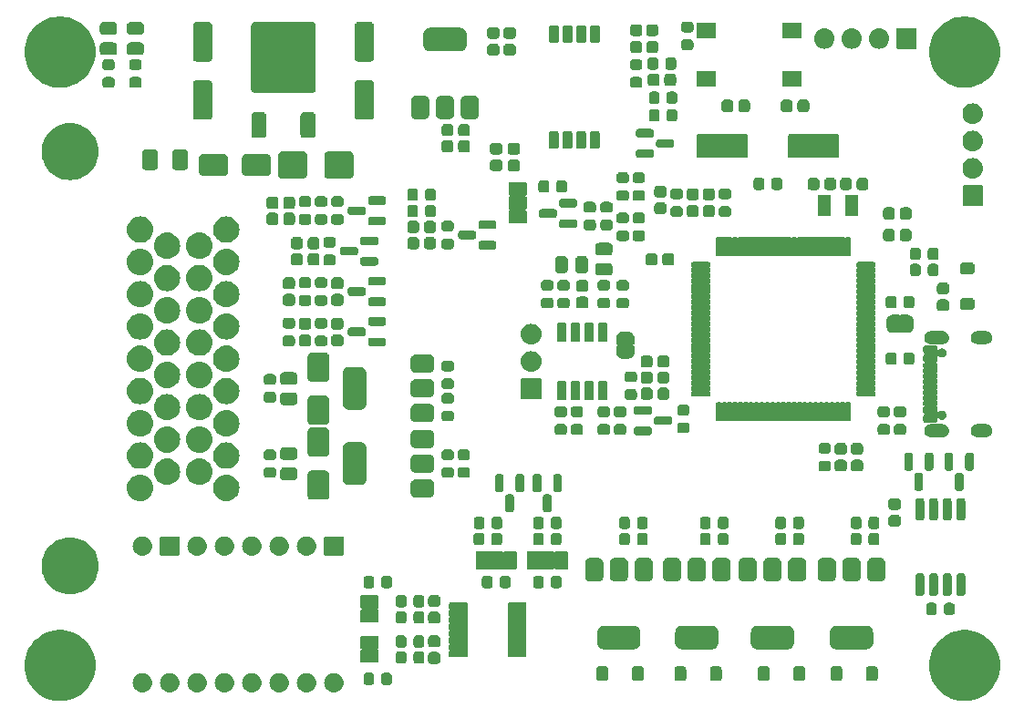
<source format=gbr>
%TF.GenerationSoftware,KiCad,Pcbnew,8.0.6*%
%TF.CreationDate,2024-10-30T20:12:06+07:00*%
%TF.ProjectId,NO2C,4e4f3243-2e6b-4696-9361-645f70636258,vD1*%
%TF.SameCoordinates,Original*%
%TF.FileFunction,Soldermask,Top*%
%TF.FilePolarity,Negative*%
%FSLAX46Y46*%
G04 Gerber Fmt 4.6, Leading zero omitted, Abs format (unit mm)*
G04 Created by KiCad (PCBNEW 8.0.6) date 2024-10-30 20:12:06*
%MOMM*%
%LPD*%
G01*
G04 APERTURE LIST*
G04 APERTURE END LIST*
G36*
X4034139Y6758106D02*
G01*
X4383272Y6681257D01*
X4722048Y6567110D01*
X5046497Y6417003D01*
X5352815Y6232698D01*
X5637411Y6016354D01*
X5896947Y5770509D01*
X6128381Y5498043D01*
X6329000Y5202153D01*
X6496451Y4886306D01*
X6628772Y4554206D01*
X6724410Y4209746D01*
X6782246Y3856966D01*
X6801600Y3500000D01*
X6782246Y3143034D01*
X6724410Y2790254D01*
X6628772Y2445794D01*
X6496451Y2113694D01*
X6329000Y1797847D01*
X6128381Y1501957D01*
X5896947Y1229491D01*
X5637411Y983646D01*
X5352815Y767302D01*
X5046497Y582997D01*
X4722048Y432890D01*
X4383272Y318743D01*
X4034139Y241894D01*
X3678745Y203242D01*
X3321255Y203242D01*
X2965861Y241894D01*
X2616728Y318743D01*
X2277952Y432890D01*
X1953503Y582997D01*
X1647185Y767302D01*
X1362589Y983646D01*
X1103053Y1229491D01*
X871619Y1501957D01*
X671000Y1797847D01*
X503549Y2113694D01*
X371228Y2445794D01*
X275590Y2790254D01*
X217754Y3143034D01*
X198400Y3500000D01*
X217754Y3856966D01*
X275590Y4209746D01*
X371228Y4554206D01*
X503549Y4886306D01*
X671000Y5202153D01*
X871619Y5498043D01*
X1103053Y5770509D01*
X1362589Y6016354D01*
X1647185Y6232698D01*
X1953503Y6417003D01*
X2277952Y6567110D01*
X2616728Y6681257D01*
X2965861Y6758106D01*
X3321255Y6796758D01*
X3678745Y6796758D01*
X4034139Y6758106D01*
G37*
G36*
X88034139Y6758106D02*
G01*
X88383272Y6681257D01*
X88722048Y6567110D01*
X89046497Y6417003D01*
X89352815Y6232698D01*
X89637411Y6016354D01*
X89896947Y5770509D01*
X90128381Y5498043D01*
X90329000Y5202153D01*
X90496451Y4886306D01*
X90628772Y4554206D01*
X90724410Y4209746D01*
X90782246Y3856966D01*
X90801600Y3500000D01*
X90782246Y3143034D01*
X90724410Y2790254D01*
X90628772Y2445794D01*
X90496451Y2113694D01*
X90329000Y1797847D01*
X90128381Y1501957D01*
X89896947Y1229491D01*
X89637411Y983646D01*
X89352815Y767302D01*
X89046497Y582997D01*
X88722048Y432890D01*
X88383272Y318743D01*
X88034139Y241894D01*
X87678745Y203242D01*
X87321255Y203242D01*
X86965861Y241894D01*
X86616728Y318743D01*
X86277952Y432890D01*
X85953503Y582997D01*
X85647185Y767302D01*
X85362589Y983646D01*
X85103053Y1229491D01*
X84871619Y1501957D01*
X84671000Y1797847D01*
X84503549Y2113694D01*
X84371228Y2445794D01*
X84275590Y2790254D01*
X84217754Y3143034D01*
X84198400Y3500000D01*
X84217754Y3856966D01*
X84275590Y4209746D01*
X84371228Y4554206D01*
X84503549Y4886306D01*
X84671000Y5202153D01*
X84871619Y5498043D01*
X85103053Y5770509D01*
X85362589Y6016354D01*
X85647185Y6232698D01*
X85953503Y6417003D01*
X86277952Y6567110D01*
X86616728Y6681257D01*
X86965861Y6758106D01*
X87321255Y6796758D01*
X87678745Y6796758D01*
X88034139Y6758106D01*
G37*
G36*
X11197659Y2798661D02*
G01*
X11244243Y2798661D01*
X11284468Y2790111D01*
X11325842Y2786036D01*
X11377821Y2770269D01*
X11428610Y2759473D01*
X11461108Y2745004D01*
X11494934Y2734743D01*
X11548690Y2706010D01*
X11600800Y2682809D01*
X11625025Y2665208D01*
X11650765Y2651450D01*
X11703273Y2608358D01*
X11753288Y2572019D01*
X11769527Y2553983D01*
X11787353Y2539354D01*
X11835254Y2480987D01*
X11879410Y2431947D01*
X11888685Y2415881D01*
X11899449Y2402766D01*
X11939262Y2328281D01*
X11973653Y2268714D01*
X11977609Y2256538D01*
X11982742Y2246935D01*
X12011041Y2153644D01*
X12031898Y2089453D01*
X12032632Y2082468D01*
X12034035Y2077843D01*
X12047689Y1939203D01*
X12051600Y1902000D01*
X12047689Y1864795D01*
X12034035Y1726158D01*
X12032632Y1721535D01*
X12031898Y1714547D01*
X12011036Y1650343D01*
X11982742Y1557066D01*
X11977610Y1547465D01*
X11973653Y1535286D01*
X11939255Y1475708D01*
X11899449Y1401235D01*
X11888687Y1388123D01*
X11879410Y1372053D01*
X11835245Y1323004D01*
X11787353Y1264647D01*
X11769531Y1250022D01*
X11753288Y1231981D01*
X11703262Y1195636D01*
X11650765Y1152551D01*
X11625030Y1138796D01*
X11600800Y1121191D01*
X11548679Y1097986D01*
X11494934Y1069258D01*
X11461115Y1059000D01*
X11428610Y1044527D01*
X11377810Y1033730D01*
X11325842Y1017965D01*
X11284476Y1013891D01*
X11244243Y1005339D01*
X11197649Y1005339D01*
X11150000Y1000646D01*
X11102351Y1005339D01*
X11055757Y1005339D01*
X11015523Y1013891D01*
X10974157Y1017965D01*
X10922185Y1033731D01*
X10871390Y1044527D01*
X10838886Y1058999D01*
X10805065Y1069258D01*
X10751314Y1097989D01*
X10699200Y1121191D01*
X10674972Y1138794D01*
X10649234Y1152551D01*
X10596728Y1195642D01*
X10546712Y1231981D01*
X10530471Y1250018D01*
X10512646Y1264647D01*
X10464743Y1323017D01*
X10420590Y1372053D01*
X10411314Y1388119D01*
X10400550Y1401235D01*
X10360731Y1475731D01*
X10326347Y1535286D01*
X10322391Y1547461D01*
X10317257Y1557066D01*
X10288948Y1650389D01*
X10268102Y1714547D01*
X10267368Y1721530D01*
X10265964Y1726158D01*
X10252294Y1864946D01*
X10248400Y1902000D01*
X10252294Y1939052D01*
X10265964Y2077843D01*
X10267368Y2082473D01*
X10268102Y2089453D01*
X10288943Y2153598D01*
X10317257Y2246935D01*
X10322392Y2256543D01*
X10326347Y2268714D01*
X10360724Y2328257D01*
X10400550Y2402766D01*
X10411316Y2415885D01*
X10420590Y2431947D01*
X10464733Y2480974D01*
X10512646Y2539354D01*
X10530474Y2553986D01*
X10546712Y2572019D01*
X10596718Y2608351D01*
X10649234Y2651450D01*
X10674977Y2665210D01*
X10699200Y2682809D01*
X10751303Y2706007D01*
X10805065Y2734743D01*
X10838893Y2745005D01*
X10871390Y2759473D01*
X10922174Y2770268D01*
X10974157Y2786036D01*
X11015532Y2790112D01*
X11055757Y2798661D01*
X11102341Y2798661D01*
X11150000Y2803355D01*
X11197659Y2798661D01*
G37*
G36*
X13737659Y2798661D02*
G01*
X13784243Y2798661D01*
X13824468Y2790111D01*
X13865842Y2786036D01*
X13917821Y2770269D01*
X13968610Y2759473D01*
X14001108Y2745004D01*
X14034934Y2734743D01*
X14088690Y2706010D01*
X14140800Y2682809D01*
X14165025Y2665208D01*
X14190765Y2651450D01*
X14243273Y2608358D01*
X14293288Y2572019D01*
X14309527Y2553983D01*
X14327353Y2539354D01*
X14375254Y2480987D01*
X14419410Y2431947D01*
X14428685Y2415881D01*
X14439449Y2402766D01*
X14479262Y2328281D01*
X14513653Y2268714D01*
X14517609Y2256538D01*
X14522742Y2246935D01*
X14551041Y2153644D01*
X14571898Y2089453D01*
X14572632Y2082468D01*
X14574035Y2077843D01*
X14587689Y1939203D01*
X14591600Y1902000D01*
X14587689Y1864795D01*
X14574035Y1726158D01*
X14572632Y1721535D01*
X14571898Y1714547D01*
X14551036Y1650343D01*
X14522742Y1557066D01*
X14517610Y1547465D01*
X14513653Y1535286D01*
X14479255Y1475708D01*
X14439449Y1401235D01*
X14428687Y1388123D01*
X14419410Y1372053D01*
X14375245Y1323004D01*
X14327353Y1264647D01*
X14309531Y1250022D01*
X14293288Y1231981D01*
X14243262Y1195636D01*
X14190765Y1152551D01*
X14165030Y1138796D01*
X14140800Y1121191D01*
X14088679Y1097986D01*
X14034934Y1069258D01*
X14001115Y1059000D01*
X13968610Y1044527D01*
X13917810Y1033730D01*
X13865842Y1017965D01*
X13824476Y1013891D01*
X13784243Y1005339D01*
X13737649Y1005339D01*
X13690000Y1000646D01*
X13642351Y1005339D01*
X13595757Y1005339D01*
X13555523Y1013891D01*
X13514157Y1017965D01*
X13462185Y1033731D01*
X13411390Y1044527D01*
X13378886Y1058999D01*
X13345065Y1069258D01*
X13291314Y1097989D01*
X13239200Y1121191D01*
X13214972Y1138794D01*
X13189234Y1152551D01*
X13136728Y1195642D01*
X13086712Y1231981D01*
X13070471Y1250018D01*
X13052646Y1264647D01*
X13004743Y1323017D01*
X12960590Y1372053D01*
X12951314Y1388119D01*
X12940550Y1401235D01*
X12900731Y1475731D01*
X12866347Y1535286D01*
X12862391Y1547461D01*
X12857257Y1557066D01*
X12828948Y1650389D01*
X12808102Y1714547D01*
X12807368Y1721530D01*
X12805964Y1726158D01*
X12792294Y1864946D01*
X12788400Y1902000D01*
X12792294Y1939052D01*
X12805964Y2077843D01*
X12807368Y2082473D01*
X12808102Y2089453D01*
X12828943Y2153598D01*
X12857257Y2246935D01*
X12862392Y2256543D01*
X12866347Y2268714D01*
X12900724Y2328257D01*
X12940550Y2402766D01*
X12951316Y2415885D01*
X12960590Y2431947D01*
X13004733Y2480974D01*
X13052646Y2539354D01*
X13070474Y2553986D01*
X13086712Y2572019D01*
X13136718Y2608351D01*
X13189234Y2651450D01*
X13214977Y2665210D01*
X13239200Y2682809D01*
X13291303Y2706007D01*
X13345065Y2734743D01*
X13378893Y2745005D01*
X13411390Y2759473D01*
X13462174Y2770268D01*
X13514157Y2786036D01*
X13555532Y2790112D01*
X13595757Y2798661D01*
X13642341Y2798661D01*
X13690000Y2803355D01*
X13737659Y2798661D01*
G37*
G36*
X16277659Y2798661D02*
G01*
X16324243Y2798661D01*
X16364468Y2790111D01*
X16405842Y2786036D01*
X16457821Y2770269D01*
X16508610Y2759473D01*
X16541108Y2745004D01*
X16574934Y2734743D01*
X16628690Y2706010D01*
X16680800Y2682809D01*
X16705025Y2665208D01*
X16730765Y2651450D01*
X16783273Y2608358D01*
X16833288Y2572019D01*
X16849527Y2553983D01*
X16867353Y2539354D01*
X16915254Y2480987D01*
X16959410Y2431947D01*
X16968685Y2415881D01*
X16979449Y2402766D01*
X17019262Y2328281D01*
X17053653Y2268714D01*
X17057609Y2256538D01*
X17062742Y2246935D01*
X17091041Y2153644D01*
X17111898Y2089453D01*
X17112632Y2082468D01*
X17114035Y2077843D01*
X17127689Y1939203D01*
X17131600Y1902000D01*
X17127689Y1864795D01*
X17114035Y1726158D01*
X17112632Y1721535D01*
X17111898Y1714547D01*
X17091036Y1650343D01*
X17062742Y1557066D01*
X17057610Y1547465D01*
X17053653Y1535286D01*
X17019255Y1475708D01*
X16979449Y1401235D01*
X16968687Y1388123D01*
X16959410Y1372053D01*
X16915245Y1323004D01*
X16867353Y1264647D01*
X16849531Y1250022D01*
X16833288Y1231981D01*
X16783262Y1195636D01*
X16730765Y1152551D01*
X16705030Y1138796D01*
X16680800Y1121191D01*
X16628679Y1097986D01*
X16574934Y1069258D01*
X16541115Y1059000D01*
X16508610Y1044527D01*
X16457810Y1033730D01*
X16405842Y1017965D01*
X16364476Y1013891D01*
X16324243Y1005339D01*
X16277649Y1005339D01*
X16230000Y1000646D01*
X16182351Y1005339D01*
X16135757Y1005339D01*
X16095523Y1013891D01*
X16054157Y1017965D01*
X16002185Y1033731D01*
X15951390Y1044527D01*
X15918886Y1058999D01*
X15885065Y1069258D01*
X15831314Y1097989D01*
X15779200Y1121191D01*
X15754972Y1138794D01*
X15729234Y1152551D01*
X15676728Y1195642D01*
X15626712Y1231981D01*
X15610471Y1250018D01*
X15592646Y1264647D01*
X15544743Y1323017D01*
X15500590Y1372053D01*
X15491314Y1388119D01*
X15480550Y1401235D01*
X15440731Y1475731D01*
X15406347Y1535286D01*
X15402391Y1547461D01*
X15397257Y1557066D01*
X15368948Y1650389D01*
X15348102Y1714547D01*
X15347368Y1721530D01*
X15345964Y1726158D01*
X15332294Y1864946D01*
X15328400Y1902000D01*
X15332294Y1939052D01*
X15345964Y2077843D01*
X15347368Y2082473D01*
X15348102Y2089453D01*
X15368943Y2153598D01*
X15397257Y2246935D01*
X15402392Y2256543D01*
X15406347Y2268714D01*
X15440724Y2328257D01*
X15480550Y2402766D01*
X15491316Y2415885D01*
X15500590Y2431947D01*
X15544733Y2480974D01*
X15592646Y2539354D01*
X15610474Y2553986D01*
X15626712Y2572019D01*
X15676718Y2608351D01*
X15729234Y2651450D01*
X15754977Y2665210D01*
X15779200Y2682809D01*
X15831303Y2706007D01*
X15885065Y2734743D01*
X15918893Y2745005D01*
X15951390Y2759473D01*
X16002174Y2770268D01*
X16054157Y2786036D01*
X16095532Y2790112D01*
X16135757Y2798661D01*
X16182341Y2798661D01*
X16230000Y2803355D01*
X16277659Y2798661D01*
G37*
G36*
X18817659Y2798661D02*
G01*
X18864243Y2798661D01*
X18904468Y2790111D01*
X18945842Y2786036D01*
X18997821Y2770269D01*
X19048610Y2759473D01*
X19081108Y2745004D01*
X19114934Y2734743D01*
X19168690Y2706010D01*
X19220800Y2682809D01*
X19245025Y2665208D01*
X19270765Y2651450D01*
X19323273Y2608358D01*
X19373288Y2572019D01*
X19389527Y2553983D01*
X19407353Y2539354D01*
X19455254Y2480987D01*
X19499410Y2431947D01*
X19508685Y2415881D01*
X19519449Y2402766D01*
X19559262Y2328281D01*
X19593653Y2268714D01*
X19597609Y2256538D01*
X19602742Y2246935D01*
X19631041Y2153644D01*
X19651898Y2089453D01*
X19652632Y2082468D01*
X19654035Y2077843D01*
X19667689Y1939203D01*
X19671600Y1902000D01*
X19667689Y1864795D01*
X19654035Y1726158D01*
X19652632Y1721535D01*
X19651898Y1714547D01*
X19631036Y1650343D01*
X19602742Y1557066D01*
X19597610Y1547465D01*
X19593653Y1535286D01*
X19559255Y1475708D01*
X19519449Y1401235D01*
X19508687Y1388123D01*
X19499410Y1372053D01*
X19455245Y1323004D01*
X19407353Y1264647D01*
X19389531Y1250022D01*
X19373288Y1231981D01*
X19323262Y1195636D01*
X19270765Y1152551D01*
X19245030Y1138796D01*
X19220800Y1121191D01*
X19168679Y1097986D01*
X19114934Y1069258D01*
X19081115Y1059000D01*
X19048610Y1044527D01*
X18997810Y1033730D01*
X18945842Y1017965D01*
X18904476Y1013891D01*
X18864243Y1005339D01*
X18817649Y1005339D01*
X18770000Y1000646D01*
X18722351Y1005339D01*
X18675757Y1005339D01*
X18635523Y1013891D01*
X18594157Y1017965D01*
X18542185Y1033731D01*
X18491390Y1044527D01*
X18458886Y1058999D01*
X18425065Y1069258D01*
X18371314Y1097989D01*
X18319200Y1121191D01*
X18294972Y1138794D01*
X18269234Y1152551D01*
X18216728Y1195642D01*
X18166712Y1231981D01*
X18150471Y1250018D01*
X18132646Y1264647D01*
X18084743Y1323017D01*
X18040590Y1372053D01*
X18031314Y1388119D01*
X18020550Y1401235D01*
X17980731Y1475731D01*
X17946347Y1535286D01*
X17942391Y1547461D01*
X17937257Y1557066D01*
X17908948Y1650389D01*
X17888102Y1714547D01*
X17887368Y1721530D01*
X17885964Y1726158D01*
X17872294Y1864946D01*
X17868400Y1902000D01*
X17872294Y1939052D01*
X17885964Y2077843D01*
X17887368Y2082473D01*
X17888102Y2089453D01*
X17908943Y2153598D01*
X17937257Y2246935D01*
X17942392Y2256543D01*
X17946347Y2268714D01*
X17980724Y2328257D01*
X18020550Y2402766D01*
X18031316Y2415885D01*
X18040590Y2431947D01*
X18084733Y2480974D01*
X18132646Y2539354D01*
X18150474Y2553986D01*
X18166712Y2572019D01*
X18216718Y2608351D01*
X18269234Y2651450D01*
X18294977Y2665210D01*
X18319200Y2682809D01*
X18371303Y2706007D01*
X18425065Y2734743D01*
X18458893Y2745005D01*
X18491390Y2759473D01*
X18542174Y2770268D01*
X18594157Y2786036D01*
X18635532Y2790112D01*
X18675757Y2798661D01*
X18722341Y2798661D01*
X18770000Y2803355D01*
X18817659Y2798661D01*
G37*
G36*
X21357659Y2798661D02*
G01*
X21404243Y2798661D01*
X21444468Y2790111D01*
X21485842Y2786036D01*
X21537821Y2770269D01*
X21588610Y2759473D01*
X21621108Y2745004D01*
X21654934Y2734743D01*
X21708690Y2706010D01*
X21760800Y2682809D01*
X21785025Y2665208D01*
X21810765Y2651450D01*
X21863273Y2608358D01*
X21913288Y2572019D01*
X21929527Y2553983D01*
X21947353Y2539354D01*
X21995254Y2480987D01*
X22039410Y2431947D01*
X22048685Y2415881D01*
X22059449Y2402766D01*
X22099262Y2328281D01*
X22133653Y2268714D01*
X22137609Y2256538D01*
X22142742Y2246935D01*
X22171041Y2153644D01*
X22191898Y2089453D01*
X22192632Y2082468D01*
X22194035Y2077843D01*
X22207689Y1939203D01*
X22211600Y1902000D01*
X22207689Y1864795D01*
X22194035Y1726158D01*
X22192632Y1721535D01*
X22191898Y1714547D01*
X22171036Y1650343D01*
X22142742Y1557066D01*
X22137610Y1547465D01*
X22133653Y1535286D01*
X22099255Y1475708D01*
X22059449Y1401235D01*
X22048687Y1388123D01*
X22039410Y1372053D01*
X21995245Y1323004D01*
X21947353Y1264647D01*
X21929531Y1250022D01*
X21913288Y1231981D01*
X21863262Y1195636D01*
X21810765Y1152551D01*
X21785030Y1138796D01*
X21760800Y1121191D01*
X21708679Y1097986D01*
X21654934Y1069258D01*
X21621115Y1059000D01*
X21588610Y1044527D01*
X21537810Y1033730D01*
X21485842Y1017965D01*
X21444476Y1013891D01*
X21404243Y1005339D01*
X21357649Y1005339D01*
X21310000Y1000646D01*
X21262351Y1005339D01*
X21215757Y1005339D01*
X21175523Y1013891D01*
X21134157Y1017965D01*
X21082185Y1033731D01*
X21031390Y1044527D01*
X20998886Y1058999D01*
X20965065Y1069258D01*
X20911314Y1097989D01*
X20859200Y1121191D01*
X20834972Y1138794D01*
X20809234Y1152551D01*
X20756728Y1195642D01*
X20706712Y1231981D01*
X20690471Y1250018D01*
X20672646Y1264647D01*
X20624743Y1323017D01*
X20580590Y1372053D01*
X20571314Y1388119D01*
X20560550Y1401235D01*
X20520731Y1475731D01*
X20486347Y1535286D01*
X20482391Y1547461D01*
X20477257Y1557066D01*
X20448948Y1650389D01*
X20428102Y1714547D01*
X20427368Y1721530D01*
X20425964Y1726158D01*
X20412294Y1864946D01*
X20408400Y1902000D01*
X20412294Y1939052D01*
X20425964Y2077843D01*
X20427368Y2082473D01*
X20428102Y2089453D01*
X20448943Y2153598D01*
X20477257Y2246935D01*
X20482392Y2256543D01*
X20486347Y2268714D01*
X20520724Y2328257D01*
X20560550Y2402766D01*
X20571316Y2415885D01*
X20580590Y2431947D01*
X20624733Y2480974D01*
X20672646Y2539354D01*
X20690474Y2553986D01*
X20706712Y2572019D01*
X20756718Y2608351D01*
X20809234Y2651450D01*
X20834977Y2665210D01*
X20859200Y2682809D01*
X20911303Y2706007D01*
X20965065Y2734743D01*
X20998893Y2745005D01*
X21031390Y2759473D01*
X21082174Y2770268D01*
X21134157Y2786036D01*
X21175532Y2790112D01*
X21215757Y2798661D01*
X21262341Y2798661D01*
X21310000Y2803355D01*
X21357659Y2798661D01*
G37*
G36*
X23897659Y2798661D02*
G01*
X23944243Y2798661D01*
X23984468Y2790111D01*
X24025842Y2786036D01*
X24077821Y2770269D01*
X24128610Y2759473D01*
X24161108Y2745004D01*
X24194934Y2734743D01*
X24248690Y2706010D01*
X24300800Y2682809D01*
X24325025Y2665208D01*
X24350765Y2651450D01*
X24403273Y2608358D01*
X24453288Y2572019D01*
X24469527Y2553983D01*
X24487353Y2539354D01*
X24535254Y2480987D01*
X24579410Y2431947D01*
X24588685Y2415881D01*
X24599449Y2402766D01*
X24639262Y2328281D01*
X24673653Y2268714D01*
X24677609Y2256538D01*
X24682742Y2246935D01*
X24711041Y2153644D01*
X24731898Y2089453D01*
X24732632Y2082468D01*
X24734035Y2077843D01*
X24747689Y1939203D01*
X24751600Y1902000D01*
X24747689Y1864795D01*
X24734035Y1726158D01*
X24732632Y1721535D01*
X24731898Y1714547D01*
X24711036Y1650343D01*
X24682742Y1557066D01*
X24677610Y1547465D01*
X24673653Y1535286D01*
X24639255Y1475708D01*
X24599449Y1401235D01*
X24588687Y1388123D01*
X24579410Y1372053D01*
X24535245Y1323004D01*
X24487353Y1264647D01*
X24469531Y1250022D01*
X24453288Y1231981D01*
X24403262Y1195636D01*
X24350765Y1152551D01*
X24325030Y1138796D01*
X24300800Y1121191D01*
X24248679Y1097986D01*
X24194934Y1069258D01*
X24161115Y1059000D01*
X24128610Y1044527D01*
X24077810Y1033730D01*
X24025842Y1017965D01*
X23984476Y1013891D01*
X23944243Y1005339D01*
X23897649Y1005339D01*
X23850000Y1000646D01*
X23802351Y1005339D01*
X23755757Y1005339D01*
X23715523Y1013891D01*
X23674157Y1017965D01*
X23622185Y1033731D01*
X23571390Y1044527D01*
X23538886Y1058999D01*
X23505065Y1069258D01*
X23451314Y1097989D01*
X23399200Y1121191D01*
X23374972Y1138794D01*
X23349234Y1152551D01*
X23296728Y1195642D01*
X23246712Y1231981D01*
X23230471Y1250018D01*
X23212646Y1264647D01*
X23164743Y1323017D01*
X23120590Y1372053D01*
X23111314Y1388119D01*
X23100550Y1401235D01*
X23060731Y1475731D01*
X23026347Y1535286D01*
X23022391Y1547461D01*
X23017257Y1557066D01*
X22988948Y1650389D01*
X22968102Y1714547D01*
X22967368Y1721530D01*
X22965964Y1726158D01*
X22952294Y1864946D01*
X22948400Y1902000D01*
X22952294Y1939052D01*
X22965964Y2077843D01*
X22967368Y2082473D01*
X22968102Y2089453D01*
X22988943Y2153598D01*
X23017257Y2246935D01*
X23022392Y2256543D01*
X23026347Y2268714D01*
X23060724Y2328257D01*
X23100550Y2402766D01*
X23111316Y2415885D01*
X23120590Y2431947D01*
X23164733Y2480974D01*
X23212646Y2539354D01*
X23230474Y2553986D01*
X23246712Y2572019D01*
X23296718Y2608351D01*
X23349234Y2651450D01*
X23374977Y2665210D01*
X23399200Y2682809D01*
X23451303Y2706007D01*
X23505065Y2734743D01*
X23538893Y2745005D01*
X23571390Y2759473D01*
X23622174Y2770268D01*
X23674157Y2786036D01*
X23715532Y2790112D01*
X23755757Y2798661D01*
X23802341Y2798661D01*
X23850000Y2803355D01*
X23897659Y2798661D01*
G37*
G36*
X26437659Y2798661D02*
G01*
X26484243Y2798661D01*
X26524468Y2790111D01*
X26565842Y2786036D01*
X26617821Y2770269D01*
X26668610Y2759473D01*
X26701108Y2745004D01*
X26734934Y2734743D01*
X26788690Y2706010D01*
X26840800Y2682809D01*
X26865025Y2665208D01*
X26890765Y2651450D01*
X26943273Y2608358D01*
X26993288Y2572019D01*
X27009527Y2553983D01*
X27027353Y2539354D01*
X27075254Y2480987D01*
X27119410Y2431947D01*
X27128685Y2415881D01*
X27139449Y2402766D01*
X27179262Y2328281D01*
X27213653Y2268714D01*
X27217609Y2256538D01*
X27222742Y2246935D01*
X27251041Y2153644D01*
X27271898Y2089453D01*
X27272632Y2082468D01*
X27274035Y2077843D01*
X27287689Y1939203D01*
X27291600Y1902000D01*
X27287689Y1864795D01*
X27274035Y1726158D01*
X27272632Y1721535D01*
X27271898Y1714547D01*
X27251036Y1650343D01*
X27222742Y1557066D01*
X27217610Y1547465D01*
X27213653Y1535286D01*
X27179255Y1475708D01*
X27139449Y1401235D01*
X27128687Y1388123D01*
X27119410Y1372053D01*
X27075245Y1323004D01*
X27027353Y1264647D01*
X27009531Y1250022D01*
X26993288Y1231981D01*
X26943262Y1195636D01*
X26890765Y1152551D01*
X26865030Y1138796D01*
X26840800Y1121191D01*
X26788679Y1097986D01*
X26734934Y1069258D01*
X26701115Y1059000D01*
X26668610Y1044527D01*
X26617810Y1033730D01*
X26565842Y1017965D01*
X26524476Y1013891D01*
X26484243Y1005339D01*
X26437649Y1005339D01*
X26390000Y1000646D01*
X26342351Y1005339D01*
X26295757Y1005339D01*
X26255523Y1013891D01*
X26214157Y1017965D01*
X26162185Y1033731D01*
X26111390Y1044527D01*
X26078886Y1058999D01*
X26045065Y1069258D01*
X25991314Y1097989D01*
X25939200Y1121191D01*
X25914972Y1138794D01*
X25889234Y1152551D01*
X25836728Y1195642D01*
X25786712Y1231981D01*
X25770471Y1250018D01*
X25752646Y1264647D01*
X25704743Y1323017D01*
X25660590Y1372053D01*
X25651314Y1388119D01*
X25640550Y1401235D01*
X25600731Y1475731D01*
X25566347Y1535286D01*
X25562391Y1547461D01*
X25557257Y1557066D01*
X25528948Y1650389D01*
X25508102Y1714547D01*
X25507368Y1721530D01*
X25505964Y1726158D01*
X25492294Y1864946D01*
X25488400Y1902000D01*
X25492294Y1939052D01*
X25505964Y2077843D01*
X25507368Y2082473D01*
X25508102Y2089453D01*
X25528943Y2153598D01*
X25557257Y2246935D01*
X25562392Y2256543D01*
X25566347Y2268714D01*
X25600724Y2328257D01*
X25640550Y2402766D01*
X25651316Y2415885D01*
X25660590Y2431947D01*
X25704733Y2480974D01*
X25752646Y2539354D01*
X25770474Y2553986D01*
X25786712Y2572019D01*
X25836718Y2608351D01*
X25889234Y2651450D01*
X25914977Y2665210D01*
X25939200Y2682809D01*
X25991303Y2706007D01*
X26045065Y2734743D01*
X26078893Y2745005D01*
X26111390Y2759473D01*
X26162174Y2770268D01*
X26214157Y2786036D01*
X26255532Y2790112D01*
X26295757Y2798661D01*
X26342341Y2798661D01*
X26390000Y2803355D01*
X26437659Y2798661D01*
G37*
G36*
X28977659Y2798661D02*
G01*
X29024243Y2798661D01*
X29064468Y2790111D01*
X29105842Y2786036D01*
X29157821Y2770269D01*
X29208610Y2759473D01*
X29241108Y2745004D01*
X29274934Y2734743D01*
X29328690Y2706010D01*
X29380800Y2682809D01*
X29405025Y2665208D01*
X29430765Y2651450D01*
X29483273Y2608358D01*
X29533288Y2572019D01*
X29549527Y2553983D01*
X29567353Y2539354D01*
X29615254Y2480987D01*
X29659410Y2431947D01*
X29668685Y2415881D01*
X29679449Y2402766D01*
X29719262Y2328281D01*
X29753653Y2268714D01*
X29757609Y2256538D01*
X29762742Y2246935D01*
X29791041Y2153644D01*
X29811898Y2089453D01*
X29812632Y2082468D01*
X29814035Y2077843D01*
X29827689Y1939203D01*
X29831600Y1902000D01*
X29827689Y1864795D01*
X29814035Y1726158D01*
X29812632Y1721535D01*
X29811898Y1714547D01*
X29791036Y1650343D01*
X29762742Y1557066D01*
X29757610Y1547465D01*
X29753653Y1535286D01*
X29719255Y1475708D01*
X29679449Y1401235D01*
X29668687Y1388123D01*
X29659410Y1372053D01*
X29615245Y1323004D01*
X29567353Y1264647D01*
X29549531Y1250022D01*
X29533288Y1231981D01*
X29483262Y1195636D01*
X29430765Y1152551D01*
X29405030Y1138796D01*
X29380800Y1121191D01*
X29328679Y1097986D01*
X29274934Y1069258D01*
X29241115Y1059000D01*
X29208610Y1044527D01*
X29157810Y1033730D01*
X29105842Y1017965D01*
X29064476Y1013891D01*
X29024243Y1005339D01*
X28977649Y1005339D01*
X28930000Y1000646D01*
X28882351Y1005339D01*
X28835757Y1005339D01*
X28795523Y1013891D01*
X28754157Y1017965D01*
X28702185Y1033731D01*
X28651390Y1044527D01*
X28618886Y1058999D01*
X28585065Y1069258D01*
X28531314Y1097989D01*
X28479200Y1121191D01*
X28454972Y1138794D01*
X28429234Y1152551D01*
X28376728Y1195642D01*
X28326712Y1231981D01*
X28310471Y1250018D01*
X28292646Y1264647D01*
X28244743Y1323017D01*
X28200590Y1372053D01*
X28191314Y1388119D01*
X28180550Y1401235D01*
X28140731Y1475731D01*
X28106347Y1535286D01*
X28102391Y1547461D01*
X28097257Y1557066D01*
X28068948Y1650389D01*
X28048102Y1714547D01*
X28047368Y1721530D01*
X28045964Y1726158D01*
X28032294Y1864946D01*
X28028400Y1902000D01*
X28032294Y1939052D01*
X28045964Y2077843D01*
X28047368Y2082473D01*
X28048102Y2089453D01*
X28068943Y2153598D01*
X28097257Y2246935D01*
X28102392Y2256543D01*
X28106347Y2268714D01*
X28140724Y2328257D01*
X28180550Y2402766D01*
X28191316Y2415885D01*
X28200590Y2431947D01*
X28244733Y2480974D01*
X28292646Y2539354D01*
X28310474Y2553986D01*
X28326712Y2572019D01*
X28376718Y2608351D01*
X28429234Y2651450D01*
X28454977Y2665210D01*
X28479200Y2682809D01*
X28531303Y2706007D01*
X28585065Y2734743D01*
X28618893Y2745005D01*
X28651390Y2759473D01*
X28702174Y2770268D01*
X28754157Y2786036D01*
X28795532Y2790112D01*
X28835757Y2798661D01*
X28882341Y2798661D01*
X28930000Y2803355D01*
X28977659Y2798661D01*
G37*
G36*
X32444051Y2818589D02*
G01*
X32452789Y2814731D01*
X32460372Y2813626D01*
X32507773Y2790453D01*
X32545445Y2773819D01*
X32548933Y2770331D01*
X32549845Y2769885D01*
X32619884Y2699846D01*
X32620329Y2698935D01*
X32623819Y2695445D01*
X32640457Y2657763D01*
X32663625Y2610373D01*
X32664729Y2602792D01*
X32668589Y2594051D01*
X32676600Y2525000D01*
X32676600Y1975000D01*
X32668589Y1905949D01*
X32664729Y1897208D01*
X32663625Y1889628D01*
X32640462Y1842248D01*
X32623819Y1804555D01*
X32620328Y1801065D01*
X32619884Y1800155D01*
X32549845Y1730116D01*
X32548935Y1729672D01*
X32545445Y1726181D01*
X32507752Y1709538D01*
X32460372Y1686375D01*
X32452792Y1685271D01*
X32444051Y1681411D01*
X32375000Y1673400D01*
X31975000Y1673400D01*
X31905949Y1681411D01*
X31897208Y1685271D01*
X31889627Y1686375D01*
X31842237Y1709543D01*
X31804555Y1726181D01*
X31801065Y1729671D01*
X31800154Y1730116D01*
X31730115Y1800155D01*
X31729669Y1801067D01*
X31726181Y1804555D01*
X31709547Y1842227D01*
X31686374Y1889628D01*
X31685269Y1897211D01*
X31681411Y1905949D01*
X31673400Y1975000D01*
X31673400Y2525000D01*
X31681411Y2594051D01*
X31685269Y2602789D01*
X31686374Y2610373D01*
X31709551Y2657784D01*
X31726181Y2695445D01*
X31729668Y2698933D01*
X31730115Y2699846D01*
X31800154Y2769885D01*
X31801067Y2770332D01*
X31804555Y2773819D01*
X31842216Y2790449D01*
X31889627Y2813626D01*
X31897211Y2814731D01*
X31905949Y2818589D01*
X31975000Y2826600D01*
X32375000Y2826600D01*
X32444051Y2818589D01*
G37*
G36*
X34094051Y2818589D02*
G01*
X34102789Y2814731D01*
X34110372Y2813626D01*
X34157773Y2790453D01*
X34195445Y2773819D01*
X34198933Y2770331D01*
X34199845Y2769885D01*
X34269884Y2699846D01*
X34270329Y2698935D01*
X34273819Y2695445D01*
X34290457Y2657763D01*
X34313625Y2610373D01*
X34314729Y2602792D01*
X34318589Y2594051D01*
X34326600Y2525000D01*
X34326600Y1975000D01*
X34318589Y1905949D01*
X34314729Y1897208D01*
X34313625Y1889628D01*
X34290462Y1842248D01*
X34273819Y1804555D01*
X34270328Y1801065D01*
X34269884Y1800155D01*
X34199845Y1730116D01*
X34198935Y1729672D01*
X34195445Y1726181D01*
X34157752Y1709538D01*
X34110372Y1686375D01*
X34102792Y1685271D01*
X34094051Y1681411D01*
X34025000Y1673400D01*
X33625000Y1673400D01*
X33555949Y1681411D01*
X33547208Y1685271D01*
X33539627Y1686375D01*
X33492237Y1709543D01*
X33454555Y1726181D01*
X33451065Y1729671D01*
X33450154Y1730116D01*
X33380115Y1800155D01*
X33379669Y1801067D01*
X33376181Y1804555D01*
X33359547Y1842227D01*
X33336374Y1889628D01*
X33335269Y1897211D01*
X33331411Y1905949D01*
X33323400Y1975000D01*
X33323400Y2525000D01*
X33331411Y2594051D01*
X33335269Y2602789D01*
X33336374Y2610373D01*
X33359551Y2657784D01*
X33376181Y2695445D01*
X33379668Y2698933D01*
X33380115Y2699846D01*
X33450154Y2769885D01*
X33451067Y2770332D01*
X33454555Y2773819D01*
X33492216Y2790449D01*
X33539627Y2813626D01*
X33547211Y2814731D01*
X33555949Y2818589D01*
X33625000Y2826600D01*
X34025000Y2826600D01*
X34094051Y2818589D01*
G37*
G36*
X54159530Y3440471D02*
G01*
X54164900Y3437967D01*
X54167506Y3437587D01*
X54204516Y3419494D01*
X54262330Y3392535D01*
X54342535Y3312330D01*
X54369504Y3254494D01*
X54387586Y3217507D01*
X54387965Y3214904D01*
X54390471Y3209530D01*
X54401600Y3125000D01*
X54401600Y2375000D01*
X54390471Y2290470D01*
X54387965Y2285096D01*
X54387586Y2282494D01*
X54369514Y2245529D01*
X54342535Y2187670D01*
X54262330Y2107465D01*
X54204471Y2080486D01*
X54167506Y2062414D01*
X54164904Y2062035D01*
X54159530Y2059529D01*
X54075000Y2048400D01*
X53625000Y2048400D01*
X53540470Y2059529D01*
X53535096Y2062035D01*
X53532493Y2062414D01*
X53495506Y2080496D01*
X53437670Y2107465D01*
X53357465Y2187670D01*
X53330506Y2245484D01*
X53312413Y2282494D01*
X53312033Y2285100D01*
X53309529Y2290470D01*
X53298400Y2375000D01*
X53298400Y3125000D01*
X53309529Y3209530D01*
X53312033Y3214901D01*
X53312413Y3217507D01*
X53330516Y3254538D01*
X53357465Y3312330D01*
X53437670Y3392535D01*
X53495462Y3419484D01*
X53532493Y3437587D01*
X53535099Y3437967D01*
X53540470Y3440471D01*
X53625000Y3451600D01*
X54075000Y3451600D01*
X54159530Y3440471D01*
G37*
G36*
X57459530Y3440471D02*
G01*
X57464900Y3437967D01*
X57467506Y3437587D01*
X57504516Y3419494D01*
X57562330Y3392535D01*
X57642535Y3312330D01*
X57669504Y3254494D01*
X57687586Y3217507D01*
X57687965Y3214904D01*
X57690471Y3209530D01*
X57701600Y3125000D01*
X57701600Y2375000D01*
X57690471Y2290470D01*
X57687965Y2285096D01*
X57687586Y2282494D01*
X57669514Y2245529D01*
X57642535Y2187670D01*
X57562330Y2107465D01*
X57504471Y2080486D01*
X57467506Y2062414D01*
X57464904Y2062035D01*
X57459530Y2059529D01*
X57375000Y2048400D01*
X56925000Y2048400D01*
X56840470Y2059529D01*
X56835096Y2062035D01*
X56832493Y2062414D01*
X56795506Y2080496D01*
X56737670Y2107465D01*
X56657465Y2187670D01*
X56630506Y2245484D01*
X56612413Y2282494D01*
X56612033Y2285100D01*
X56609529Y2290470D01*
X56598400Y2375000D01*
X56598400Y3125000D01*
X56609529Y3209530D01*
X56612033Y3214901D01*
X56612413Y3217507D01*
X56630516Y3254538D01*
X56657465Y3312330D01*
X56737670Y3392535D01*
X56795462Y3419484D01*
X56832493Y3437587D01*
X56835099Y3437967D01*
X56840470Y3440471D01*
X56925000Y3451600D01*
X57375000Y3451600D01*
X57459530Y3440471D01*
G37*
G36*
X61409530Y3440471D02*
G01*
X61414900Y3437967D01*
X61417506Y3437587D01*
X61454516Y3419494D01*
X61512330Y3392535D01*
X61592535Y3312330D01*
X61619504Y3254494D01*
X61637586Y3217507D01*
X61637965Y3214904D01*
X61640471Y3209530D01*
X61651600Y3125000D01*
X61651600Y2375000D01*
X61640471Y2290470D01*
X61637965Y2285096D01*
X61637586Y2282494D01*
X61619514Y2245529D01*
X61592535Y2187670D01*
X61512330Y2107465D01*
X61454471Y2080486D01*
X61417506Y2062414D01*
X61414904Y2062035D01*
X61409530Y2059529D01*
X61325000Y2048400D01*
X60875000Y2048400D01*
X60790470Y2059529D01*
X60785096Y2062035D01*
X60782493Y2062414D01*
X60745506Y2080496D01*
X60687670Y2107465D01*
X60607465Y2187670D01*
X60580506Y2245484D01*
X60562413Y2282494D01*
X60562033Y2285100D01*
X60559529Y2290470D01*
X60548400Y2375000D01*
X60548400Y3125000D01*
X60559529Y3209530D01*
X60562033Y3214901D01*
X60562413Y3217507D01*
X60580516Y3254538D01*
X60607465Y3312330D01*
X60687670Y3392535D01*
X60745462Y3419484D01*
X60782493Y3437587D01*
X60785099Y3437967D01*
X60790470Y3440471D01*
X60875000Y3451600D01*
X61325000Y3451600D01*
X61409530Y3440471D01*
G37*
G36*
X64709530Y3440471D02*
G01*
X64714900Y3437967D01*
X64717506Y3437587D01*
X64754516Y3419494D01*
X64812330Y3392535D01*
X64892535Y3312330D01*
X64919504Y3254494D01*
X64937586Y3217507D01*
X64937965Y3214904D01*
X64940471Y3209530D01*
X64951600Y3125000D01*
X64951600Y2375000D01*
X64940471Y2290470D01*
X64937965Y2285096D01*
X64937586Y2282494D01*
X64919514Y2245529D01*
X64892535Y2187670D01*
X64812330Y2107465D01*
X64754471Y2080486D01*
X64717506Y2062414D01*
X64714904Y2062035D01*
X64709530Y2059529D01*
X64625000Y2048400D01*
X64175000Y2048400D01*
X64090470Y2059529D01*
X64085096Y2062035D01*
X64082493Y2062414D01*
X64045506Y2080496D01*
X63987670Y2107465D01*
X63907465Y2187670D01*
X63880506Y2245484D01*
X63862413Y2282494D01*
X63862033Y2285100D01*
X63859529Y2290470D01*
X63848400Y2375000D01*
X63848400Y3125000D01*
X63859529Y3209530D01*
X63862033Y3214901D01*
X63862413Y3217507D01*
X63880516Y3254538D01*
X63907465Y3312330D01*
X63987670Y3392535D01*
X64045462Y3419484D01*
X64082493Y3437587D01*
X64085099Y3437967D01*
X64090470Y3440471D01*
X64175000Y3451600D01*
X64625000Y3451600D01*
X64709530Y3440471D01*
G37*
G36*
X69159530Y3440471D02*
G01*
X69164900Y3437967D01*
X69167506Y3437587D01*
X69204516Y3419494D01*
X69262330Y3392535D01*
X69342535Y3312330D01*
X69369504Y3254494D01*
X69387586Y3217507D01*
X69387965Y3214904D01*
X69390471Y3209530D01*
X69401600Y3125000D01*
X69401600Y2375000D01*
X69390471Y2290470D01*
X69387965Y2285096D01*
X69387586Y2282494D01*
X69369514Y2245529D01*
X69342535Y2187670D01*
X69262330Y2107465D01*
X69204471Y2080486D01*
X69167506Y2062414D01*
X69164904Y2062035D01*
X69159530Y2059529D01*
X69075000Y2048400D01*
X68625000Y2048400D01*
X68540470Y2059529D01*
X68535096Y2062035D01*
X68532493Y2062414D01*
X68495506Y2080496D01*
X68437670Y2107465D01*
X68357465Y2187670D01*
X68330506Y2245484D01*
X68312413Y2282494D01*
X68312033Y2285100D01*
X68309529Y2290470D01*
X68298400Y2375000D01*
X68298400Y3125000D01*
X68309529Y3209530D01*
X68312033Y3214901D01*
X68312413Y3217507D01*
X68330516Y3254538D01*
X68357465Y3312330D01*
X68437670Y3392535D01*
X68495462Y3419484D01*
X68532493Y3437587D01*
X68535099Y3437967D01*
X68540470Y3440471D01*
X68625000Y3451600D01*
X69075000Y3451600D01*
X69159530Y3440471D01*
G37*
G36*
X72459530Y3440471D02*
G01*
X72464900Y3437967D01*
X72467506Y3437587D01*
X72504516Y3419494D01*
X72562330Y3392535D01*
X72642535Y3312330D01*
X72669504Y3254494D01*
X72687586Y3217507D01*
X72687965Y3214904D01*
X72690471Y3209530D01*
X72701600Y3125000D01*
X72701600Y2375000D01*
X72690471Y2290470D01*
X72687965Y2285096D01*
X72687586Y2282494D01*
X72669514Y2245529D01*
X72642535Y2187670D01*
X72562330Y2107465D01*
X72504471Y2080486D01*
X72467506Y2062414D01*
X72464904Y2062035D01*
X72459530Y2059529D01*
X72375000Y2048400D01*
X71925000Y2048400D01*
X71840470Y2059529D01*
X71835096Y2062035D01*
X71832493Y2062414D01*
X71795506Y2080496D01*
X71737670Y2107465D01*
X71657465Y2187670D01*
X71630506Y2245484D01*
X71612413Y2282494D01*
X71612033Y2285100D01*
X71609529Y2290470D01*
X71598400Y2375000D01*
X71598400Y3125000D01*
X71609529Y3209530D01*
X71612033Y3214901D01*
X71612413Y3217507D01*
X71630516Y3254538D01*
X71657465Y3312330D01*
X71737670Y3392535D01*
X71795462Y3419484D01*
X71832493Y3437587D01*
X71835099Y3437967D01*
X71840470Y3440471D01*
X71925000Y3451600D01*
X72375000Y3451600D01*
X72459530Y3440471D01*
G37*
G36*
X75909530Y3440471D02*
G01*
X75914900Y3437967D01*
X75917506Y3437587D01*
X75954516Y3419494D01*
X76012330Y3392535D01*
X76092535Y3312330D01*
X76119504Y3254494D01*
X76137586Y3217507D01*
X76137965Y3214904D01*
X76140471Y3209530D01*
X76151600Y3125000D01*
X76151600Y2375000D01*
X76140471Y2290470D01*
X76137965Y2285096D01*
X76137586Y2282494D01*
X76119514Y2245529D01*
X76092535Y2187670D01*
X76012330Y2107465D01*
X75954471Y2080486D01*
X75917506Y2062414D01*
X75914904Y2062035D01*
X75909530Y2059529D01*
X75825000Y2048400D01*
X75375000Y2048400D01*
X75290470Y2059529D01*
X75285096Y2062035D01*
X75282493Y2062414D01*
X75245506Y2080496D01*
X75187670Y2107465D01*
X75107465Y2187670D01*
X75080506Y2245484D01*
X75062413Y2282494D01*
X75062033Y2285100D01*
X75059529Y2290470D01*
X75048400Y2375000D01*
X75048400Y3125000D01*
X75059529Y3209530D01*
X75062033Y3214901D01*
X75062413Y3217507D01*
X75080516Y3254538D01*
X75107465Y3312330D01*
X75187670Y3392535D01*
X75245462Y3419484D01*
X75282493Y3437587D01*
X75285099Y3437967D01*
X75290470Y3440471D01*
X75375000Y3451600D01*
X75825000Y3451600D01*
X75909530Y3440471D01*
G37*
G36*
X79209530Y3440471D02*
G01*
X79214900Y3437967D01*
X79217506Y3437587D01*
X79254516Y3419494D01*
X79312330Y3392535D01*
X79392535Y3312330D01*
X79419504Y3254494D01*
X79437586Y3217507D01*
X79437965Y3214904D01*
X79440471Y3209530D01*
X79451600Y3125000D01*
X79451600Y2375000D01*
X79440471Y2290470D01*
X79437965Y2285096D01*
X79437586Y2282494D01*
X79419514Y2245529D01*
X79392535Y2187670D01*
X79312330Y2107465D01*
X79254471Y2080486D01*
X79217506Y2062414D01*
X79214904Y2062035D01*
X79209530Y2059529D01*
X79125000Y2048400D01*
X78675000Y2048400D01*
X78590470Y2059529D01*
X78585096Y2062035D01*
X78582493Y2062414D01*
X78545506Y2080496D01*
X78487670Y2107465D01*
X78407465Y2187670D01*
X78380506Y2245484D01*
X78362413Y2282494D01*
X78362033Y2285100D01*
X78359529Y2290470D01*
X78348400Y2375000D01*
X78348400Y3125000D01*
X78359529Y3209530D01*
X78362033Y3214901D01*
X78362413Y3217507D01*
X78380516Y3254538D01*
X78407465Y3312330D01*
X78487670Y3392535D01*
X78545462Y3419484D01*
X78582493Y3437587D01*
X78585099Y3437967D01*
X78590470Y3440471D01*
X78675000Y3451600D01*
X79125000Y3451600D01*
X79209530Y3440471D01*
G37*
G36*
X38584530Y4740471D02*
G01*
X38589900Y4737967D01*
X38592506Y4737587D01*
X38629516Y4719494D01*
X38687330Y4692535D01*
X38767535Y4612330D01*
X38794504Y4554494D01*
X38812586Y4517507D01*
X38812965Y4514904D01*
X38815471Y4509530D01*
X38826600Y4425000D01*
X38826600Y3975000D01*
X38815471Y3890470D01*
X38812965Y3885096D01*
X38812586Y3882494D01*
X38794514Y3845529D01*
X38767535Y3787670D01*
X38687330Y3707465D01*
X38629471Y3680486D01*
X38592506Y3662414D01*
X38589904Y3662035D01*
X38584530Y3659529D01*
X38500000Y3648400D01*
X38000000Y3648400D01*
X37915470Y3659529D01*
X37910096Y3662035D01*
X37907493Y3662414D01*
X37870506Y3680496D01*
X37812670Y3707465D01*
X37732465Y3787670D01*
X37705506Y3845484D01*
X37687413Y3882494D01*
X37687033Y3885100D01*
X37684529Y3890470D01*
X37673400Y3975000D01*
X37673400Y4425000D01*
X37684529Y4509530D01*
X37687033Y4514901D01*
X37687413Y4517507D01*
X37705516Y4554538D01*
X37732465Y4612330D01*
X37812670Y4692535D01*
X37870462Y4719484D01*
X37907493Y4737587D01*
X37910099Y4737967D01*
X37915470Y4740471D01*
X38000000Y4751600D01*
X38500000Y4751600D01*
X38584530Y4740471D01*
G37*
G36*
X35444051Y4818589D02*
G01*
X35452789Y4814731D01*
X35460372Y4813626D01*
X35507773Y4790453D01*
X35545445Y4773819D01*
X35548933Y4770331D01*
X35549845Y4769885D01*
X35619884Y4699846D01*
X35620329Y4698935D01*
X35623819Y4695445D01*
X35640457Y4657763D01*
X35663625Y4610373D01*
X35664729Y4602792D01*
X35668589Y4594051D01*
X35676600Y4525000D01*
X35676600Y3975000D01*
X35668589Y3905949D01*
X35664729Y3897208D01*
X35663625Y3889628D01*
X35640462Y3842248D01*
X35623819Y3804555D01*
X35620328Y3801065D01*
X35619884Y3800155D01*
X35549845Y3730116D01*
X35548935Y3729672D01*
X35545445Y3726181D01*
X35507752Y3709538D01*
X35460372Y3686375D01*
X35452792Y3685271D01*
X35444051Y3681411D01*
X35375000Y3673400D01*
X34975000Y3673400D01*
X34905949Y3681411D01*
X34897208Y3685271D01*
X34889627Y3686375D01*
X34842237Y3709543D01*
X34804555Y3726181D01*
X34801065Y3729671D01*
X34800154Y3730116D01*
X34730115Y3800155D01*
X34729669Y3801067D01*
X34726181Y3804555D01*
X34709547Y3842227D01*
X34686374Y3889628D01*
X34685269Y3897211D01*
X34681411Y3905949D01*
X34673400Y3975000D01*
X34673400Y4525000D01*
X34681411Y4594051D01*
X34685269Y4602789D01*
X34686374Y4610373D01*
X34709551Y4657784D01*
X34726181Y4695445D01*
X34729668Y4698933D01*
X34730115Y4699846D01*
X34800154Y4769885D01*
X34801067Y4770332D01*
X34804555Y4773819D01*
X34842216Y4790449D01*
X34889627Y4813626D01*
X34897211Y4814731D01*
X34905949Y4818589D01*
X34975000Y4826600D01*
X35375000Y4826600D01*
X35444051Y4818589D01*
G37*
G36*
X37094051Y4818589D02*
G01*
X37102789Y4814731D01*
X37110372Y4813626D01*
X37157773Y4790453D01*
X37195445Y4773819D01*
X37198933Y4770331D01*
X37199845Y4769885D01*
X37269884Y4699846D01*
X37270329Y4698935D01*
X37273819Y4695445D01*
X37290457Y4657763D01*
X37313625Y4610373D01*
X37314729Y4602792D01*
X37318589Y4594051D01*
X37326600Y4525000D01*
X37326600Y3975000D01*
X37318589Y3905949D01*
X37314729Y3897208D01*
X37313625Y3889628D01*
X37290462Y3842248D01*
X37273819Y3804555D01*
X37270328Y3801065D01*
X37269884Y3800155D01*
X37199845Y3730116D01*
X37198935Y3729672D01*
X37195445Y3726181D01*
X37157752Y3709538D01*
X37110372Y3686375D01*
X37102792Y3685271D01*
X37094051Y3681411D01*
X37025000Y3673400D01*
X36625000Y3673400D01*
X36555949Y3681411D01*
X36547208Y3685271D01*
X36539627Y3686375D01*
X36492237Y3709543D01*
X36454555Y3726181D01*
X36451065Y3729671D01*
X36450154Y3730116D01*
X36380115Y3800155D01*
X36379669Y3801067D01*
X36376181Y3804555D01*
X36359547Y3842227D01*
X36336374Y3889628D01*
X36335269Y3897211D01*
X36331411Y3905949D01*
X36323400Y3975000D01*
X36323400Y4525000D01*
X36331411Y4594051D01*
X36335269Y4602789D01*
X36336374Y4610373D01*
X36359551Y4657784D01*
X36376181Y4695445D01*
X36379668Y4698933D01*
X36380115Y4699846D01*
X36450154Y4769885D01*
X36451067Y4770332D01*
X36454555Y4773819D01*
X36492216Y4790449D01*
X36539627Y4813626D01*
X36547211Y4814731D01*
X36555949Y4818589D01*
X36625000Y4826600D01*
X37025000Y4826600D01*
X37094051Y4818589D01*
G37*
G36*
X33038881Y6243866D02*
G01*
X33071842Y6221842D01*
X33093866Y6188881D01*
X33101600Y6150000D01*
X33101600Y5150000D01*
X33093866Y5111119D01*
X33071842Y5078158D01*
X33038881Y5056134D01*
X33000000Y5048400D01*
X32994987Y5048400D01*
X32961259Y5041692D01*
X32961257Y4958312D01*
X32994999Y4951600D01*
X33000000Y4951600D01*
X33038881Y4943866D01*
X33071842Y4921842D01*
X33093866Y4888881D01*
X33101600Y4850000D01*
X33101600Y3850000D01*
X33093866Y3811119D01*
X33071842Y3778158D01*
X33038881Y3756134D01*
X33000000Y3748400D01*
X31500000Y3748400D01*
X31461119Y3756134D01*
X31428158Y3778158D01*
X31406134Y3811119D01*
X31398400Y3850000D01*
X31398400Y4850000D01*
X31406134Y4888881D01*
X31428158Y4921842D01*
X31461119Y4943866D01*
X31500000Y4951600D01*
X31505005Y4951600D01*
X31538741Y4958310D01*
X31538741Y5041690D01*
X31505008Y5048400D01*
X31500000Y5048400D01*
X31461119Y5056134D01*
X31428158Y5078158D01*
X31406134Y5111119D01*
X31398400Y5150000D01*
X31398400Y6150000D01*
X31406134Y6188881D01*
X31428158Y6221842D01*
X31461119Y6243866D01*
X31500000Y6251600D01*
X33000000Y6251600D01*
X33038881Y6243866D01*
G37*
G36*
X41313881Y9331366D02*
G01*
X41346842Y9309342D01*
X41368866Y9276381D01*
X41376600Y9237500D01*
X41376600Y8802500D01*
X41368866Y8763619D01*
X41346842Y8730658D01*
X41344719Y8729240D01*
X41337483Y8718410D01*
X41337483Y8687590D01*
X41344719Y8676761D01*
X41346842Y8675342D01*
X41368866Y8642381D01*
X41376600Y8603500D01*
X41376600Y8168500D01*
X41368866Y8129619D01*
X41346842Y8096658D01*
X41344719Y8095241D01*
X41336815Y8083410D01*
X41336815Y8052590D01*
X41344720Y8040760D01*
X41346842Y8039342D01*
X41368866Y8006381D01*
X41376600Y7967500D01*
X41376600Y7532500D01*
X41368866Y7493619D01*
X41346842Y7460658D01*
X41344719Y7459240D01*
X41337483Y7448410D01*
X41337483Y7417590D01*
X41344719Y7406761D01*
X41346842Y7405342D01*
X41368866Y7372381D01*
X41376600Y7333500D01*
X41376600Y6898500D01*
X41368866Y6859619D01*
X41346842Y6826658D01*
X41344719Y6825241D01*
X41336815Y6813410D01*
X41336815Y6782590D01*
X41344720Y6770760D01*
X41346842Y6769342D01*
X41368866Y6736381D01*
X41376600Y6697500D01*
X41376600Y6262500D01*
X41368866Y6223619D01*
X41346842Y6190658D01*
X41344719Y6189240D01*
X41337483Y6178410D01*
X41337483Y6147590D01*
X41344719Y6136761D01*
X41346842Y6135342D01*
X41368866Y6102381D01*
X41376600Y6063500D01*
X41376600Y5628500D01*
X41368866Y5589619D01*
X41346842Y5556658D01*
X41344719Y5555241D01*
X41336815Y5543410D01*
X41336815Y5512590D01*
X41344720Y5500760D01*
X41346842Y5499342D01*
X41368866Y5466381D01*
X41376600Y5427500D01*
X41376600Y4992500D01*
X41368866Y4953619D01*
X41346842Y4920658D01*
X41344719Y4919240D01*
X41337483Y4908410D01*
X41337483Y4877590D01*
X41344719Y4866761D01*
X41346842Y4865342D01*
X41368866Y4832381D01*
X41376600Y4793500D01*
X41376600Y4358500D01*
X41368866Y4319619D01*
X41346842Y4286658D01*
X41313881Y4264634D01*
X41275000Y4256900D01*
X39725000Y4256900D01*
X39686119Y4264634D01*
X39653158Y4286658D01*
X39631134Y4319619D01*
X39623400Y4358500D01*
X39623400Y4793500D01*
X39631134Y4832381D01*
X39653158Y4865342D01*
X39655278Y4866759D01*
X39662516Y4877590D01*
X39662516Y4908410D01*
X39655278Y4919241D01*
X39653158Y4920658D01*
X39631134Y4953619D01*
X39623400Y4992500D01*
X39623400Y5427500D01*
X39631134Y5466381D01*
X39653158Y5499342D01*
X39655278Y5500759D01*
X39663184Y5512590D01*
X39663184Y5543410D01*
X39655278Y5555242D01*
X39653158Y5556658D01*
X39631134Y5589619D01*
X39623400Y5628500D01*
X39623400Y6063500D01*
X39631134Y6102381D01*
X39653158Y6135342D01*
X39655278Y6136759D01*
X39662516Y6147590D01*
X39662516Y6178410D01*
X39655278Y6189241D01*
X39653158Y6190658D01*
X39631134Y6223619D01*
X39623400Y6262500D01*
X39623400Y6697500D01*
X39631134Y6736381D01*
X39653158Y6769342D01*
X39655278Y6770759D01*
X39663184Y6782590D01*
X39663184Y6813410D01*
X39655278Y6825242D01*
X39653158Y6826658D01*
X39631134Y6859619D01*
X39623400Y6898500D01*
X39623400Y7333500D01*
X39631134Y7372381D01*
X39653158Y7405342D01*
X39655278Y7406759D01*
X39662516Y7417590D01*
X39662516Y7448410D01*
X39655278Y7459241D01*
X39653158Y7460658D01*
X39631134Y7493619D01*
X39623400Y7532500D01*
X39623400Y7967500D01*
X39631134Y8006381D01*
X39653158Y8039342D01*
X39655278Y8040759D01*
X39663184Y8052590D01*
X39663184Y8083410D01*
X39655278Y8095242D01*
X39653158Y8096658D01*
X39631134Y8129619D01*
X39623400Y8168500D01*
X39623400Y8603500D01*
X39631134Y8642381D01*
X39653158Y8675342D01*
X39655278Y8676759D01*
X39662516Y8687590D01*
X39662516Y8718410D01*
X39655278Y8729241D01*
X39653158Y8730658D01*
X39631134Y8763619D01*
X39623400Y8802500D01*
X39623400Y9237500D01*
X39631134Y9276381D01*
X39653158Y9309342D01*
X39686119Y9331366D01*
X39725000Y9339100D01*
X41275000Y9339100D01*
X41313881Y9331366D01*
G37*
G36*
X46763881Y9331366D02*
G01*
X46796842Y9309342D01*
X46818866Y9276381D01*
X46826600Y9237500D01*
X46826600Y8802500D01*
X46818866Y8763619D01*
X46796842Y8730658D01*
X46794719Y8729240D01*
X46787483Y8718410D01*
X46787483Y8687590D01*
X46794719Y8676761D01*
X46796842Y8675342D01*
X46818866Y8642381D01*
X46826600Y8603500D01*
X46826600Y8168500D01*
X46818866Y8129619D01*
X46796842Y8096658D01*
X46794719Y8095241D01*
X46786815Y8083410D01*
X46786815Y8052590D01*
X46794720Y8040760D01*
X46796842Y8039342D01*
X46818866Y8006381D01*
X46826600Y7967500D01*
X46826600Y7532500D01*
X46818866Y7493619D01*
X46796842Y7460658D01*
X46794719Y7459240D01*
X46787483Y7448410D01*
X46787483Y7417590D01*
X46794719Y7406761D01*
X46796842Y7405342D01*
X46818866Y7372381D01*
X46826600Y7333500D01*
X46826600Y6898500D01*
X46818866Y6859619D01*
X46796842Y6826658D01*
X46794719Y6825241D01*
X46786815Y6813410D01*
X46786815Y6782590D01*
X46794720Y6770760D01*
X46796842Y6769342D01*
X46818866Y6736381D01*
X46826600Y6697500D01*
X46826600Y6262500D01*
X46818866Y6223619D01*
X46796842Y6190658D01*
X46794719Y6189240D01*
X46787483Y6178410D01*
X46787483Y6147590D01*
X46794719Y6136761D01*
X46796842Y6135342D01*
X46818866Y6102381D01*
X46826600Y6063500D01*
X46826600Y5628500D01*
X46818866Y5589619D01*
X46796842Y5556658D01*
X46794719Y5555241D01*
X46786815Y5543410D01*
X46786815Y5512590D01*
X46794720Y5500760D01*
X46796842Y5499342D01*
X46818866Y5466381D01*
X46826600Y5427500D01*
X46826600Y4992500D01*
X46818866Y4953619D01*
X46796842Y4920658D01*
X46794719Y4919240D01*
X46787483Y4908410D01*
X46787483Y4877590D01*
X46794719Y4866761D01*
X46796842Y4865342D01*
X46818866Y4832381D01*
X46826600Y4793500D01*
X46826600Y4358500D01*
X46818866Y4319619D01*
X46796842Y4286658D01*
X46763881Y4264634D01*
X46725000Y4256900D01*
X45175000Y4256900D01*
X45136119Y4264634D01*
X45103158Y4286658D01*
X45081134Y4319619D01*
X45073400Y4358500D01*
X45073400Y4793500D01*
X45081134Y4832381D01*
X45103158Y4865342D01*
X45105278Y4866759D01*
X45112516Y4877590D01*
X45112516Y4908410D01*
X45105278Y4919241D01*
X45103158Y4920658D01*
X45081134Y4953619D01*
X45073400Y4992500D01*
X45073400Y5427500D01*
X45081134Y5466381D01*
X45103158Y5499342D01*
X45105278Y5500759D01*
X45113184Y5512590D01*
X45113184Y5543410D01*
X45105278Y5555242D01*
X45103158Y5556658D01*
X45081134Y5589619D01*
X45073400Y5628500D01*
X45073400Y6063500D01*
X45081134Y6102381D01*
X45103158Y6135342D01*
X45105278Y6136759D01*
X45112516Y6147590D01*
X45112516Y6178410D01*
X45105278Y6189241D01*
X45103158Y6190658D01*
X45081134Y6223619D01*
X45073400Y6262500D01*
X45073400Y6697500D01*
X45081134Y6736381D01*
X45103158Y6769342D01*
X45105278Y6770759D01*
X45113184Y6782590D01*
X45113184Y6813410D01*
X45105278Y6825242D01*
X45103158Y6826658D01*
X45081134Y6859619D01*
X45073400Y6898500D01*
X45073400Y7333500D01*
X45081134Y7372381D01*
X45103158Y7405342D01*
X45105278Y7406759D01*
X45112516Y7417590D01*
X45112516Y7448410D01*
X45105278Y7459241D01*
X45103158Y7460658D01*
X45081134Y7493619D01*
X45073400Y7532500D01*
X45073400Y7967500D01*
X45081134Y8006381D01*
X45103158Y8039342D01*
X45105278Y8040759D01*
X45113184Y8052590D01*
X45113184Y8083410D01*
X45105278Y8095242D01*
X45103158Y8096658D01*
X45081134Y8129619D01*
X45073400Y8168500D01*
X45073400Y8603500D01*
X45081134Y8642381D01*
X45103158Y8675342D01*
X45105278Y8676759D01*
X45112516Y8687590D01*
X45112516Y8718410D01*
X45105278Y8729241D01*
X45103158Y8730658D01*
X45081134Y8763619D01*
X45073400Y8802500D01*
X45073400Y9237500D01*
X45081134Y9276381D01*
X45103158Y9309342D01*
X45136119Y9331366D01*
X45175000Y9339100D01*
X46725000Y9339100D01*
X46763881Y9331366D01*
G37*
G36*
X56802960Y7201211D02*
G01*
X56892880Y7194134D01*
X56922852Y7185427D01*
X56955706Y7181101D01*
X56997906Y7163621D01*
X57038763Y7151751D01*
X57067283Y7134885D01*
X57100800Y7121001D01*
X57134554Y7095100D01*
X57168479Y7075037D01*
X57194131Y7049385D01*
X57225395Y7025395D01*
X57249384Y6994132D01*
X57275036Y6968480D01*
X57295097Y6934558D01*
X57321001Y6900800D01*
X57334885Y6867282D01*
X57351750Y6838764D01*
X57363618Y6797913D01*
X57381101Y6755706D01*
X57385426Y6722848D01*
X57394133Y6692881D01*
X57401208Y6602977D01*
X57401600Y6600000D01*
X57401600Y5600000D01*
X57401207Y5597021D01*
X57394133Y5507120D01*
X57385427Y5477155D01*
X57381101Y5444294D01*
X57363617Y5402086D01*
X57351750Y5361237D01*
X57334886Y5332723D01*
X57321001Y5299200D01*
X57295095Y5265440D01*
X57275036Y5231521D01*
X57249388Y5205874D01*
X57225395Y5174605D01*
X57194126Y5150612D01*
X57168479Y5124964D01*
X57134560Y5104905D01*
X57100800Y5078999D01*
X57067277Y5065114D01*
X57038763Y5048250D01*
X56997914Y5036383D01*
X56955706Y5018899D01*
X56922845Y5014573D01*
X56892880Y5005867D01*
X56802977Y4998793D01*
X56800000Y4998400D01*
X54000000Y4998400D01*
X53997022Y4998793D01*
X53907119Y5005867D01*
X53877152Y5014574D01*
X53844294Y5018899D01*
X53802087Y5036382D01*
X53761236Y5048250D01*
X53732718Y5065115D01*
X53699200Y5078999D01*
X53665442Y5104903D01*
X53631520Y5124964D01*
X53605868Y5150616D01*
X53574605Y5174605D01*
X53550615Y5205869D01*
X53524963Y5231521D01*
X53504900Y5265446D01*
X53478999Y5299200D01*
X53465115Y5332717D01*
X53448249Y5361237D01*
X53436379Y5402094D01*
X53418899Y5444294D01*
X53414573Y5477148D01*
X53405866Y5507120D01*
X53398789Y5597042D01*
X53398400Y5600000D01*
X53398400Y6600000D01*
X53398789Y6602959D01*
X53405866Y6692881D01*
X53414573Y6722854D01*
X53418899Y6755706D01*
X53436378Y6797905D01*
X53448249Y6838764D01*
X53465117Y6867287D01*
X53478999Y6900800D01*
X53504897Y6934552D01*
X53524963Y6968480D01*
X53550618Y6994136D01*
X53574605Y7025395D01*
X53605864Y7049382D01*
X53631520Y7075037D01*
X53665448Y7095103D01*
X53699200Y7121001D01*
X53732713Y7134883D01*
X53761236Y7151751D01*
X53802095Y7163622D01*
X53844294Y7181101D01*
X53877146Y7185427D01*
X53907119Y7194134D01*
X53997042Y7201211D01*
X54000000Y7201600D01*
X56800000Y7201600D01*
X56802960Y7201211D01*
G37*
G36*
X64027960Y7201211D02*
G01*
X64117880Y7194134D01*
X64147852Y7185427D01*
X64180706Y7181101D01*
X64222906Y7163621D01*
X64263763Y7151751D01*
X64292283Y7134885D01*
X64325800Y7121001D01*
X64359554Y7095100D01*
X64393479Y7075037D01*
X64419131Y7049385D01*
X64450395Y7025395D01*
X64474384Y6994132D01*
X64500036Y6968480D01*
X64520097Y6934558D01*
X64546001Y6900800D01*
X64559885Y6867282D01*
X64576750Y6838764D01*
X64588618Y6797913D01*
X64606101Y6755706D01*
X64610426Y6722848D01*
X64619133Y6692881D01*
X64626208Y6602977D01*
X64626600Y6600000D01*
X64626600Y5600000D01*
X64626207Y5597021D01*
X64619133Y5507120D01*
X64610427Y5477155D01*
X64606101Y5444294D01*
X64588617Y5402086D01*
X64576750Y5361237D01*
X64559886Y5332723D01*
X64546001Y5299200D01*
X64520095Y5265440D01*
X64500036Y5231521D01*
X64474388Y5205874D01*
X64450395Y5174605D01*
X64419126Y5150612D01*
X64393479Y5124964D01*
X64359560Y5104905D01*
X64325800Y5078999D01*
X64292277Y5065114D01*
X64263763Y5048250D01*
X64222914Y5036383D01*
X64180706Y5018899D01*
X64147845Y5014573D01*
X64117880Y5005867D01*
X64027977Y4998793D01*
X64025000Y4998400D01*
X61225000Y4998400D01*
X61222022Y4998793D01*
X61132119Y5005867D01*
X61102152Y5014574D01*
X61069294Y5018899D01*
X61027087Y5036382D01*
X60986236Y5048250D01*
X60957718Y5065115D01*
X60924200Y5078999D01*
X60890442Y5104903D01*
X60856520Y5124964D01*
X60830868Y5150616D01*
X60799605Y5174605D01*
X60775615Y5205869D01*
X60749963Y5231521D01*
X60729900Y5265446D01*
X60703999Y5299200D01*
X60690115Y5332717D01*
X60673249Y5361237D01*
X60661379Y5402094D01*
X60643899Y5444294D01*
X60639573Y5477148D01*
X60630866Y5507120D01*
X60623789Y5597042D01*
X60623400Y5600000D01*
X60623400Y6600000D01*
X60623789Y6602959D01*
X60630866Y6692881D01*
X60639573Y6722854D01*
X60643899Y6755706D01*
X60661378Y6797905D01*
X60673249Y6838764D01*
X60690117Y6867287D01*
X60703999Y6900800D01*
X60729897Y6934552D01*
X60749963Y6968480D01*
X60775618Y6994136D01*
X60799605Y7025395D01*
X60830864Y7049382D01*
X60856520Y7075037D01*
X60890448Y7095103D01*
X60924200Y7121001D01*
X60957713Y7134883D01*
X60986236Y7151751D01*
X61027095Y7163622D01*
X61069294Y7181101D01*
X61102146Y7185427D01*
X61132119Y7194134D01*
X61222042Y7201211D01*
X61225000Y7201600D01*
X64025000Y7201600D01*
X64027960Y7201211D01*
G37*
G36*
X71052960Y7201211D02*
G01*
X71142880Y7194134D01*
X71172852Y7185427D01*
X71205706Y7181101D01*
X71247906Y7163621D01*
X71288763Y7151751D01*
X71317283Y7134885D01*
X71350800Y7121001D01*
X71384554Y7095100D01*
X71418479Y7075037D01*
X71444131Y7049385D01*
X71475395Y7025395D01*
X71499384Y6994132D01*
X71525036Y6968480D01*
X71545097Y6934558D01*
X71571001Y6900800D01*
X71584885Y6867282D01*
X71601750Y6838764D01*
X71613618Y6797913D01*
X71631101Y6755706D01*
X71635426Y6722848D01*
X71644133Y6692881D01*
X71651208Y6602977D01*
X71651600Y6600000D01*
X71651600Y5600000D01*
X71651207Y5597021D01*
X71644133Y5507120D01*
X71635427Y5477155D01*
X71631101Y5444294D01*
X71613617Y5402086D01*
X71601750Y5361237D01*
X71584886Y5332723D01*
X71571001Y5299200D01*
X71545095Y5265440D01*
X71525036Y5231521D01*
X71499388Y5205874D01*
X71475395Y5174605D01*
X71444126Y5150612D01*
X71418479Y5124964D01*
X71384560Y5104905D01*
X71350800Y5078999D01*
X71317277Y5065114D01*
X71288763Y5048250D01*
X71247914Y5036383D01*
X71205706Y5018899D01*
X71172845Y5014573D01*
X71142880Y5005867D01*
X71052977Y4998793D01*
X71050000Y4998400D01*
X68250000Y4998400D01*
X68247022Y4998793D01*
X68157119Y5005867D01*
X68127152Y5014574D01*
X68094294Y5018899D01*
X68052087Y5036382D01*
X68011236Y5048250D01*
X67982718Y5065115D01*
X67949200Y5078999D01*
X67915442Y5104903D01*
X67881520Y5124964D01*
X67855868Y5150616D01*
X67824605Y5174605D01*
X67800615Y5205869D01*
X67774963Y5231521D01*
X67754900Y5265446D01*
X67728999Y5299200D01*
X67715115Y5332717D01*
X67698249Y5361237D01*
X67686379Y5402094D01*
X67668899Y5444294D01*
X67664573Y5477148D01*
X67655866Y5507120D01*
X67648789Y5597042D01*
X67648400Y5600000D01*
X67648400Y6600000D01*
X67648789Y6602959D01*
X67655866Y6692881D01*
X67664573Y6722854D01*
X67668899Y6755706D01*
X67686378Y6797905D01*
X67698249Y6838764D01*
X67715117Y6867287D01*
X67728999Y6900800D01*
X67754897Y6934552D01*
X67774963Y6968480D01*
X67800618Y6994136D01*
X67824605Y7025395D01*
X67855864Y7049382D01*
X67881520Y7075037D01*
X67915448Y7095103D01*
X67949200Y7121001D01*
X67982713Y7134883D01*
X68011236Y7151751D01*
X68052095Y7163622D01*
X68094294Y7181101D01*
X68127146Y7185427D01*
X68157119Y7194134D01*
X68247042Y7201211D01*
X68250000Y7201600D01*
X71050000Y7201600D01*
X71052960Y7201211D01*
G37*
G36*
X78402960Y7201211D02*
G01*
X78492880Y7194134D01*
X78522852Y7185427D01*
X78555706Y7181101D01*
X78597906Y7163621D01*
X78638763Y7151751D01*
X78667283Y7134885D01*
X78700800Y7121001D01*
X78734554Y7095100D01*
X78768479Y7075037D01*
X78794131Y7049385D01*
X78825395Y7025395D01*
X78849384Y6994132D01*
X78875036Y6968480D01*
X78895097Y6934558D01*
X78921001Y6900800D01*
X78934885Y6867282D01*
X78951750Y6838764D01*
X78963618Y6797913D01*
X78981101Y6755706D01*
X78985426Y6722848D01*
X78994133Y6692881D01*
X79001208Y6602977D01*
X79001600Y6600000D01*
X79001600Y5600000D01*
X79001207Y5597021D01*
X78994133Y5507120D01*
X78985427Y5477155D01*
X78981101Y5444294D01*
X78963617Y5402086D01*
X78951750Y5361237D01*
X78934886Y5332723D01*
X78921001Y5299200D01*
X78895095Y5265440D01*
X78875036Y5231521D01*
X78849388Y5205874D01*
X78825395Y5174605D01*
X78794126Y5150612D01*
X78768479Y5124964D01*
X78734560Y5104905D01*
X78700800Y5078999D01*
X78667277Y5065114D01*
X78638763Y5048250D01*
X78597914Y5036383D01*
X78555706Y5018899D01*
X78522845Y5014573D01*
X78492880Y5005867D01*
X78402977Y4998793D01*
X78400000Y4998400D01*
X75600000Y4998400D01*
X75597022Y4998793D01*
X75507119Y5005867D01*
X75477152Y5014574D01*
X75444294Y5018899D01*
X75402087Y5036382D01*
X75361236Y5048250D01*
X75332718Y5065115D01*
X75299200Y5078999D01*
X75265442Y5104903D01*
X75231520Y5124964D01*
X75205868Y5150616D01*
X75174605Y5174605D01*
X75150615Y5205869D01*
X75124963Y5231521D01*
X75104900Y5265446D01*
X75078999Y5299200D01*
X75065115Y5332717D01*
X75048249Y5361237D01*
X75036379Y5402094D01*
X75018899Y5444294D01*
X75014573Y5477148D01*
X75005866Y5507120D01*
X74998789Y5597042D01*
X74998400Y5600000D01*
X74998400Y6600000D01*
X74998789Y6602959D01*
X75005866Y6692881D01*
X75014573Y6722854D01*
X75018899Y6755706D01*
X75036378Y6797905D01*
X75048249Y6838764D01*
X75065117Y6867287D01*
X75078999Y6900800D01*
X75104897Y6934552D01*
X75124963Y6968480D01*
X75150618Y6994136D01*
X75174605Y7025395D01*
X75205864Y7049382D01*
X75231520Y7075037D01*
X75265448Y7095103D01*
X75299200Y7121001D01*
X75332713Y7134883D01*
X75361236Y7151751D01*
X75402095Y7163622D01*
X75444294Y7181101D01*
X75477146Y7185427D01*
X75507119Y7194134D01*
X75597042Y7201211D01*
X75600000Y7201600D01*
X78400000Y7201600D01*
X78402960Y7201211D01*
G37*
G36*
X35444051Y6293589D02*
G01*
X35452789Y6289731D01*
X35460372Y6288626D01*
X35507773Y6265453D01*
X35545445Y6248819D01*
X35548933Y6245331D01*
X35549845Y6244885D01*
X35619884Y6174846D01*
X35620329Y6173935D01*
X35623819Y6170445D01*
X35640457Y6132763D01*
X35663625Y6085373D01*
X35664729Y6077792D01*
X35668589Y6069051D01*
X35676600Y6000000D01*
X35676600Y5450000D01*
X35668589Y5380949D01*
X35664729Y5372208D01*
X35663625Y5364628D01*
X35640462Y5317248D01*
X35623819Y5279555D01*
X35620328Y5276065D01*
X35619884Y5275155D01*
X35549845Y5205116D01*
X35548935Y5204672D01*
X35545445Y5201181D01*
X35507752Y5184538D01*
X35460372Y5161375D01*
X35452792Y5160271D01*
X35444051Y5156411D01*
X35375000Y5148400D01*
X34975000Y5148400D01*
X34905949Y5156411D01*
X34897208Y5160271D01*
X34889627Y5161375D01*
X34842237Y5184543D01*
X34804555Y5201181D01*
X34801065Y5204671D01*
X34800154Y5205116D01*
X34730115Y5275155D01*
X34729669Y5276067D01*
X34726181Y5279555D01*
X34709547Y5317227D01*
X34686374Y5364628D01*
X34685269Y5372211D01*
X34681411Y5380949D01*
X34673400Y5450000D01*
X34673400Y6000000D01*
X34681411Y6069051D01*
X34685269Y6077789D01*
X34686374Y6085373D01*
X34709551Y6132784D01*
X34726181Y6170445D01*
X34729668Y6173933D01*
X34730115Y6174846D01*
X34800154Y6244885D01*
X34801067Y6245332D01*
X34804555Y6248819D01*
X34842216Y6265449D01*
X34889627Y6288626D01*
X34897211Y6289731D01*
X34905949Y6293589D01*
X34975000Y6301600D01*
X35375000Y6301600D01*
X35444051Y6293589D01*
G37*
G36*
X37094051Y6293589D02*
G01*
X37102789Y6289731D01*
X37110372Y6288626D01*
X37157773Y6265453D01*
X37195445Y6248819D01*
X37198933Y6245331D01*
X37199845Y6244885D01*
X37269884Y6174846D01*
X37270329Y6173935D01*
X37273819Y6170445D01*
X37290457Y6132763D01*
X37313625Y6085373D01*
X37314729Y6077792D01*
X37318589Y6069051D01*
X37326600Y6000000D01*
X37326600Y5450000D01*
X37318589Y5380949D01*
X37314729Y5372208D01*
X37313625Y5364628D01*
X37290462Y5317248D01*
X37273819Y5279555D01*
X37270328Y5276065D01*
X37269884Y5275155D01*
X37199845Y5205116D01*
X37198935Y5204672D01*
X37195445Y5201181D01*
X37157752Y5184538D01*
X37110372Y5161375D01*
X37102792Y5160271D01*
X37094051Y5156411D01*
X37025000Y5148400D01*
X36625000Y5148400D01*
X36555949Y5156411D01*
X36547208Y5160271D01*
X36539627Y5161375D01*
X36492237Y5184543D01*
X36454555Y5201181D01*
X36451065Y5204671D01*
X36450154Y5205116D01*
X36380115Y5275155D01*
X36379669Y5276067D01*
X36376181Y5279555D01*
X36359547Y5317227D01*
X36336374Y5364628D01*
X36335269Y5372211D01*
X36331411Y5380949D01*
X36323400Y5450000D01*
X36323400Y6000000D01*
X36331411Y6069051D01*
X36335269Y6077789D01*
X36336374Y6085373D01*
X36359551Y6132784D01*
X36376181Y6170445D01*
X36379668Y6173933D01*
X36380115Y6174846D01*
X36450154Y6244885D01*
X36451067Y6245332D01*
X36454555Y6248819D01*
X36492216Y6265449D01*
X36539627Y6288626D01*
X36547211Y6289731D01*
X36555949Y6293589D01*
X36625000Y6301600D01*
X37025000Y6301600D01*
X37094051Y6293589D01*
G37*
G36*
X38584530Y6290471D02*
G01*
X38589900Y6287967D01*
X38592506Y6287587D01*
X38629516Y6269494D01*
X38687330Y6242535D01*
X38767535Y6162330D01*
X38794504Y6104494D01*
X38812586Y6067507D01*
X38812965Y6064904D01*
X38815471Y6059530D01*
X38826600Y5975000D01*
X38826600Y5525000D01*
X38815471Y5440470D01*
X38812965Y5435096D01*
X38812586Y5432494D01*
X38794514Y5395529D01*
X38767535Y5337670D01*
X38687330Y5257465D01*
X38629471Y5230486D01*
X38592506Y5212414D01*
X38589904Y5212035D01*
X38584530Y5209529D01*
X38500000Y5198400D01*
X38000000Y5198400D01*
X37915470Y5209529D01*
X37910096Y5212035D01*
X37907493Y5212414D01*
X37870506Y5230496D01*
X37812670Y5257465D01*
X37732465Y5337670D01*
X37705506Y5395484D01*
X37687413Y5432494D01*
X37687033Y5435100D01*
X37684529Y5440470D01*
X37673400Y5525000D01*
X37673400Y5975000D01*
X37684529Y6059530D01*
X37687033Y6064901D01*
X37687413Y6067507D01*
X37705516Y6104538D01*
X37732465Y6162330D01*
X37812670Y6242535D01*
X37870462Y6269484D01*
X37907493Y6287587D01*
X37910099Y6287967D01*
X37915470Y6290471D01*
X38000000Y6301600D01*
X38500000Y6301600D01*
X38584530Y6290471D01*
G37*
G36*
X35444051Y8543589D02*
G01*
X35452789Y8539731D01*
X35460372Y8538626D01*
X35507773Y8515453D01*
X35545445Y8498819D01*
X35548933Y8495331D01*
X35549845Y8494885D01*
X35619884Y8424846D01*
X35620329Y8423935D01*
X35623819Y8420445D01*
X35640457Y8382763D01*
X35663625Y8335373D01*
X35664729Y8327792D01*
X35668589Y8319051D01*
X35676600Y8250000D01*
X35676600Y7700000D01*
X35668589Y7630949D01*
X35664729Y7622208D01*
X35663625Y7614628D01*
X35640462Y7567248D01*
X35623819Y7529555D01*
X35620328Y7526065D01*
X35619884Y7525155D01*
X35549845Y7455116D01*
X35548935Y7454672D01*
X35545445Y7451181D01*
X35507752Y7434538D01*
X35460372Y7411375D01*
X35452792Y7410271D01*
X35444051Y7406411D01*
X35375000Y7398400D01*
X34975000Y7398400D01*
X34905949Y7406411D01*
X34897208Y7410271D01*
X34889627Y7411375D01*
X34842237Y7434543D01*
X34804555Y7451181D01*
X34801065Y7454671D01*
X34800154Y7455116D01*
X34730115Y7525155D01*
X34729669Y7526067D01*
X34726181Y7529555D01*
X34709547Y7567227D01*
X34686374Y7614628D01*
X34685269Y7622211D01*
X34681411Y7630949D01*
X34673400Y7700000D01*
X34673400Y8250000D01*
X34681411Y8319051D01*
X34685269Y8327789D01*
X34686374Y8335373D01*
X34709551Y8382784D01*
X34726181Y8420445D01*
X34729668Y8423933D01*
X34730115Y8424846D01*
X34800154Y8494885D01*
X34801067Y8495332D01*
X34804555Y8498819D01*
X34842216Y8515449D01*
X34889627Y8538626D01*
X34897211Y8539731D01*
X34905949Y8543589D01*
X34975000Y8551600D01*
X35375000Y8551600D01*
X35444051Y8543589D01*
G37*
G36*
X37094051Y8543589D02*
G01*
X37102789Y8539731D01*
X37110372Y8538626D01*
X37157773Y8515453D01*
X37195445Y8498819D01*
X37198933Y8495331D01*
X37199845Y8494885D01*
X37269884Y8424846D01*
X37270329Y8423935D01*
X37273819Y8420445D01*
X37290457Y8382763D01*
X37313625Y8335373D01*
X37314729Y8327792D01*
X37318589Y8319051D01*
X37326600Y8250000D01*
X37326600Y7700000D01*
X37318589Y7630949D01*
X37314729Y7622208D01*
X37313625Y7614628D01*
X37290462Y7567248D01*
X37273819Y7529555D01*
X37270328Y7526065D01*
X37269884Y7525155D01*
X37199845Y7455116D01*
X37198935Y7454672D01*
X37195445Y7451181D01*
X37157752Y7434538D01*
X37110372Y7411375D01*
X37102792Y7410271D01*
X37094051Y7406411D01*
X37025000Y7398400D01*
X36625000Y7398400D01*
X36555949Y7406411D01*
X36547208Y7410271D01*
X36539627Y7411375D01*
X36492237Y7434543D01*
X36454555Y7451181D01*
X36451065Y7454671D01*
X36450154Y7455116D01*
X36380115Y7525155D01*
X36379669Y7526067D01*
X36376181Y7529555D01*
X36359547Y7567227D01*
X36336374Y7614628D01*
X36335269Y7622211D01*
X36331411Y7630949D01*
X36323400Y7700000D01*
X36323400Y8250000D01*
X36331411Y8319051D01*
X36335269Y8327789D01*
X36336374Y8335373D01*
X36359551Y8382784D01*
X36376181Y8420445D01*
X36379668Y8423933D01*
X36380115Y8424846D01*
X36450154Y8494885D01*
X36451067Y8495332D01*
X36454555Y8498819D01*
X36492216Y8515449D01*
X36539627Y8538626D01*
X36547211Y8539731D01*
X36555949Y8543589D01*
X36625000Y8551600D01*
X37025000Y8551600D01*
X37094051Y8543589D01*
G37*
G36*
X38584530Y8490471D02*
G01*
X38589900Y8487967D01*
X38592506Y8487587D01*
X38629516Y8469494D01*
X38687330Y8442535D01*
X38767535Y8362330D01*
X38794504Y8304494D01*
X38812586Y8267507D01*
X38812965Y8264904D01*
X38815471Y8259530D01*
X38826600Y8175000D01*
X38826600Y7725000D01*
X38815471Y7640470D01*
X38812965Y7635096D01*
X38812586Y7632494D01*
X38794514Y7595529D01*
X38767535Y7537670D01*
X38687330Y7457465D01*
X38629471Y7430486D01*
X38592506Y7412414D01*
X38589904Y7412035D01*
X38584530Y7409529D01*
X38500000Y7398400D01*
X38000000Y7398400D01*
X37915470Y7409529D01*
X37910096Y7412035D01*
X37907493Y7412414D01*
X37870506Y7430496D01*
X37812670Y7457465D01*
X37732465Y7537670D01*
X37705506Y7595484D01*
X37687413Y7632494D01*
X37687033Y7635100D01*
X37684529Y7640470D01*
X37673400Y7725000D01*
X37673400Y8175000D01*
X37684529Y8259530D01*
X37687033Y8264901D01*
X37687413Y8267507D01*
X37705516Y8304538D01*
X37732465Y8362330D01*
X37812670Y8442535D01*
X37870462Y8469484D01*
X37907493Y8487587D01*
X37910099Y8487967D01*
X37915470Y8490471D01*
X38000000Y8501600D01*
X38500000Y8501600D01*
X38584530Y8490471D01*
G37*
G36*
X33038881Y9993866D02*
G01*
X33071842Y9971842D01*
X33093866Y9938881D01*
X33101600Y9900000D01*
X33101600Y8900000D01*
X33093866Y8861119D01*
X33071842Y8828158D01*
X33038881Y8806134D01*
X33000000Y8798400D01*
X32994987Y8798400D01*
X32961259Y8791692D01*
X32961257Y8708312D01*
X32994999Y8701600D01*
X33000000Y8701600D01*
X33038881Y8693866D01*
X33071842Y8671842D01*
X33093866Y8638881D01*
X33101600Y8600000D01*
X33101600Y7600000D01*
X33093866Y7561119D01*
X33071842Y7528158D01*
X33038881Y7506134D01*
X33000000Y7498400D01*
X31500000Y7498400D01*
X31461119Y7506134D01*
X31428158Y7528158D01*
X31406134Y7561119D01*
X31398400Y7600000D01*
X31398400Y8600000D01*
X31406134Y8638881D01*
X31428158Y8671842D01*
X31461119Y8693866D01*
X31500000Y8701600D01*
X31505005Y8701600D01*
X31538741Y8708310D01*
X31538741Y8791690D01*
X31505008Y8798400D01*
X31500000Y8798400D01*
X31461119Y8806134D01*
X31428158Y8828158D01*
X31406134Y8861119D01*
X31398400Y8900000D01*
X31398400Y9900000D01*
X31406134Y9938881D01*
X31428158Y9971842D01*
X31461119Y9993866D01*
X31500000Y10001600D01*
X33000000Y10001600D01*
X33038881Y9993866D01*
G37*
G36*
X84694051Y9318589D02*
G01*
X84702789Y9314731D01*
X84710372Y9313626D01*
X84757773Y9290453D01*
X84795445Y9273819D01*
X84798933Y9270331D01*
X84799845Y9269885D01*
X84869884Y9199846D01*
X84870329Y9198935D01*
X84873819Y9195445D01*
X84890457Y9157763D01*
X84913625Y9110373D01*
X84914729Y9102792D01*
X84918589Y9094051D01*
X84926600Y9025000D01*
X84926600Y8475000D01*
X84918589Y8405949D01*
X84914729Y8397208D01*
X84913625Y8389628D01*
X84890462Y8342248D01*
X84873819Y8304555D01*
X84870328Y8301065D01*
X84869884Y8300155D01*
X84799845Y8230116D01*
X84798935Y8229672D01*
X84795445Y8226181D01*
X84757752Y8209538D01*
X84710372Y8186375D01*
X84702792Y8185271D01*
X84694051Y8181411D01*
X84625000Y8173400D01*
X84225000Y8173400D01*
X84155949Y8181411D01*
X84147208Y8185271D01*
X84139627Y8186375D01*
X84092237Y8209543D01*
X84054555Y8226181D01*
X84051065Y8229671D01*
X84050154Y8230116D01*
X83980115Y8300155D01*
X83979669Y8301067D01*
X83976181Y8304555D01*
X83959547Y8342227D01*
X83936374Y8389628D01*
X83935269Y8397211D01*
X83931411Y8405949D01*
X83923400Y8475000D01*
X83923400Y9025000D01*
X83931411Y9094051D01*
X83935269Y9102789D01*
X83936374Y9110373D01*
X83959551Y9157784D01*
X83976181Y9195445D01*
X83979668Y9198933D01*
X83980115Y9199846D01*
X84050154Y9269885D01*
X84051067Y9270332D01*
X84054555Y9273819D01*
X84092216Y9290449D01*
X84139627Y9313626D01*
X84147211Y9314731D01*
X84155949Y9318589D01*
X84225000Y9326600D01*
X84625000Y9326600D01*
X84694051Y9318589D01*
G37*
G36*
X86344051Y9318589D02*
G01*
X86352789Y9314731D01*
X86360372Y9313626D01*
X86407773Y9290453D01*
X86445445Y9273819D01*
X86448933Y9270331D01*
X86449845Y9269885D01*
X86519884Y9199846D01*
X86520329Y9198935D01*
X86523819Y9195445D01*
X86540457Y9157763D01*
X86563625Y9110373D01*
X86564729Y9102792D01*
X86568589Y9094051D01*
X86576600Y9025000D01*
X86576600Y8475000D01*
X86568589Y8405949D01*
X86564729Y8397208D01*
X86563625Y8389628D01*
X86540462Y8342248D01*
X86523819Y8304555D01*
X86520328Y8301065D01*
X86519884Y8300155D01*
X86449845Y8230116D01*
X86448935Y8229672D01*
X86445445Y8226181D01*
X86407752Y8209538D01*
X86360372Y8186375D01*
X86352792Y8185271D01*
X86344051Y8181411D01*
X86275000Y8173400D01*
X85875000Y8173400D01*
X85805949Y8181411D01*
X85797208Y8185271D01*
X85789627Y8186375D01*
X85742237Y8209543D01*
X85704555Y8226181D01*
X85701065Y8229671D01*
X85700154Y8230116D01*
X85630115Y8300155D01*
X85629669Y8301067D01*
X85626181Y8304555D01*
X85609547Y8342227D01*
X85586374Y8389628D01*
X85585269Y8397211D01*
X85581411Y8405949D01*
X85573400Y8475000D01*
X85573400Y9025000D01*
X85581411Y9094051D01*
X85585269Y9102789D01*
X85586374Y9110373D01*
X85609551Y9157784D01*
X85626181Y9195445D01*
X85629668Y9198933D01*
X85630115Y9199846D01*
X85700154Y9269885D01*
X85701067Y9270332D01*
X85704555Y9273819D01*
X85742216Y9290449D01*
X85789627Y9313626D01*
X85797211Y9314731D01*
X85805949Y9318589D01*
X85875000Y9326600D01*
X86275000Y9326600D01*
X86344051Y9318589D01*
G37*
G36*
X35444051Y10043589D02*
G01*
X35452789Y10039731D01*
X35460372Y10038626D01*
X35507773Y10015453D01*
X35545445Y9998819D01*
X35548933Y9995331D01*
X35549845Y9994885D01*
X35619884Y9924846D01*
X35620329Y9923935D01*
X35623819Y9920445D01*
X35640457Y9882763D01*
X35663625Y9835373D01*
X35664729Y9827792D01*
X35668589Y9819051D01*
X35676600Y9750000D01*
X35676600Y9200000D01*
X35668589Y9130949D01*
X35664729Y9122208D01*
X35663625Y9114628D01*
X35640462Y9067248D01*
X35623819Y9029555D01*
X35620328Y9026065D01*
X35619884Y9025155D01*
X35549845Y8955116D01*
X35548935Y8954672D01*
X35545445Y8951181D01*
X35507752Y8934538D01*
X35460372Y8911375D01*
X35452792Y8910271D01*
X35444051Y8906411D01*
X35375000Y8898400D01*
X34975000Y8898400D01*
X34905949Y8906411D01*
X34897208Y8910271D01*
X34889627Y8911375D01*
X34842237Y8934543D01*
X34804555Y8951181D01*
X34801065Y8954671D01*
X34800154Y8955116D01*
X34730115Y9025155D01*
X34729669Y9026067D01*
X34726181Y9029555D01*
X34709547Y9067227D01*
X34686374Y9114628D01*
X34685269Y9122211D01*
X34681411Y9130949D01*
X34673400Y9200000D01*
X34673400Y9750000D01*
X34681411Y9819051D01*
X34685269Y9827789D01*
X34686374Y9835373D01*
X34709551Y9882784D01*
X34726181Y9920445D01*
X34729668Y9923933D01*
X34730115Y9924846D01*
X34800154Y9994885D01*
X34801067Y9995332D01*
X34804555Y9998819D01*
X34842216Y10015449D01*
X34889627Y10038626D01*
X34897211Y10039731D01*
X34905949Y10043589D01*
X34975000Y10051600D01*
X35375000Y10051600D01*
X35444051Y10043589D01*
G37*
G36*
X37094051Y10043589D02*
G01*
X37102789Y10039731D01*
X37110372Y10038626D01*
X37157773Y10015453D01*
X37195445Y9998819D01*
X37198933Y9995331D01*
X37199845Y9994885D01*
X37269884Y9924846D01*
X37270329Y9923935D01*
X37273819Y9920445D01*
X37290457Y9882763D01*
X37313625Y9835373D01*
X37314729Y9827792D01*
X37318589Y9819051D01*
X37326600Y9750000D01*
X37326600Y9200000D01*
X37318589Y9130949D01*
X37314729Y9122208D01*
X37313625Y9114628D01*
X37290462Y9067248D01*
X37273819Y9029555D01*
X37270328Y9026065D01*
X37269884Y9025155D01*
X37199845Y8955116D01*
X37198935Y8954672D01*
X37195445Y8951181D01*
X37157752Y8934538D01*
X37110372Y8911375D01*
X37102792Y8910271D01*
X37094051Y8906411D01*
X37025000Y8898400D01*
X36625000Y8898400D01*
X36555949Y8906411D01*
X36547208Y8910271D01*
X36539627Y8911375D01*
X36492237Y8934543D01*
X36454555Y8951181D01*
X36451065Y8954671D01*
X36450154Y8955116D01*
X36380115Y9025155D01*
X36379669Y9026067D01*
X36376181Y9029555D01*
X36359547Y9067227D01*
X36336374Y9114628D01*
X36335269Y9122211D01*
X36331411Y9130949D01*
X36323400Y9200000D01*
X36323400Y9750000D01*
X36331411Y9819051D01*
X36335269Y9827789D01*
X36336374Y9835373D01*
X36359551Y9882784D01*
X36376181Y9920445D01*
X36379668Y9923933D01*
X36380115Y9924846D01*
X36450154Y9994885D01*
X36451067Y9995332D01*
X36454555Y9998819D01*
X36492216Y10015449D01*
X36539627Y10038626D01*
X36547211Y10039731D01*
X36555949Y10043589D01*
X36625000Y10051600D01*
X37025000Y10051600D01*
X37094051Y10043589D01*
G37*
G36*
X38584530Y10040471D02*
G01*
X38589900Y10037967D01*
X38592506Y10037587D01*
X38629516Y10019494D01*
X38687330Y9992535D01*
X38767535Y9912330D01*
X38794504Y9854494D01*
X38812586Y9817507D01*
X38812965Y9814904D01*
X38815471Y9809530D01*
X38826600Y9725000D01*
X38826600Y9275000D01*
X38815471Y9190470D01*
X38812965Y9185096D01*
X38812586Y9182494D01*
X38794514Y9145529D01*
X38767535Y9087670D01*
X38687330Y9007465D01*
X38629471Y8980486D01*
X38592506Y8962414D01*
X38589904Y8962035D01*
X38584530Y8959529D01*
X38500000Y8948400D01*
X38000000Y8948400D01*
X37915470Y8959529D01*
X37910096Y8962035D01*
X37907493Y8962414D01*
X37870506Y8980496D01*
X37812670Y9007465D01*
X37732465Y9087670D01*
X37705506Y9145484D01*
X37687413Y9182494D01*
X37687033Y9185100D01*
X37684529Y9190470D01*
X37673400Y9275000D01*
X37673400Y9725000D01*
X37684529Y9809530D01*
X37687033Y9814901D01*
X37687413Y9817507D01*
X37705516Y9854538D01*
X37732465Y9912330D01*
X37812670Y9992535D01*
X37870462Y10019484D01*
X37907493Y10037587D01*
X37910099Y10037967D01*
X37915470Y10040471D01*
X38000000Y10051600D01*
X38500000Y10051600D01*
X38584530Y10040471D01*
G37*
G36*
X83499115Y12050782D02*
G01*
X83550745Y12044792D01*
X83568386Y12037003D01*
X83591283Y12032448D01*
X83615795Y12016070D01*
X83636693Y12006842D01*
X83650965Y11992570D01*
X83672908Y11977908D01*
X83687569Y11955966D01*
X83701841Y11941694D01*
X83711067Y11920799D01*
X83727448Y11896283D01*
X83732002Y11873385D01*
X83739791Y11855746D01*
X83745779Y11804126D01*
X83746600Y11800000D01*
X83746600Y10200000D01*
X83745779Y10195873D01*
X83739791Y10144255D01*
X83732003Y10126618D01*
X83727448Y10103717D01*
X83711066Y10079200D01*
X83701841Y10058307D01*
X83687571Y10044038D01*
X83672908Y10022092D01*
X83650962Y10007429D01*
X83636693Y9993159D01*
X83615800Y9983934D01*
X83591283Y9967552D01*
X83568382Y9962997D01*
X83550745Y9955209D01*
X83499127Y9949221D01*
X83495000Y9948400D01*
X83195000Y9948400D01*
X83190874Y9949221D01*
X83139254Y9955209D01*
X83121615Y9962998D01*
X83098717Y9967552D01*
X83074201Y9983933D01*
X83053306Y9993159D01*
X83039034Y10007431D01*
X83017092Y10022092D01*
X83002430Y10044035D01*
X82988158Y10058307D01*
X82978930Y10079205D01*
X82962552Y10103717D01*
X82957997Y10126614D01*
X82950208Y10144255D01*
X82944218Y10195885D01*
X82943400Y10200000D01*
X82943400Y11800000D01*
X82944218Y11804114D01*
X82950208Y11855746D01*
X82957997Y11873389D01*
X82962552Y11896283D01*
X82978929Y11920794D01*
X82988158Y11941694D01*
X83002432Y11955969D01*
X83017092Y11977908D01*
X83039031Y11992568D01*
X83053306Y12006842D01*
X83074206Y12016071D01*
X83098717Y12032448D01*
X83121611Y12037003D01*
X83139254Y12044792D01*
X83190886Y12050782D01*
X83195000Y12051600D01*
X83495000Y12051600D01*
X83499115Y12050782D01*
G37*
G36*
X84769115Y12050782D02*
G01*
X84820745Y12044792D01*
X84838386Y12037003D01*
X84861283Y12032448D01*
X84885795Y12016070D01*
X84906693Y12006842D01*
X84920965Y11992570D01*
X84942908Y11977908D01*
X84957569Y11955966D01*
X84971841Y11941694D01*
X84981067Y11920799D01*
X84997448Y11896283D01*
X85002002Y11873385D01*
X85009791Y11855746D01*
X85015779Y11804126D01*
X85016600Y11800000D01*
X85016600Y10200000D01*
X85015779Y10195873D01*
X85009791Y10144255D01*
X85002003Y10126618D01*
X84997448Y10103717D01*
X84981066Y10079200D01*
X84971841Y10058307D01*
X84957571Y10044038D01*
X84942908Y10022092D01*
X84920962Y10007429D01*
X84906693Y9993159D01*
X84885800Y9983934D01*
X84861283Y9967552D01*
X84838382Y9962997D01*
X84820745Y9955209D01*
X84769127Y9949221D01*
X84765000Y9948400D01*
X84465000Y9948400D01*
X84460874Y9949221D01*
X84409254Y9955209D01*
X84391615Y9962998D01*
X84368717Y9967552D01*
X84344201Y9983933D01*
X84323306Y9993159D01*
X84309034Y10007431D01*
X84287092Y10022092D01*
X84272430Y10044035D01*
X84258158Y10058307D01*
X84248930Y10079205D01*
X84232552Y10103717D01*
X84227997Y10126614D01*
X84220208Y10144255D01*
X84214218Y10195885D01*
X84213400Y10200000D01*
X84213400Y11800000D01*
X84214218Y11804114D01*
X84220208Y11855746D01*
X84227997Y11873389D01*
X84232552Y11896283D01*
X84248929Y11920794D01*
X84258158Y11941694D01*
X84272432Y11955969D01*
X84287092Y11977908D01*
X84309031Y11992568D01*
X84323306Y12006842D01*
X84344206Y12016071D01*
X84368717Y12032448D01*
X84391611Y12037003D01*
X84409254Y12044792D01*
X84460886Y12050782D01*
X84465000Y12051600D01*
X84765000Y12051600D01*
X84769115Y12050782D01*
G37*
G36*
X86039115Y12050782D02*
G01*
X86090745Y12044792D01*
X86108386Y12037003D01*
X86131283Y12032448D01*
X86155795Y12016070D01*
X86176693Y12006842D01*
X86190965Y11992570D01*
X86212908Y11977908D01*
X86227569Y11955966D01*
X86241841Y11941694D01*
X86251067Y11920799D01*
X86267448Y11896283D01*
X86272002Y11873385D01*
X86279791Y11855746D01*
X86285779Y11804126D01*
X86286600Y11800000D01*
X86286600Y10200000D01*
X86285779Y10195873D01*
X86279791Y10144255D01*
X86272003Y10126618D01*
X86267448Y10103717D01*
X86251066Y10079200D01*
X86241841Y10058307D01*
X86227571Y10044038D01*
X86212908Y10022092D01*
X86190962Y10007429D01*
X86176693Y9993159D01*
X86155800Y9983934D01*
X86131283Y9967552D01*
X86108382Y9962997D01*
X86090745Y9955209D01*
X86039127Y9949221D01*
X86035000Y9948400D01*
X85735000Y9948400D01*
X85730874Y9949221D01*
X85679254Y9955209D01*
X85661615Y9962998D01*
X85638717Y9967552D01*
X85614201Y9983933D01*
X85593306Y9993159D01*
X85579034Y10007431D01*
X85557092Y10022092D01*
X85542430Y10044035D01*
X85528158Y10058307D01*
X85518930Y10079205D01*
X85502552Y10103717D01*
X85497997Y10126614D01*
X85490208Y10144255D01*
X85484218Y10195885D01*
X85483400Y10200000D01*
X85483400Y11800000D01*
X85484218Y11804114D01*
X85490208Y11855746D01*
X85497997Y11873389D01*
X85502552Y11896283D01*
X85518929Y11920794D01*
X85528158Y11941694D01*
X85542432Y11955969D01*
X85557092Y11977908D01*
X85579031Y11992568D01*
X85593306Y12006842D01*
X85614206Y12016071D01*
X85638717Y12032448D01*
X85661611Y12037003D01*
X85679254Y12044792D01*
X85730886Y12050782D01*
X85735000Y12051600D01*
X86035000Y12051600D01*
X86039115Y12050782D01*
G37*
G36*
X87309115Y12050782D02*
G01*
X87360745Y12044792D01*
X87378386Y12037003D01*
X87401283Y12032448D01*
X87425795Y12016070D01*
X87446693Y12006842D01*
X87460965Y11992570D01*
X87482908Y11977908D01*
X87497569Y11955966D01*
X87511841Y11941694D01*
X87521067Y11920799D01*
X87537448Y11896283D01*
X87542002Y11873385D01*
X87549791Y11855746D01*
X87555779Y11804126D01*
X87556600Y11800000D01*
X87556600Y10200000D01*
X87555779Y10195873D01*
X87549791Y10144255D01*
X87542003Y10126618D01*
X87537448Y10103717D01*
X87521066Y10079200D01*
X87511841Y10058307D01*
X87497571Y10044038D01*
X87482908Y10022092D01*
X87460962Y10007429D01*
X87446693Y9993159D01*
X87425800Y9983934D01*
X87401283Y9967552D01*
X87378382Y9962997D01*
X87360745Y9955209D01*
X87309127Y9949221D01*
X87305000Y9948400D01*
X87005000Y9948400D01*
X87000874Y9949221D01*
X86949254Y9955209D01*
X86931615Y9962998D01*
X86908717Y9967552D01*
X86884201Y9983933D01*
X86863306Y9993159D01*
X86849034Y10007431D01*
X86827092Y10022092D01*
X86812430Y10044035D01*
X86798158Y10058307D01*
X86788930Y10079205D01*
X86772552Y10103717D01*
X86767997Y10126614D01*
X86760208Y10144255D01*
X86754218Y10195885D01*
X86753400Y10200000D01*
X86753400Y11800000D01*
X86754218Y11804114D01*
X86760208Y11855746D01*
X86767997Y11873389D01*
X86772552Y11896283D01*
X86788929Y11920794D01*
X86798158Y11941694D01*
X86812432Y11955969D01*
X86827092Y11977908D01*
X86849031Y11992568D01*
X86863306Y12006842D01*
X86884206Y12016071D01*
X86908717Y12032448D01*
X86931611Y12037003D01*
X86949254Y12044792D01*
X87000886Y12050782D01*
X87005000Y12051600D01*
X87305000Y12051600D01*
X87309115Y12050782D01*
G37*
G36*
X4757115Y15382267D02*
G01*
X5072069Y15324549D01*
X5377770Y15229289D01*
X5669760Y15097875D01*
X5943780Y14932224D01*
X6195836Y14734751D01*
X6422251Y14508336D01*
X6619724Y14256280D01*
X6785375Y13982260D01*
X6916789Y13690270D01*
X7012049Y13384569D01*
X7069767Y13069615D01*
X7089100Y12750000D01*
X7069767Y12430385D01*
X7012049Y12115431D01*
X6916789Y11809730D01*
X6785375Y11517740D01*
X6619724Y11243720D01*
X6422251Y10991664D01*
X6195836Y10765249D01*
X5943780Y10567776D01*
X5669760Y10402125D01*
X5377770Y10270711D01*
X5072069Y10175451D01*
X4757115Y10117733D01*
X4437500Y10098400D01*
X4117885Y10117733D01*
X3802931Y10175451D01*
X3497230Y10270711D01*
X3205240Y10402125D01*
X2931220Y10567776D01*
X2679164Y10765249D01*
X2452749Y10991664D01*
X2255276Y11243720D01*
X2089625Y11517740D01*
X1958211Y11809730D01*
X1862951Y12115431D01*
X1805233Y12430385D01*
X1785900Y12750000D01*
X1805233Y13069615D01*
X1862951Y13384569D01*
X1958211Y13690270D01*
X2089625Y13982260D01*
X2255276Y14256280D01*
X2452749Y14508336D01*
X2679164Y14734751D01*
X2931220Y14932224D01*
X3205240Y15097875D01*
X3497230Y15229289D01*
X3802931Y15324549D01*
X4117885Y15382267D01*
X4437500Y15401600D01*
X4757115Y15382267D01*
G37*
G36*
X32444051Y11818589D02*
G01*
X32452789Y11814731D01*
X32460372Y11813626D01*
X32507773Y11790453D01*
X32545445Y11773819D01*
X32548933Y11770331D01*
X32549845Y11769885D01*
X32619884Y11699846D01*
X32620329Y11698935D01*
X32623819Y11695445D01*
X32640457Y11657763D01*
X32663625Y11610373D01*
X32664729Y11602792D01*
X32668589Y11594051D01*
X32676600Y11525000D01*
X32676600Y10975000D01*
X32668589Y10905949D01*
X32664729Y10897208D01*
X32663625Y10889628D01*
X32640462Y10842248D01*
X32623819Y10804555D01*
X32620328Y10801065D01*
X32619884Y10800155D01*
X32549845Y10730116D01*
X32548935Y10729672D01*
X32545445Y10726181D01*
X32507752Y10709538D01*
X32460372Y10686375D01*
X32452792Y10685271D01*
X32444051Y10681411D01*
X32375000Y10673400D01*
X31975000Y10673400D01*
X31905949Y10681411D01*
X31897208Y10685271D01*
X31889627Y10686375D01*
X31842237Y10709543D01*
X31804555Y10726181D01*
X31801065Y10729671D01*
X31800154Y10730116D01*
X31730115Y10800155D01*
X31729669Y10801067D01*
X31726181Y10804555D01*
X31709547Y10842227D01*
X31686374Y10889628D01*
X31685269Y10897211D01*
X31681411Y10905949D01*
X31673400Y10975000D01*
X31673400Y11525000D01*
X31681411Y11594051D01*
X31685269Y11602789D01*
X31686374Y11610373D01*
X31709551Y11657784D01*
X31726181Y11695445D01*
X31729668Y11698933D01*
X31730115Y11699846D01*
X31800154Y11769885D01*
X31801067Y11770332D01*
X31804555Y11773819D01*
X31842216Y11790449D01*
X31889627Y11813626D01*
X31897211Y11814731D01*
X31905949Y11818589D01*
X31975000Y11826600D01*
X32375000Y11826600D01*
X32444051Y11818589D01*
G37*
G36*
X34094051Y11818589D02*
G01*
X34102789Y11814731D01*
X34110372Y11813626D01*
X34157773Y11790453D01*
X34195445Y11773819D01*
X34198933Y11770331D01*
X34199845Y11769885D01*
X34269884Y11699846D01*
X34270329Y11698935D01*
X34273819Y11695445D01*
X34290457Y11657763D01*
X34313625Y11610373D01*
X34314729Y11602792D01*
X34318589Y11594051D01*
X34326600Y11525000D01*
X34326600Y10975000D01*
X34318589Y10905949D01*
X34314729Y10897208D01*
X34313625Y10889628D01*
X34290462Y10842248D01*
X34273819Y10804555D01*
X34270328Y10801065D01*
X34269884Y10800155D01*
X34199845Y10730116D01*
X34198935Y10729672D01*
X34195445Y10726181D01*
X34157752Y10709538D01*
X34110372Y10686375D01*
X34102792Y10685271D01*
X34094051Y10681411D01*
X34025000Y10673400D01*
X33625000Y10673400D01*
X33555949Y10681411D01*
X33547208Y10685271D01*
X33539627Y10686375D01*
X33492237Y10709543D01*
X33454555Y10726181D01*
X33451065Y10729671D01*
X33450154Y10730116D01*
X33380115Y10800155D01*
X33379669Y10801067D01*
X33376181Y10804555D01*
X33359547Y10842227D01*
X33336374Y10889628D01*
X33335269Y10897211D01*
X33331411Y10905949D01*
X33323400Y10975000D01*
X33323400Y11525000D01*
X33331411Y11594051D01*
X33335269Y11602789D01*
X33336374Y11610373D01*
X33359551Y11657784D01*
X33376181Y11695445D01*
X33379668Y11698933D01*
X33380115Y11699846D01*
X33450154Y11769885D01*
X33451067Y11770332D01*
X33454555Y11773819D01*
X33492216Y11790449D01*
X33539627Y11813626D01*
X33547211Y11814731D01*
X33555949Y11818589D01*
X33625000Y11826600D01*
X34025000Y11826600D01*
X34094051Y11818589D01*
G37*
G36*
X43444051Y11818589D02*
G01*
X43452789Y11814731D01*
X43460372Y11813626D01*
X43507773Y11790453D01*
X43545445Y11773819D01*
X43548933Y11770331D01*
X43549845Y11769885D01*
X43619884Y11699846D01*
X43620329Y11698935D01*
X43623819Y11695445D01*
X43640457Y11657763D01*
X43663625Y11610373D01*
X43664729Y11602792D01*
X43668589Y11594051D01*
X43676600Y11525000D01*
X43676600Y10975000D01*
X43668589Y10905949D01*
X43664729Y10897208D01*
X43663625Y10889628D01*
X43640462Y10842248D01*
X43623819Y10804555D01*
X43620328Y10801065D01*
X43619884Y10800155D01*
X43549845Y10730116D01*
X43548935Y10729672D01*
X43545445Y10726181D01*
X43507752Y10709538D01*
X43460372Y10686375D01*
X43452792Y10685271D01*
X43444051Y10681411D01*
X43375000Y10673400D01*
X42975000Y10673400D01*
X42905949Y10681411D01*
X42897208Y10685271D01*
X42889627Y10686375D01*
X42842237Y10709543D01*
X42804555Y10726181D01*
X42801065Y10729671D01*
X42800154Y10730116D01*
X42730115Y10800155D01*
X42729669Y10801067D01*
X42726181Y10804555D01*
X42709547Y10842227D01*
X42686374Y10889628D01*
X42685269Y10897211D01*
X42681411Y10905949D01*
X42673400Y10975000D01*
X42673400Y11525000D01*
X42681411Y11594051D01*
X42685269Y11602789D01*
X42686374Y11610373D01*
X42709551Y11657784D01*
X42726181Y11695445D01*
X42729668Y11698933D01*
X42730115Y11699846D01*
X42800154Y11769885D01*
X42801067Y11770332D01*
X42804555Y11773819D01*
X42842216Y11790449D01*
X42889627Y11813626D01*
X42897211Y11814731D01*
X42905949Y11818589D01*
X42975000Y11826600D01*
X43375000Y11826600D01*
X43444051Y11818589D01*
G37*
G36*
X45094051Y11818589D02*
G01*
X45102789Y11814731D01*
X45110372Y11813626D01*
X45157773Y11790453D01*
X45195445Y11773819D01*
X45198933Y11770331D01*
X45199845Y11769885D01*
X45269884Y11699846D01*
X45270329Y11698935D01*
X45273819Y11695445D01*
X45290457Y11657763D01*
X45313625Y11610373D01*
X45314729Y11602792D01*
X45318589Y11594051D01*
X45326600Y11525000D01*
X45326600Y10975000D01*
X45318589Y10905949D01*
X45314729Y10897208D01*
X45313625Y10889628D01*
X45290462Y10842248D01*
X45273819Y10804555D01*
X45270328Y10801065D01*
X45269884Y10800155D01*
X45199845Y10730116D01*
X45198935Y10729672D01*
X45195445Y10726181D01*
X45157752Y10709538D01*
X45110372Y10686375D01*
X45102792Y10685271D01*
X45094051Y10681411D01*
X45025000Y10673400D01*
X44625000Y10673400D01*
X44555949Y10681411D01*
X44547208Y10685271D01*
X44539627Y10686375D01*
X44492237Y10709543D01*
X44454555Y10726181D01*
X44451065Y10729671D01*
X44450154Y10730116D01*
X44380115Y10800155D01*
X44379669Y10801067D01*
X44376181Y10804555D01*
X44359547Y10842227D01*
X44336374Y10889628D01*
X44335269Y10897211D01*
X44331411Y10905949D01*
X44323400Y10975000D01*
X44323400Y11525000D01*
X44331411Y11594051D01*
X44335269Y11602789D01*
X44336374Y11610373D01*
X44359551Y11657784D01*
X44376181Y11695445D01*
X44379668Y11698933D01*
X44380115Y11699846D01*
X44450154Y11769885D01*
X44451067Y11770332D01*
X44454555Y11773819D01*
X44492216Y11790449D01*
X44539627Y11813626D01*
X44547211Y11814731D01*
X44555949Y11818589D01*
X44625000Y11826600D01*
X45025000Y11826600D01*
X45094051Y11818589D01*
G37*
G36*
X48194051Y11818589D02*
G01*
X48202789Y11814731D01*
X48210372Y11813626D01*
X48257773Y11790453D01*
X48295445Y11773819D01*
X48298933Y11770331D01*
X48299845Y11769885D01*
X48369884Y11699846D01*
X48370329Y11698935D01*
X48373819Y11695445D01*
X48390457Y11657763D01*
X48413625Y11610373D01*
X48414729Y11602792D01*
X48418589Y11594051D01*
X48426600Y11525000D01*
X48426600Y10975000D01*
X48418589Y10905949D01*
X48414729Y10897208D01*
X48413625Y10889628D01*
X48390462Y10842248D01*
X48373819Y10804555D01*
X48370328Y10801065D01*
X48369884Y10800155D01*
X48299845Y10730116D01*
X48298935Y10729672D01*
X48295445Y10726181D01*
X48257752Y10709538D01*
X48210372Y10686375D01*
X48202792Y10685271D01*
X48194051Y10681411D01*
X48125000Y10673400D01*
X47725000Y10673400D01*
X47655949Y10681411D01*
X47647208Y10685271D01*
X47639627Y10686375D01*
X47592237Y10709543D01*
X47554555Y10726181D01*
X47551065Y10729671D01*
X47550154Y10730116D01*
X47480115Y10800155D01*
X47479669Y10801067D01*
X47476181Y10804555D01*
X47459547Y10842227D01*
X47436374Y10889628D01*
X47435269Y10897211D01*
X47431411Y10905949D01*
X47423400Y10975000D01*
X47423400Y11525000D01*
X47431411Y11594051D01*
X47435269Y11602789D01*
X47436374Y11610373D01*
X47459551Y11657784D01*
X47476181Y11695445D01*
X47479668Y11698933D01*
X47480115Y11699846D01*
X47550154Y11769885D01*
X47551067Y11770332D01*
X47554555Y11773819D01*
X47592216Y11790449D01*
X47639627Y11813626D01*
X47647211Y11814731D01*
X47655949Y11818589D01*
X47725000Y11826600D01*
X48125000Y11826600D01*
X48194051Y11818589D01*
G37*
G36*
X49844051Y11818589D02*
G01*
X49852789Y11814731D01*
X49860372Y11813626D01*
X49907773Y11790453D01*
X49945445Y11773819D01*
X49948933Y11770331D01*
X49949845Y11769885D01*
X50019884Y11699846D01*
X50020329Y11698935D01*
X50023819Y11695445D01*
X50040457Y11657763D01*
X50063625Y11610373D01*
X50064729Y11602792D01*
X50068589Y11594051D01*
X50076600Y11525000D01*
X50076600Y10975000D01*
X50068589Y10905949D01*
X50064729Y10897208D01*
X50063625Y10889628D01*
X50040462Y10842248D01*
X50023819Y10804555D01*
X50020328Y10801065D01*
X50019884Y10800155D01*
X49949845Y10730116D01*
X49948935Y10729672D01*
X49945445Y10726181D01*
X49907752Y10709538D01*
X49860372Y10686375D01*
X49852792Y10685271D01*
X49844051Y10681411D01*
X49775000Y10673400D01*
X49375000Y10673400D01*
X49305949Y10681411D01*
X49297208Y10685271D01*
X49289627Y10686375D01*
X49242237Y10709543D01*
X49204555Y10726181D01*
X49201065Y10729671D01*
X49200154Y10730116D01*
X49130115Y10800155D01*
X49129669Y10801067D01*
X49126181Y10804555D01*
X49109547Y10842227D01*
X49086374Y10889628D01*
X49085269Y10897211D01*
X49081411Y10905949D01*
X49073400Y10975000D01*
X49073400Y11525000D01*
X49081411Y11594051D01*
X49085269Y11602789D01*
X49086374Y11610373D01*
X49109551Y11657784D01*
X49126181Y11695445D01*
X49129668Y11698933D01*
X49130115Y11699846D01*
X49200154Y11769885D01*
X49201067Y11770332D01*
X49204555Y11773819D01*
X49242216Y11790449D01*
X49289627Y11813626D01*
X49297211Y11814731D01*
X49305949Y11818589D01*
X49375000Y11826600D01*
X49775000Y11826600D01*
X49844051Y11818589D01*
G37*
G36*
X53576309Y13490708D02*
G01*
X53582789Y13488291D01*
X53587319Y13487747D01*
X53640939Y13466603D01*
X53703410Y13443302D01*
X53707177Y13440482D01*
X53708351Y13440019D01*
X53750987Y13407686D01*
X53812007Y13362007D01*
X53857704Y13300963D01*
X53890018Y13258352D01*
X53890480Y13257179D01*
X53893302Y13253410D01*
X53916612Y13190912D01*
X53937746Y13137320D01*
X53938289Y13132793D01*
X53940708Y13126309D01*
X53951600Y13025000D01*
X53951600Y11775000D01*
X53940708Y11673691D01*
X53938289Y11667207D01*
X53937746Y11662681D01*
X53916619Y11609108D01*
X53893302Y11546590D01*
X53890479Y11542820D01*
X53890018Y11541649D01*
X53857762Y11499116D01*
X53812007Y11437993D01*
X53750884Y11392238D01*
X53708351Y11359982D01*
X53707180Y11359521D01*
X53703410Y11356698D01*
X53640892Y11333381D01*
X53587319Y11312254D01*
X53582793Y11311711D01*
X53576309Y11309292D01*
X53475000Y11298400D01*
X52725000Y11298400D01*
X52623691Y11309292D01*
X52617207Y11311711D01*
X52612680Y11312254D01*
X52559088Y11333388D01*
X52496590Y11356698D01*
X52492821Y11359520D01*
X52491648Y11359982D01*
X52449037Y11392296D01*
X52387993Y11437993D01*
X52342314Y11499013D01*
X52309981Y11541649D01*
X52309518Y11542823D01*
X52306698Y11546590D01*
X52283397Y11609061D01*
X52262253Y11662681D01*
X52261709Y11667211D01*
X52259292Y11673691D01*
X52248400Y11775000D01*
X52248400Y13025000D01*
X52259292Y13126309D01*
X52261708Y13132790D01*
X52262253Y13137320D01*
X52283404Y13190959D01*
X52306698Y13253410D01*
X52309517Y13257177D01*
X52309981Y13258352D01*
X52342372Y13301066D01*
X52387993Y13362007D01*
X52448934Y13407628D01*
X52491648Y13440019D01*
X52492823Y13440483D01*
X52496590Y13443302D01*
X52559041Y13466596D01*
X52612680Y13487747D01*
X52617210Y13488292D01*
X52623691Y13490708D01*
X52725000Y13501600D01*
X53475000Y13501600D01*
X53576309Y13490708D01*
G37*
G36*
X55876309Y13490708D02*
G01*
X55882789Y13488291D01*
X55887319Y13487747D01*
X55940939Y13466603D01*
X56003410Y13443302D01*
X56007177Y13440482D01*
X56008351Y13440019D01*
X56050987Y13407686D01*
X56112007Y13362007D01*
X56157704Y13300963D01*
X56190018Y13258352D01*
X56190480Y13257179D01*
X56193302Y13253410D01*
X56216612Y13190912D01*
X56237746Y13137320D01*
X56238289Y13132793D01*
X56240708Y13126309D01*
X56251600Y13025000D01*
X56251600Y11775000D01*
X56240708Y11673691D01*
X56238289Y11667207D01*
X56237746Y11662681D01*
X56216619Y11609108D01*
X56193302Y11546590D01*
X56190479Y11542820D01*
X56190018Y11541649D01*
X56157762Y11499116D01*
X56112007Y11437993D01*
X56050884Y11392238D01*
X56008351Y11359982D01*
X56007180Y11359521D01*
X56003410Y11356698D01*
X55940892Y11333381D01*
X55887319Y11312254D01*
X55882793Y11311711D01*
X55876309Y11309292D01*
X55775000Y11298400D01*
X55025000Y11298400D01*
X54923691Y11309292D01*
X54917207Y11311711D01*
X54912680Y11312254D01*
X54859088Y11333388D01*
X54796590Y11356698D01*
X54792821Y11359520D01*
X54791648Y11359982D01*
X54749037Y11392296D01*
X54687993Y11437993D01*
X54642314Y11499013D01*
X54609981Y11541649D01*
X54609518Y11542823D01*
X54606698Y11546590D01*
X54583397Y11609061D01*
X54562253Y11662681D01*
X54561709Y11667211D01*
X54559292Y11673691D01*
X54548400Y11775000D01*
X54548400Y13025000D01*
X54559292Y13126309D01*
X54561708Y13132790D01*
X54562253Y13137320D01*
X54583404Y13190959D01*
X54606698Y13253410D01*
X54609517Y13257177D01*
X54609981Y13258352D01*
X54642372Y13301066D01*
X54687993Y13362007D01*
X54748934Y13407628D01*
X54791648Y13440019D01*
X54792823Y13440483D01*
X54796590Y13443302D01*
X54859041Y13466596D01*
X54912680Y13487747D01*
X54917210Y13488292D01*
X54923691Y13490708D01*
X55025000Y13501600D01*
X55775000Y13501600D01*
X55876309Y13490708D01*
G37*
G36*
X58176309Y13490708D02*
G01*
X58182789Y13488291D01*
X58187319Y13487747D01*
X58240939Y13466603D01*
X58303410Y13443302D01*
X58307177Y13440482D01*
X58308351Y13440019D01*
X58350987Y13407686D01*
X58412007Y13362007D01*
X58457704Y13300963D01*
X58490018Y13258352D01*
X58490480Y13257179D01*
X58493302Y13253410D01*
X58516612Y13190912D01*
X58537746Y13137320D01*
X58538289Y13132793D01*
X58540708Y13126309D01*
X58551600Y13025000D01*
X58551600Y11775000D01*
X58540708Y11673691D01*
X58538289Y11667207D01*
X58537746Y11662681D01*
X58516619Y11609108D01*
X58493302Y11546590D01*
X58490479Y11542820D01*
X58490018Y11541649D01*
X58457762Y11499116D01*
X58412007Y11437993D01*
X58350884Y11392238D01*
X58308351Y11359982D01*
X58307180Y11359521D01*
X58303410Y11356698D01*
X58240892Y11333381D01*
X58187319Y11312254D01*
X58182793Y11311711D01*
X58176309Y11309292D01*
X58075000Y11298400D01*
X57325000Y11298400D01*
X57223691Y11309292D01*
X57217207Y11311711D01*
X57212680Y11312254D01*
X57159088Y11333388D01*
X57096590Y11356698D01*
X57092821Y11359520D01*
X57091648Y11359982D01*
X57049037Y11392296D01*
X56987993Y11437993D01*
X56942314Y11499013D01*
X56909981Y11541649D01*
X56909518Y11542823D01*
X56906698Y11546590D01*
X56883397Y11609061D01*
X56862253Y11662681D01*
X56861709Y11667211D01*
X56859292Y11673691D01*
X56848400Y11775000D01*
X56848400Y13025000D01*
X56859292Y13126309D01*
X56861708Y13132790D01*
X56862253Y13137320D01*
X56883404Y13190959D01*
X56906698Y13253410D01*
X56909517Y13257177D01*
X56909981Y13258352D01*
X56942372Y13301066D01*
X56987993Y13362007D01*
X57048934Y13407628D01*
X57091648Y13440019D01*
X57092823Y13440483D01*
X57096590Y13443302D01*
X57159041Y13466596D01*
X57212680Y13487747D01*
X57217210Y13488292D01*
X57223691Y13490708D01*
X57325000Y13501600D01*
X58075000Y13501600D01*
X58176309Y13490708D01*
G37*
G36*
X60801309Y13490708D02*
G01*
X60807789Y13488291D01*
X60812319Y13487747D01*
X60865939Y13466603D01*
X60928410Y13443302D01*
X60932177Y13440482D01*
X60933351Y13440019D01*
X60975987Y13407686D01*
X61037007Y13362007D01*
X61082704Y13300963D01*
X61115018Y13258352D01*
X61115480Y13257179D01*
X61118302Y13253410D01*
X61141612Y13190912D01*
X61162746Y13137320D01*
X61163289Y13132793D01*
X61165708Y13126309D01*
X61176600Y13025000D01*
X61176600Y11775000D01*
X61165708Y11673691D01*
X61163289Y11667207D01*
X61162746Y11662681D01*
X61141619Y11609108D01*
X61118302Y11546590D01*
X61115479Y11542820D01*
X61115018Y11541649D01*
X61082762Y11499116D01*
X61037007Y11437993D01*
X60975884Y11392238D01*
X60933351Y11359982D01*
X60932180Y11359521D01*
X60928410Y11356698D01*
X60865892Y11333381D01*
X60812319Y11312254D01*
X60807793Y11311711D01*
X60801309Y11309292D01*
X60700000Y11298400D01*
X59950000Y11298400D01*
X59848691Y11309292D01*
X59842207Y11311711D01*
X59837680Y11312254D01*
X59784088Y11333388D01*
X59721590Y11356698D01*
X59717821Y11359520D01*
X59716648Y11359982D01*
X59674037Y11392296D01*
X59612993Y11437993D01*
X59567314Y11499013D01*
X59534981Y11541649D01*
X59534518Y11542823D01*
X59531698Y11546590D01*
X59508397Y11609061D01*
X59487253Y11662681D01*
X59486709Y11667211D01*
X59484292Y11673691D01*
X59473400Y11775000D01*
X59473400Y13025000D01*
X59484292Y13126309D01*
X59486708Y13132790D01*
X59487253Y13137320D01*
X59508404Y13190959D01*
X59531698Y13253410D01*
X59534517Y13257177D01*
X59534981Y13258352D01*
X59567372Y13301066D01*
X59612993Y13362007D01*
X59673934Y13407628D01*
X59716648Y13440019D01*
X59717823Y13440483D01*
X59721590Y13443302D01*
X59784041Y13466596D01*
X59837680Y13487747D01*
X59842210Y13488292D01*
X59848691Y13490708D01*
X59950000Y13501600D01*
X60700000Y13501600D01*
X60801309Y13490708D01*
G37*
G36*
X63101309Y13490708D02*
G01*
X63107789Y13488291D01*
X63112319Y13487747D01*
X63165939Y13466603D01*
X63228410Y13443302D01*
X63232177Y13440482D01*
X63233351Y13440019D01*
X63275987Y13407686D01*
X63337007Y13362007D01*
X63382704Y13300963D01*
X63415018Y13258352D01*
X63415480Y13257179D01*
X63418302Y13253410D01*
X63441612Y13190912D01*
X63462746Y13137320D01*
X63463289Y13132793D01*
X63465708Y13126309D01*
X63476600Y13025000D01*
X63476600Y11775000D01*
X63465708Y11673691D01*
X63463289Y11667207D01*
X63462746Y11662681D01*
X63441619Y11609108D01*
X63418302Y11546590D01*
X63415479Y11542820D01*
X63415018Y11541649D01*
X63382762Y11499116D01*
X63337007Y11437993D01*
X63275884Y11392238D01*
X63233351Y11359982D01*
X63232180Y11359521D01*
X63228410Y11356698D01*
X63165892Y11333381D01*
X63112319Y11312254D01*
X63107793Y11311711D01*
X63101309Y11309292D01*
X63000000Y11298400D01*
X62250000Y11298400D01*
X62148691Y11309292D01*
X62142207Y11311711D01*
X62137680Y11312254D01*
X62084088Y11333388D01*
X62021590Y11356698D01*
X62017821Y11359520D01*
X62016648Y11359982D01*
X61974037Y11392296D01*
X61912993Y11437993D01*
X61867314Y11499013D01*
X61834981Y11541649D01*
X61834518Y11542823D01*
X61831698Y11546590D01*
X61808397Y11609061D01*
X61787253Y11662681D01*
X61786709Y11667211D01*
X61784292Y11673691D01*
X61773400Y11775000D01*
X61773400Y13025000D01*
X61784292Y13126309D01*
X61786708Y13132790D01*
X61787253Y13137320D01*
X61808404Y13190959D01*
X61831698Y13253410D01*
X61834517Y13257177D01*
X61834981Y13258352D01*
X61867372Y13301066D01*
X61912993Y13362007D01*
X61973934Y13407628D01*
X62016648Y13440019D01*
X62017823Y13440483D01*
X62021590Y13443302D01*
X62084041Y13466596D01*
X62137680Y13487747D01*
X62142210Y13488292D01*
X62148691Y13490708D01*
X62250000Y13501600D01*
X63000000Y13501600D01*
X63101309Y13490708D01*
G37*
G36*
X65401309Y13490708D02*
G01*
X65407789Y13488291D01*
X65412319Y13487747D01*
X65465939Y13466603D01*
X65528410Y13443302D01*
X65532177Y13440482D01*
X65533351Y13440019D01*
X65575987Y13407686D01*
X65637007Y13362007D01*
X65682704Y13300963D01*
X65715018Y13258352D01*
X65715480Y13257179D01*
X65718302Y13253410D01*
X65741612Y13190912D01*
X65762746Y13137320D01*
X65763289Y13132793D01*
X65765708Y13126309D01*
X65776600Y13025000D01*
X65776600Y11775000D01*
X65765708Y11673691D01*
X65763289Y11667207D01*
X65762746Y11662681D01*
X65741619Y11609108D01*
X65718302Y11546590D01*
X65715479Y11542820D01*
X65715018Y11541649D01*
X65682762Y11499116D01*
X65637007Y11437993D01*
X65575884Y11392238D01*
X65533351Y11359982D01*
X65532180Y11359521D01*
X65528410Y11356698D01*
X65465892Y11333381D01*
X65412319Y11312254D01*
X65407793Y11311711D01*
X65401309Y11309292D01*
X65300000Y11298400D01*
X64550000Y11298400D01*
X64448691Y11309292D01*
X64442207Y11311711D01*
X64437680Y11312254D01*
X64384088Y11333388D01*
X64321590Y11356698D01*
X64317821Y11359520D01*
X64316648Y11359982D01*
X64274037Y11392296D01*
X64212993Y11437993D01*
X64167314Y11499013D01*
X64134981Y11541649D01*
X64134518Y11542823D01*
X64131698Y11546590D01*
X64108397Y11609061D01*
X64087253Y11662681D01*
X64086709Y11667211D01*
X64084292Y11673691D01*
X64073400Y11775000D01*
X64073400Y13025000D01*
X64084292Y13126309D01*
X64086708Y13132790D01*
X64087253Y13137320D01*
X64108404Y13190959D01*
X64131698Y13253410D01*
X64134517Y13257177D01*
X64134981Y13258352D01*
X64167372Y13301066D01*
X64212993Y13362007D01*
X64273934Y13407628D01*
X64316648Y13440019D01*
X64317823Y13440483D01*
X64321590Y13443302D01*
X64384041Y13466596D01*
X64437680Y13487747D01*
X64442210Y13488292D01*
X64448691Y13490708D01*
X64550000Y13501600D01*
X65300000Y13501600D01*
X65401309Y13490708D01*
G37*
G36*
X67826309Y13490708D02*
G01*
X67832789Y13488291D01*
X67837319Y13487747D01*
X67890939Y13466603D01*
X67953410Y13443302D01*
X67957177Y13440482D01*
X67958351Y13440019D01*
X68000987Y13407686D01*
X68062007Y13362007D01*
X68107704Y13300963D01*
X68140018Y13258352D01*
X68140480Y13257179D01*
X68143302Y13253410D01*
X68166612Y13190912D01*
X68187746Y13137320D01*
X68188289Y13132793D01*
X68190708Y13126309D01*
X68201600Y13025000D01*
X68201600Y11775000D01*
X68190708Y11673691D01*
X68188289Y11667207D01*
X68187746Y11662681D01*
X68166619Y11609108D01*
X68143302Y11546590D01*
X68140479Y11542820D01*
X68140018Y11541649D01*
X68107762Y11499116D01*
X68062007Y11437993D01*
X68000884Y11392238D01*
X67958351Y11359982D01*
X67957180Y11359521D01*
X67953410Y11356698D01*
X67890892Y11333381D01*
X67837319Y11312254D01*
X67832793Y11311711D01*
X67826309Y11309292D01*
X67725000Y11298400D01*
X66975000Y11298400D01*
X66873691Y11309292D01*
X66867207Y11311711D01*
X66862680Y11312254D01*
X66809088Y11333388D01*
X66746590Y11356698D01*
X66742821Y11359520D01*
X66741648Y11359982D01*
X66699037Y11392296D01*
X66637993Y11437993D01*
X66592314Y11499013D01*
X66559981Y11541649D01*
X66559518Y11542823D01*
X66556698Y11546590D01*
X66533397Y11609061D01*
X66512253Y11662681D01*
X66511709Y11667211D01*
X66509292Y11673691D01*
X66498400Y11775000D01*
X66498400Y13025000D01*
X66509292Y13126309D01*
X66511708Y13132790D01*
X66512253Y13137320D01*
X66533404Y13190959D01*
X66556698Y13253410D01*
X66559517Y13257177D01*
X66559981Y13258352D01*
X66592372Y13301066D01*
X66637993Y13362007D01*
X66698934Y13407628D01*
X66741648Y13440019D01*
X66742823Y13440483D01*
X66746590Y13443302D01*
X66809041Y13466596D01*
X66862680Y13487747D01*
X66867210Y13488292D01*
X66873691Y13490708D01*
X66975000Y13501600D01*
X67725000Y13501600D01*
X67826309Y13490708D01*
G37*
G36*
X70126309Y13490708D02*
G01*
X70132789Y13488291D01*
X70137319Y13487747D01*
X70190939Y13466603D01*
X70253410Y13443302D01*
X70257177Y13440482D01*
X70258351Y13440019D01*
X70300987Y13407686D01*
X70362007Y13362007D01*
X70407704Y13300963D01*
X70440018Y13258352D01*
X70440480Y13257179D01*
X70443302Y13253410D01*
X70466612Y13190912D01*
X70487746Y13137320D01*
X70488289Y13132793D01*
X70490708Y13126309D01*
X70501600Y13025000D01*
X70501600Y11775000D01*
X70490708Y11673691D01*
X70488289Y11667207D01*
X70487746Y11662681D01*
X70466619Y11609108D01*
X70443302Y11546590D01*
X70440479Y11542820D01*
X70440018Y11541649D01*
X70407762Y11499116D01*
X70362007Y11437993D01*
X70300884Y11392238D01*
X70258351Y11359982D01*
X70257180Y11359521D01*
X70253410Y11356698D01*
X70190892Y11333381D01*
X70137319Y11312254D01*
X70132793Y11311711D01*
X70126309Y11309292D01*
X70025000Y11298400D01*
X69275000Y11298400D01*
X69173691Y11309292D01*
X69167207Y11311711D01*
X69162680Y11312254D01*
X69109088Y11333388D01*
X69046590Y11356698D01*
X69042821Y11359520D01*
X69041648Y11359982D01*
X68999037Y11392296D01*
X68937993Y11437993D01*
X68892314Y11499013D01*
X68859981Y11541649D01*
X68859518Y11542823D01*
X68856698Y11546590D01*
X68833397Y11609061D01*
X68812253Y11662681D01*
X68811709Y11667211D01*
X68809292Y11673691D01*
X68798400Y11775000D01*
X68798400Y13025000D01*
X68809292Y13126309D01*
X68811708Y13132790D01*
X68812253Y13137320D01*
X68833404Y13190959D01*
X68856698Y13253410D01*
X68859517Y13257177D01*
X68859981Y13258352D01*
X68892372Y13301066D01*
X68937993Y13362007D01*
X68998934Y13407628D01*
X69041648Y13440019D01*
X69042823Y13440483D01*
X69046590Y13443302D01*
X69109041Y13466596D01*
X69162680Y13487747D01*
X69167210Y13488292D01*
X69173691Y13490708D01*
X69275000Y13501600D01*
X70025000Y13501600D01*
X70126309Y13490708D01*
G37*
G36*
X72426309Y13490708D02*
G01*
X72432789Y13488291D01*
X72437319Y13487747D01*
X72490939Y13466603D01*
X72553410Y13443302D01*
X72557177Y13440482D01*
X72558351Y13440019D01*
X72600987Y13407686D01*
X72662007Y13362007D01*
X72707704Y13300963D01*
X72740018Y13258352D01*
X72740480Y13257179D01*
X72743302Y13253410D01*
X72766612Y13190912D01*
X72787746Y13137320D01*
X72788289Y13132793D01*
X72790708Y13126309D01*
X72801600Y13025000D01*
X72801600Y11775000D01*
X72790708Y11673691D01*
X72788289Y11667207D01*
X72787746Y11662681D01*
X72766619Y11609108D01*
X72743302Y11546590D01*
X72740479Y11542820D01*
X72740018Y11541649D01*
X72707762Y11499116D01*
X72662007Y11437993D01*
X72600884Y11392238D01*
X72558351Y11359982D01*
X72557180Y11359521D01*
X72553410Y11356698D01*
X72490892Y11333381D01*
X72437319Y11312254D01*
X72432793Y11311711D01*
X72426309Y11309292D01*
X72325000Y11298400D01*
X71575000Y11298400D01*
X71473691Y11309292D01*
X71467207Y11311711D01*
X71462680Y11312254D01*
X71409088Y11333388D01*
X71346590Y11356698D01*
X71342821Y11359520D01*
X71341648Y11359982D01*
X71299037Y11392296D01*
X71237993Y11437993D01*
X71192314Y11499013D01*
X71159981Y11541649D01*
X71159518Y11542823D01*
X71156698Y11546590D01*
X71133397Y11609061D01*
X71112253Y11662681D01*
X71111709Y11667211D01*
X71109292Y11673691D01*
X71098400Y11775000D01*
X71098400Y13025000D01*
X71109292Y13126309D01*
X71111708Y13132790D01*
X71112253Y13137320D01*
X71133404Y13190959D01*
X71156698Y13253410D01*
X71159517Y13257177D01*
X71159981Y13258352D01*
X71192372Y13301066D01*
X71237993Y13362007D01*
X71298934Y13407628D01*
X71341648Y13440019D01*
X71342823Y13440483D01*
X71346590Y13443302D01*
X71409041Y13466596D01*
X71462680Y13487747D01*
X71467210Y13488292D01*
X71473691Y13490708D01*
X71575000Y13501600D01*
X72325000Y13501600D01*
X72426309Y13490708D01*
G37*
G36*
X75176309Y13490708D02*
G01*
X75182789Y13488291D01*
X75187319Y13487747D01*
X75240939Y13466603D01*
X75303410Y13443302D01*
X75307177Y13440482D01*
X75308351Y13440019D01*
X75350987Y13407686D01*
X75412007Y13362007D01*
X75457704Y13300963D01*
X75490018Y13258352D01*
X75490480Y13257179D01*
X75493302Y13253410D01*
X75516612Y13190912D01*
X75537746Y13137320D01*
X75538289Y13132793D01*
X75540708Y13126309D01*
X75551600Y13025000D01*
X75551600Y11775000D01*
X75540708Y11673691D01*
X75538289Y11667207D01*
X75537746Y11662681D01*
X75516619Y11609108D01*
X75493302Y11546590D01*
X75490479Y11542820D01*
X75490018Y11541649D01*
X75457762Y11499116D01*
X75412007Y11437993D01*
X75350884Y11392238D01*
X75308351Y11359982D01*
X75307180Y11359521D01*
X75303410Y11356698D01*
X75240892Y11333381D01*
X75187319Y11312254D01*
X75182793Y11311711D01*
X75176309Y11309292D01*
X75075000Y11298400D01*
X74325000Y11298400D01*
X74223691Y11309292D01*
X74217207Y11311711D01*
X74212680Y11312254D01*
X74159088Y11333388D01*
X74096590Y11356698D01*
X74092821Y11359520D01*
X74091648Y11359982D01*
X74049037Y11392296D01*
X73987993Y11437993D01*
X73942314Y11499013D01*
X73909981Y11541649D01*
X73909518Y11542823D01*
X73906698Y11546590D01*
X73883397Y11609061D01*
X73862253Y11662681D01*
X73861709Y11667211D01*
X73859292Y11673691D01*
X73848400Y11775000D01*
X73848400Y13025000D01*
X73859292Y13126309D01*
X73861708Y13132790D01*
X73862253Y13137320D01*
X73883404Y13190959D01*
X73906698Y13253410D01*
X73909517Y13257177D01*
X73909981Y13258352D01*
X73942372Y13301066D01*
X73987993Y13362007D01*
X74048934Y13407628D01*
X74091648Y13440019D01*
X74092823Y13440483D01*
X74096590Y13443302D01*
X74159041Y13466596D01*
X74212680Y13487747D01*
X74217210Y13488292D01*
X74223691Y13490708D01*
X74325000Y13501600D01*
X75075000Y13501600D01*
X75176309Y13490708D01*
G37*
G36*
X77476309Y13490708D02*
G01*
X77482789Y13488291D01*
X77487319Y13487747D01*
X77540939Y13466603D01*
X77603410Y13443302D01*
X77607177Y13440482D01*
X77608351Y13440019D01*
X77650987Y13407686D01*
X77712007Y13362007D01*
X77757704Y13300963D01*
X77790018Y13258352D01*
X77790480Y13257179D01*
X77793302Y13253410D01*
X77816612Y13190912D01*
X77837746Y13137320D01*
X77838289Y13132793D01*
X77840708Y13126309D01*
X77851600Y13025000D01*
X77851600Y11775000D01*
X77840708Y11673691D01*
X77838289Y11667207D01*
X77837746Y11662681D01*
X77816619Y11609108D01*
X77793302Y11546590D01*
X77790479Y11542820D01*
X77790018Y11541649D01*
X77757762Y11499116D01*
X77712007Y11437993D01*
X77650884Y11392238D01*
X77608351Y11359982D01*
X77607180Y11359521D01*
X77603410Y11356698D01*
X77540892Y11333381D01*
X77487319Y11312254D01*
X77482793Y11311711D01*
X77476309Y11309292D01*
X77375000Y11298400D01*
X76625000Y11298400D01*
X76523691Y11309292D01*
X76517207Y11311711D01*
X76512680Y11312254D01*
X76459088Y11333388D01*
X76396590Y11356698D01*
X76392821Y11359520D01*
X76391648Y11359982D01*
X76349037Y11392296D01*
X76287993Y11437993D01*
X76242314Y11499013D01*
X76209981Y11541649D01*
X76209518Y11542823D01*
X76206698Y11546590D01*
X76183397Y11609061D01*
X76162253Y11662681D01*
X76161709Y11667211D01*
X76159292Y11673691D01*
X76148400Y11775000D01*
X76148400Y13025000D01*
X76159292Y13126309D01*
X76161708Y13132790D01*
X76162253Y13137320D01*
X76183404Y13190959D01*
X76206698Y13253410D01*
X76209517Y13257177D01*
X76209981Y13258352D01*
X76242372Y13301066D01*
X76287993Y13362007D01*
X76348934Y13407628D01*
X76391648Y13440019D01*
X76392823Y13440483D01*
X76396590Y13443302D01*
X76459041Y13466596D01*
X76512680Y13487747D01*
X76517210Y13488292D01*
X76523691Y13490708D01*
X76625000Y13501600D01*
X77375000Y13501600D01*
X77476309Y13490708D01*
G37*
G36*
X79776309Y13490708D02*
G01*
X79782789Y13488291D01*
X79787319Y13487747D01*
X79840939Y13466603D01*
X79903410Y13443302D01*
X79907177Y13440482D01*
X79908351Y13440019D01*
X79950987Y13407686D01*
X80012007Y13362007D01*
X80057704Y13300963D01*
X80090018Y13258352D01*
X80090480Y13257179D01*
X80093302Y13253410D01*
X80116612Y13190912D01*
X80137746Y13137320D01*
X80138289Y13132793D01*
X80140708Y13126309D01*
X80151600Y13025000D01*
X80151600Y11775000D01*
X80140708Y11673691D01*
X80138289Y11667207D01*
X80137746Y11662681D01*
X80116619Y11609108D01*
X80093302Y11546590D01*
X80090479Y11542820D01*
X80090018Y11541649D01*
X80057762Y11499116D01*
X80012007Y11437993D01*
X79950884Y11392238D01*
X79908351Y11359982D01*
X79907180Y11359521D01*
X79903410Y11356698D01*
X79840892Y11333381D01*
X79787319Y11312254D01*
X79782793Y11311711D01*
X79776309Y11309292D01*
X79675000Y11298400D01*
X78925000Y11298400D01*
X78823691Y11309292D01*
X78817207Y11311711D01*
X78812680Y11312254D01*
X78759088Y11333388D01*
X78696590Y11356698D01*
X78692821Y11359520D01*
X78691648Y11359982D01*
X78649037Y11392296D01*
X78587993Y11437993D01*
X78542314Y11499013D01*
X78509981Y11541649D01*
X78509518Y11542823D01*
X78506698Y11546590D01*
X78483397Y11609061D01*
X78462253Y11662681D01*
X78461709Y11667211D01*
X78459292Y11673691D01*
X78448400Y11775000D01*
X78448400Y13025000D01*
X78459292Y13126309D01*
X78461708Y13132790D01*
X78462253Y13137320D01*
X78483404Y13190959D01*
X78506698Y13253410D01*
X78509517Y13257177D01*
X78509981Y13258352D01*
X78542372Y13301066D01*
X78587993Y13362007D01*
X78648934Y13407628D01*
X78691648Y13440019D01*
X78692823Y13440483D01*
X78696590Y13443302D01*
X78759041Y13466596D01*
X78812680Y13487747D01*
X78817210Y13488292D01*
X78823691Y13490708D01*
X78925000Y13501600D01*
X79675000Y13501600D01*
X79776309Y13490708D01*
G37*
G36*
X43238881Y14093866D02*
G01*
X43271842Y14071842D01*
X43293866Y14038881D01*
X43301600Y14000000D01*
X43301600Y13994988D01*
X43308308Y13961260D01*
X43391688Y13961258D01*
X43398400Y13995000D01*
X43398400Y14000000D01*
X43406134Y14038881D01*
X43428158Y14071842D01*
X43461119Y14093866D01*
X43500000Y14101600D01*
X44500000Y14101600D01*
X44538881Y14093866D01*
X44571842Y14071842D01*
X44593866Y14038881D01*
X44601600Y14000000D01*
X44601600Y13994988D01*
X44608308Y13961260D01*
X44691688Y13961258D01*
X44698400Y13995000D01*
X44698400Y14000000D01*
X44706134Y14038881D01*
X44728158Y14071842D01*
X44761119Y14093866D01*
X44800000Y14101600D01*
X45800000Y14101600D01*
X45838881Y14093866D01*
X45871842Y14071842D01*
X45893866Y14038881D01*
X45901600Y14000000D01*
X45901600Y12500000D01*
X45893866Y12461119D01*
X45871842Y12428158D01*
X45838881Y12406134D01*
X45800000Y12398400D01*
X44800000Y12398400D01*
X44761119Y12406134D01*
X44728158Y12428158D01*
X44706134Y12461119D01*
X44698400Y12500000D01*
X44698400Y12505006D01*
X44691690Y12538742D01*
X44608310Y12538742D01*
X44601600Y12505009D01*
X44601600Y12500000D01*
X44593866Y12461119D01*
X44571842Y12428158D01*
X44538881Y12406134D01*
X44500000Y12398400D01*
X43500000Y12398400D01*
X43461119Y12406134D01*
X43428158Y12428158D01*
X43406134Y12461119D01*
X43398400Y12500000D01*
X43398400Y12505006D01*
X43391690Y12538742D01*
X43308310Y12538742D01*
X43301600Y12505009D01*
X43301600Y12500000D01*
X43293866Y12461119D01*
X43271842Y12428158D01*
X43238881Y12406134D01*
X43200000Y12398400D01*
X42200000Y12398400D01*
X42161119Y12406134D01*
X42128158Y12428158D01*
X42106134Y12461119D01*
X42098400Y12500000D01*
X42098400Y14000000D01*
X42106134Y14038881D01*
X42128158Y14071842D01*
X42161119Y14093866D01*
X42200000Y14101600D01*
X43200000Y14101600D01*
X43238881Y14093866D01*
G37*
G36*
X47988881Y14093866D02*
G01*
X48021842Y14071842D01*
X48043866Y14038881D01*
X48051600Y14000000D01*
X48051600Y13994988D01*
X48058308Y13961260D01*
X48141688Y13961258D01*
X48148400Y13995000D01*
X48148400Y14000000D01*
X48156134Y14038881D01*
X48178158Y14071842D01*
X48211119Y14093866D01*
X48250000Y14101600D01*
X49250000Y14101600D01*
X49288881Y14093866D01*
X49321842Y14071842D01*
X49343866Y14038881D01*
X49351600Y14000000D01*
X49351600Y13994988D01*
X49358308Y13961260D01*
X49441688Y13961258D01*
X49448400Y13995000D01*
X49448400Y14000000D01*
X49456134Y14038881D01*
X49478158Y14071842D01*
X49511119Y14093866D01*
X49550000Y14101600D01*
X50550000Y14101600D01*
X50588881Y14093866D01*
X50621842Y14071842D01*
X50643866Y14038881D01*
X50651600Y14000000D01*
X50651600Y12500000D01*
X50643866Y12461119D01*
X50621842Y12428158D01*
X50588881Y12406134D01*
X50550000Y12398400D01*
X49550000Y12398400D01*
X49511119Y12406134D01*
X49478158Y12428158D01*
X49456134Y12461119D01*
X49448400Y12500000D01*
X49448400Y12505006D01*
X49441690Y12538742D01*
X49358310Y12538742D01*
X49351600Y12505009D01*
X49351600Y12500000D01*
X49343866Y12461119D01*
X49321842Y12428158D01*
X49288881Y12406134D01*
X49250000Y12398400D01*
X48250000Y12398400D01*
X48211119Y12406134D01*
X48178158Y12428158D01*
X48156134Y12461119D01*
X48148400Y12500000D01*
X48148400Y12505006D01*
X48141690Y12538742D01*
X48058310Y12538742D01*
X48051600Y12505009D01*
X48051600Y12500000D01*
X48043866Y12461119D01*
X48021842Y12428158D01*
X47988881Y12406134D01*
X47950000Y12398400D01*
X46950000Y12398400D01*
X46911119Y12406134D01*
X46878158Y12428158D01*
X46856134Y12461119D01*
X46848400Y12500000D01*
X46848400Y14000000D01*
X46856134Y14038881D01*
X46878158Y14071842D01*
X46911119Y14093866D01*
X46950000Y14101600D01*
X47950000Y14101600D01*
X47988881Y14093866D01*
G37*
G36*
X14528881Y15495866D02*
G01*
X14561842Y15473842D01*
X14583866Y15440881D01*
X14591600Y15402000D01*
X14591600Y13802000D01*
X14583866Y13763119D01*
X14561842Y13730158D01*
X14528881Y13708134D01*
X14490000Y13700400D01*
X12890000Y13700400D01*
X12851119Y13708134D01*
X12818158Y13730158D01*
X12796134Y13763119D01*
X12788400Y13802000D01*
X12788400Y15402000D01*
X12796134Y15440881D01*
X12818158Y15473842D01*
X12851119Y15495866D01*
X12890000Y15503600D01*
X14490000Y15503600D01*
X14528881Y15495866D01*
G37*
G36*
X29768881Y15495866D02*
G01*
X29801842Y15473842D01*
X29823866Y15440881D01*
X29831600Y15402000D01*
X29831600Y13802000D01*
X29823866Y13763119D01*
X29801842Y13730158D01*
X29768881Y13708134D01*
X29730000Y13700400D01*
X28130000Y13700400D01*
X28091119Y13708134D01*
X28058158Y13730158D01*
X28036134Y13763119D01*
X28028400Y13802000D01*
X28028400Y15402000D01*
X28036134Y15440881D01*
X28058158Y15473842D01*
X28091119Y15495866D01*
X28130000Y15503600D01*
X29730000Y15503600D01*
X29768881Y15495866D01*
G37*
G36*
X11197659Y15498661D02*
G01*
X11244243Y15498661D01*
X11284468Y15490111D01*
X11325842Y15486036D01*
X11377821Y15470269D01*
X11428610Y15459473D01*
X11461108Y15445004D01*
X11494934Y15434743D01*
X11548690Y15406010D01*
X11600800Y15382809D01*
X11625025Y15365208D01*
X11650765Y15351450D01*
X11703273Y15308358D01*
X11753288Y15272019D01*
X11769527Y15253983D01*
X11787353Y15239354D01*
X11835254Y15180987D01*
X11879410Y15131947D01*
X11888685Y15115881D01*
X11899449Y15102766D01*
X11939262Y15028281D01*
X11973653Y14968714D01*
X11977609Y14956538D01*
X11982742Y14946935D01*
X12011041Y14853644D01*
X12031898Y14789453D01*
X12032632Y14782468D01*
X12034035Y14777843D01*
X12047689Y14639203D01*
X12051600Y14602000D01*
X12047689Y14564795D01*
X12034035Y14426158D01*
X12032632Y14421535D01*
X12031898Y14414547D01*
X12011036Y14350343D01*
X11982742Y14257066D01*
X11977610Y14247465D01*
X11973653Y14235286D01*
X11939255Y14175708D01*
X11899449Y14101235D01*
X11888687Y14088123D01*
X11879410Y14072053D01*
X11835245Y14023004D01*
X11787353Y13964647D01*
X11769531Y13950022D01*
X11753288Y13931981D01*
X11703262Y13895636D01*
X11650765Y13852551D01*
X11625030Y13838796D01*
X11600800Y13821191D01*
X11548679Y13797986D01*
X11494934Y13769258D01*
X11461115Y13759000D01*
X11428610Y13744527D01*
X11377810Y13733730D01*
X11325842Y13717965D01*
X11284476Y13713891D01*
X11244243Y13705339D01*
X11197649Y13705339D01*
X11150000Y13700646D01*
X11102351Y13705339D01*
X11055757Y13705339D01*
X11015523Y13713891D01*
X10974157Y13717965D01*
X10922185Y13733731D01*
X10871390Y13744527D01*
X10838886Y13758999D01*
X10805065Y13769258D01*
X10751314Y13797989D01*
X10699200Y13821191D01*
X10674972Y13838794D01*
X10649234Y13852551D01*
X10596728Y13895642D01*
X10546712Y13931981D01*
X10530471Y13950018D01*
X10512646Y13964647D01*
X10464743Y14023017D01*
X10420590Y14072053D01*
X10411314Y14088119D01*
X10400550Y14101235D01*
X10360731Y14175731D01*
X10326347Y14235286D01*
X10322391Y14247461D01*
X10317257Y14257066D01*
X10288948Y14350389D01*
X10268102Y14414547D01*
X10267368Y14421530D01*
X10265964Y14426158D01*
X10252294Y14564946D01*
X10248400Y14602000D01*
X10252294Y14639052D01*
X10265964Y14777843D01*
X10267368Y14782473D01*
X10268102Y14789453D01*
X10288943Y14853598D01*
X10317257Y14946935D01*
X10322392Y14956543D01*
X10326347Y14968714D01*
X10360724Y15028257D01*
X10400550Y15102766D01*
X10411316Y15115885D01*
X10420590Y15131947D01*
X10464733Y15180974D01*
X10512646Y15239354D01*
X10530474Y15253986D01*
X10546712Y15272019D01*
X10596718Y15308351D01*
X10649234Y15351450D01*
X10674977Y15365210D01*
X10699200Y15382809D01*
X10751303Y15406007D01*
X10805065Y15434743D01*
X10838893Y15445005D01*
X10871390Y15459473D01*
X10922174Y15470268D01*
X10974157Y15486036D01*
X11015532Y15490112D01*
X11055757Y15498661D01*
X11102341Y15498661D01*
X11150000Y15503355D01*
X11197659Y15498661D01*
G37*
G36*
X16277659Y15498661D02*
G01*
X16324243Y15498661D01*
X16364468Y15490111D01*
X16405842Y15486036D01*
X16457821Y15470269D01*
X16508610Y15459473D01*
X16541108Y15445004D01*
X16574934Y15434743D01*
X16628690Y15406010D01*
X16680800Y15382809D01*
X16705025Y15365208D01*
X16730765Y15351450D01*
X16783273Y15308358D01*
X16833288Y15272019D01*
X16849527Y15253983D01*
X16867353Y15239354D01*
X16915254Y15180987D01*
X16959410Y15131947D01*
X16968685Y15115881D01*
X16979449Y15102766D01*
X17019262Y15028281D01*
X17053653Y14968714D01*
X17057609Y14956538D01*
X17062742Y14946935D01*
X17091041Y14853644D01*
X17111898Y14789453D01*
X17112632Y14782468D01*
X17114035Y14777843D01*
X17127689Y14639203D01*
X17131600Y14602000D01*
X17127689Y14564795D01*
X17114035Y14426158D01*
X17112632Y14421535D01*
X17111898Y14414547D01*
X17091036Y14350343D01*
X17062742Y14257066D01*
X17057610Y14247465D01*
X17053653Y14235286D01*
X17019255Y14175708D01*
X16979449Y14101235D01*
X16968687Y14088123D01*
X16959410Y14072053D01*
X16915245Y14023004D01*
X16867353Y13964647D01*
X16849531Y13950022D01*
X16833288Y13931981D01*
X16783262Y13895636D01*
X16730765Y13852551D01*
X16705030Y13838796D01*
X16680800Y13821191D01*
X16628679Y13797986D01*
X16574934Y13769258D01*
X16541115Y13759000D01*
X16508610Y13744527D01*
X16457810Y13733730D01*
X16405842Y13717965D01*
X16364476Y13713891D01*
X16324243Y13705339D01*
X16277649Y13705339D01*
X16230000Y13700646D01*
X16182351Y13705339D01*
X16135757Y13705339D01*
X16095523Y13713891D01*
X16054157Y13717965D01*
X16002185Y13733731D01*
X15951390Y13744527D01*
X15918886Y13758999D01*
X15885065Y13769258D01*
X15831314Y13797989D01*
X15779200Y13821191D01*
X15754972Y13838794D01*
X15729234Y13852551D01*
X15676728Y13895642D01*
X15626712Y13931981D01*
X15610471Y13950018D01*
X15592646Y13964647D01*
X15544743Y14023017D01*
X15500590Y14072053D01*
X15491314Y14088119D01*
X15480550Y14101235D01*
X15440731Y14175731D01*
X15406347Y14235286D01*
X15402391Y14247461D01*
X15397257Y14257066D01*
X15368948Y14350389D01*
X15348102Y14414547D01*
X15347368Y14421530D01*
X15345964Y14426158D01*
X15332294Y14564946D01*
X15328400Y14602000D01*
X15332294Y14639052D01*
X15345964Y14777843D01*
X15347368Y14782473D01*
X15348102Y14789453D01*
X15368943Y14853598D01*
X15397257Y14946935D01*
X15402392Y14956543D01*
X15406347Y14968714D01*
X15440724Y15028257D01*
X15480550Y15102766D01*
X15491316Y15115885D01*
X15500590Y15131947D01*
X15544733Y15180974D01*
X15592646Y15239354D01*
X15610474Y15253986D01*
X15626712Y15272019D01*
X15676718Y15308351D01*
X15729234Y15351450D01*
X15754977Y15365210D01*
X15779200Y15382809D01*
X15831303Y15406007D01*
X15885065Y15434743D01*
X15918893Y15445005D01*
X15951390Y15459473D01*
X16002174Y15470268D01*
X16054157Y15486036D01*
X16095532Y15490112D01*
X16135757Y15498661D01*
X16182341Y15498661D01*
X16230000Y15503355D01*
X16277659Y15498661D01*
G37*
G36*
X18817659Y15498661D02*
G01*
X18864243Y15498661D01*
X18904468Y15490111D01*
X18945842Y15486036D01*
X18997821Y15470269D01*
X19048610Y15459473D01*
X19081108Y15445004D01*
X19114934Y15434743D01*
X19168690Y15406010D01*
X19220800Y15382809D01*
X19245025Y15365208D01*
X19270765Y15351450D01*
X19323273Y15308358D01*
X19373288Y15272019D01*
X19389527Y15253983D01*
X19407353Y15239354D01*
X19455254Y15180987D01*
X19499410Y15131947D01*
X19508685Y15115881D01*
X19519449Y15102766D01*
X19559262Y15028281D01*
X19593653Y14968714D01*
X19597609Y14956538D01*
X19602742Y14946935D01*
X19631041Y14853644D01*
X19651898Y14789453D01*
X19652632Y14782468D01*
X19654035Y14777843D01*
X19667689Y14639203D01*
X19671600Y14602000D01*
X19667689Y14564795D01*
X19654035Y14426158D01*
X19652632Y14421535D01*
X19651898Y14414547D01*
X19631036Y14350343D01*
X19602742Y14257066D01*
X19597610Y14247465D01*
X19593653Y14235286D01*
X19559255Y14175708D01*
X19519449Y14101235D01*
X19508687Y14088123D01*
X19499410Y14072053D01*
X19455245Y14023004D01*
X19407353Y13964647D01*
X19389531Y13950022D01*
X19373288Y13931981D01*
X19323262Y13895636D01*
X19270765Y13852551D01*
X19245030Y13838796D01*
X19220800Y13821191D01*
X19168679Y13797986D01*
X19114934Y13769258D01*
X19081115Y13759000D01*
X19048610Y13744527D01*
X18997810Y13733730D01*
X18945842Y13717965D01*
X18904476Y13713891D01*
X18864243Y13705339D01*
X18817649Y13705339D01*
X18770000Y13700646D01*
X18722351Y13705339D01*
X18675757Y13705339D01*
X18635523Y13713891D01*
X18594157Y13717965D01*
X18542185Y13733731D01*
X18491390Y13744527D01*
X18458886Y13758999D01*
X18425065Y13769258D01*
X18371314Y13797989D01*
X18319200Y13821191D01*
X18294972Y13838794D01*
X18269234Y13852551D01*
X18216728Y13895642D01*
X18166712Y13931981D01*
X18150471Y13950018D01*
X18132646Y13964647D01*
X18084743Y14023017D01*
X18040590Y14072053D01*
X18031314Y14088119D01*
X18020550Y14101235D01*
X17980731Y14175731D01*
X17946347Y14235286D01*
X17942391Y14247461D01*
X17937257Y14257066D01*
X17908948Y14350389D01*
X17888102Y14414547D01*
X17887368Y14421530D01*
X17885964Y14426158D01*
X17872294Y14564946D01*
X17868400Y14602000D01*
X17872294Y14639052D01*
X17885964Y14777843D01*
X17887368Y14782473D01*
X17888102Y14789453D01*
X17908943Y14853598D01*
X17937257Y14946935D01*
X17942392Y14956543D01*
X17946347Y14968714D01*
X17980724Y15028257D01*
X18020550Y15102766D01*
X18031316Y15115885D01*
X18040590Y15131947D01*
X18084733Y15180974D01*
X18132646Y15239354D01*
X18150474Y15253986D01*
X18166712Y15272019D01*
X18216718Y15308351D01*
X18269234Y15351450D01*
X18294977Y15365210D01*
X18319200Y15382809D01*
X18371303Y15406007D01*
X18425065Y15434743D01*
X18458893Y15445005D01*
X18491390Y15459473D01*
X18542174Y15470268D01*
X18594157Y15486036D01*
X18635532Y15490112D01*
X18675757Y15498661D01*
X18722341Y15498661D01*
X18770000Y15503355D01*
X18817659Y15498661D01*
G37*
G36*
X21357659Y15498661D02*
G01*
X21404243Y15498661D01*
X21444468Y15490111D01*
X21485842Y15486036D01*
X21537821Y15470269D01*
X21588610Y15459473D01*
X21621108Y15445004D01*
X21654934Y15434743D01*
X21708690Y15406010D01*
X21760800Y15382809D01*
X21785025Y15365208D01*
X21810765Y15351450D01*
X21863273Y15308358D01*
X21913288Y15272019D01*
X21929527Y15253983D01*
X21947353Y15239354D01*
X21995254Y15180987D01*
X22039410Y15131947D01*
X22048685Y15115881D01*
X22059449Y15102766D01*
X22099262Y15028281D01*
X22133653Y14968714D01*
X22137609Y14956538D01*
X22142742Y14946935D01*
X22171041Y14853644D01*
X22191898Y14789453D01*
X22192632Y14782468D01*
X22194035Y14777843D01*
X22207689Y14639203D01*
X22211600Y14602000D01*
X22207689Y14564795D01*
X22194035Y14426158D01*
X22192632Y14421535D01*
X22191898Y14414547D01*
X22171036Y14350343D01*
X22142742Y14257066D01*
X22137610Y14247465D01*
X22133653Y14235286D01*
X22099255Y14175708D01*
X22059449Y14101235D01*
X22048687Y14088123D01*
X22039410Y14072053D01*
X21995245Y14023004D01*
X21947353Y13964647D01*
X21929531Y13950022D01*
X21913288Y13931981D01*
X21863262Y13895636D01*
X21810765Y13852551D01*
X21785030Y13838796D01*
X21760800Y13821191D01*
X21708679Y13797986D01*
X21654934Y13769258D01*
X21621115Y13759000D01*
X21588610Y13744527D01*
X21537810Y13733730D01*
X21485842Y13717965D01*
X21444476Y13713891D01*
X21404243Y13705339D01*
X21357649Y13705339D01*
X21310000Y13700646D01*
X21262351Y13705339D01*
X21215757Y13705339D01*
X21175523Y13713891D01*
X21134157Y13717965D01*
X21082185Y13733731D01*
X21031390Y13744527D01*
X20998886Y13758999D01*
X20965065Y13769258D01*
X20911314Y13797989D01*
X20859200Y13821191D01*
X20834972Y13838794D01*
X20809234Y13852551D01*
X20756728Y13895642D01*
X20706712Y13931981D01*
X20690471Y13950018D01*
X20672646Y13964647D01*
X20624743Y14023017D01*
X20580590Y14072053D01*
X20571314Y14088119D01*
X20560550Y14101235D01*
X20520731Y14175731D01*
X20486347Y14235286D01*
X20482391Y14247461D01*
X20477257Y14257066D01*
X20448948Y14350389D01*
X20428102Y14414547D01*
X20427368Y14421530D01*
X20425964Y14426158D01*
X20412294Y14564946D01*
X20408400Y14602000D01*
X20412294Y14639052D01*
X20425964Y14777843D01*
X20427368Y14782473D01*
X20428102Y14789453D01*
X20448943Y14853598D01*
X20477257Y14946935D01*
X20482392Y14956543D01*
X20486347Y14968714D01*
X20520724Y15028257D01*
X20560550Y15102766D01*
X20571316Y15115885D01*
X20580590Y15131947D01*
X20624733Y15180974D01*
X20672646Y15239354D01*
X20690474Y15253986D01*
X20706712Y15272019D01*
X20756718Y15308351D01*
X20809234Y15351450D01*
X20834977Y15365210D01*
X20859200Y15382809D01*
X20911303Y15406007D01*
X20965065Y15434743D01*
X20998893Y15445005D01*
X21031390Y15459473D01*
X21082174Y15470268D01*
X21134157Y15486036D01*
X21175532Y15490112D01*
X21215757Y15498661D01*
X21262341Y15498661D01*
X21310000Y15503355D01*
X21357659Y15498661D01*
G37*
G36*
X23897659Y15498661D02*
G01*
X23944243Y15498661D01*
X23984468Y15490111D01*
X24025842Y15486036D01*
X24077821Y15470269D01*
X24128610Y15459473D01*
X24161108Y15445004D01*
X24194934Y15434743D01*
X24248690Y15406010D01*
X24300800Y15382809D01*
X24325025Y15365208D01*
X24350765Y15351450D01*
X24403273Y15308358D01*
X24453288Y15272019D01*
X24469527Y15253983D01*
X24487353Y15239354D01*
X24535254Y15180987D01*
X24579410Y15131947D01*
X24588685Y15115881D01*
X24599449Y15102766D01*
X24639262Y15028281D01*
X24673653Y14968714D01*
X24677609Y14956538D01*
X24682742Y14946935D01*
X24711041Y14853644D01*
X24731898Y14789453D01*
X24732632Y14782468D01*
X24734035Y14777843D01*
X24747689Y14639203D01*
X24751600Y14602000D01*
X24747689Y14564795D01*
X24734035Y14426158D01*
X24732632Y14421535D01*
X24731898Y14414547D01*
X24711036Y14350343D01*
X24682742Y14257066D01*
X24677610Y14247465D01*
X24673653Y14235286D01*
X24639255Y14175708D01*
X24599449Y14101235D01*
X24588687Y14088123D01*
X24579410Y14072053D01*
X24535245Y14023004D01*
X24487353Y13964647D01*
X24469531Y13950022D01*
X24453288Y13931981D01*
X24403262Y13895636D01*
X24350765Y13852551D01*
X24325030Y13838796D01*
X24300800Y13821191D01*
X24248679Y13797986D01*
X24194934Y13769258D01*
X24161115Y13759000D01*
X24128610Y13744527D01*
X24077810Y13733730D01*
X24025842Y13717965D01*
X23984476Y13713891D01*
X23944243Y13705339D01*
X23897649Y13705339D01*
X23850000Y13700646D01*
X23802351Y13705339D01*
X23755757Y13705339D01*
X23715523Y13713891D01*
X23674157Y13717965D01*
X23622185Y13733731D01*
X23571390Y13744527D01*
X23538886Y13758999D01*
X23505065Y13769258D01*
X23451314Y13797989D01*
X23399200Y13821191D01*
X23374972Y13838794D01*
X23349234Y13852551D01*
X23296728Y13895642D01*
X23246712Y13931981D01*
X23230471Y13950018D01*
X23212646Y13964647D01*
X23164743Y14023017D01*
X23120590Y14072053D01*
X23111314Y14088119D01*
X23100550Y14101235D01*
X23060731Y14175731D01*
X23026347Y14235286D01*
X23022391Y14247461D01*
X23017257Y14257066D01*
X22988948Y14350389D01*
X22968102Y14414547D01*
X22967368Y14421530D01*
X22965964Y14426158D01*
X22952294Y14564946D01*
X22948400Y14602000D01*
X22952294Y14639052D01*
X22965964Y14777843D01*
X22967368Y14782473D01*
X22968102Y14789453D01*
X22988943Y14853598D01*
X23017257Y14946935D01*
X23022392Y14956543D01*
X23026347Y14968714D01*
X23060724Y15028257D01*
X23100550Y15102766D01*
X23111316Y15115885D01*
X23120590Y15131947D01*
X23164733Y15180974D01*
X23212646Y15239354D01*
X23230474Y15253986D01*
X23246712Y15272019D01*
X23296718Y15308351D01*
X23349234Y15351450D01*
X23374977Y15365210D01*
X23399200Y15382809D01*
X23451303Y15406007D01*
X23505065Y15434743D01*
X23538893Y15445005D01*
X23571390Y15459473D01*
X23622174Y15470268D01*
X23674157Y15486036D01*
X23715532Y15490112D01*
X23755757Y15498661D01*
X23802341Y15498661D01*
X23850000Y15503355D01*
X23897659Y15498661D01*
G37*
G36*
X26437659Y15498661D02*
G01*
X26484243Y15498661D01*
X26524468Y15490111D01*
X26565842Y15486036D01*
X26617821Y15470269D01*
X26668610Y15459473D01*
X26701108Y15445004D01*
X26734934Y15434743D01*
X26788690Y15406010D01*
X26840800Y15382809D01*
X26865025Y15365208D01*
X26890765Y15351450D01*
X26943273Y15308358D01*
X26993288Y15272019D01*
X27009527Y15253983D01*
X27027353Y15239354D01*
X27075254Y15180987D01*
X27119410Y15131947D01*
X27128685Y15115881D01*
X27139449Y15102766D01*
X27179262Y15028281D01*
X27213653Y14968714D01*
X27217609Y14956538D01*
X27222742Y14946935D01*
X27251041Y14853644D01*
X27271898Y14789453D01*
X27272632Y14782468D01*
X27274035Y14777843D01*
X27287689Y14639203D01*
X27291600Y14602000D01*
X27287689Y14564795D01*
X27274035Y14426158D01*
X27272632Y14421535D01*
X27271898Y14414547D01*
X27251036Y14350343D01*
X27222742Y14257066D01*
X27217610Y14247465D01*
X27213653Y14235286D01*
X27179255Y14175708D01*
X27139449Y14101235D01*
X27128687Y14088123D01*
X27119410Y14072053D01*
X27075245Y14023004D01*
X27027353Y13964647D01*
X27009531Y13950022D01*
X26993288Y13931981D01*
X26943262Y13895636D01*
X26890765Y13852551D01*
X26865030Y13838796D01*
X26840800Y13821191D01*
X26788679Y13797986D01*
X26734934Y13769258D01*
X26701115Y13759000D01*
X26668610Y13744527D01*
X26617810Y13733730D01*
X26565842Y13717965D01*
X26524476Y13713891D01*
X26484243Y13705339D01*
X26437649Y13705339D01*
X26390000Y13700646D01*
X26342351Y13705339D01*
X26295757Y13705339D01*
X26255523Y13713891D01*
X26214157Y13717965D01*
X26162185Y13733731D01*
X26111390Y13744527D01*
X26078886Y13758999D01*
X26045065Y13769258D01*
X25991314Y13797989D01*
X25939200Y13821191D01*
X25914972Y13838794D01*
X25889234Y13852551D01*
X25836728Y13895642D01*
X25786712Y13931981D01*
X25770471Y13950018D01*
X25752646Y13964647D01*
X25704743Y14023017D01*
X25660590Y14072053D01*
X25651314Y14088119D01*
X25640550Y14101235D01*
X25600731Y14175731D01*
X25566347Y14235286D01*
X25562391Y14247461D01*
X25557257Y14257066D01*
X25528948Y14350389D01*
X25508102Y14414547D01*
X25507368Y14421530D01*
X25505964Y14426158D01*
X25492294Y14564946D01*
X25488400Y14602000D01*
X25492294Y14639052D01*
X25505964Y14777843D01*
X25507368Y14782473D01*
X25508102Y14789453D01*
X25528943Y14853598D01*
X25557257Y14946935D01*
X25562392Y14956543D01*
X25566347Y14968714D01*
X25600724Y15028257D01*
X25640550Y15102766D01*
X25651316Y15115885D01*
X25660590Y15131947D01*
X25704733Y15180974D01*
X25752646Y15239354D01*
X25770474Y15253986D01*
X25786712Y15272019D01*
X25836718Y15308351D01*
X25889234Y15351450D01*
X25914977Y15365210D01*
X25939200Y15382809D01*
X25991303Y15406007D01*
X26045065Y15434743D01*
X26078893Y15445005D01*
X26111390Y15459473D01*
X26162174Y15470268D01*
X26214157Y15486036D01*
X26255532Y15490112D01*
X26295757Y15498661D01*
X26342341Y15498661D01*
X26390000Y15503355D01*
X26437659Y15498661D01*
G37*
G36*
X42669051Y15818589D02*
G01*
X42677789Y15814731D01*
X42685372Y15813626D01*
X42732773Y15790453D01*
X42770445Y15773819D01*
X42773933Y15770331D01*
X42774845Y15769885D01*
X42844884Y15699846D01*
X42845329Y15698935D01*
X42848819Y15695445D01*
X42865457Y15657763D01*
X42888625Y15610373D01*
X42889729Y15602792D01*
X42893589Y15594051D01*
X42901600Y15525000D01*
X42901600Y14975000D01*
X42893589Y14905949D01*
X42889729Y14897208D01*
X42888625Y14889628D01*
X42865462Y14842248D01*
X42848819Y14804555D01*
X42845328Y14801065D01*
X42844884Y14800155D01*
X42774845Y14730116D01*
X42773935Y14729672D01*
X42770445Y14726181D01*
X42732752Y14709538D01*
X42685372Y14686375D01*
X42677792Y14685271D01*
X42669051Y14681411D01*
X42600000Y14673400D01*
X42200000Y14673400D01*
X42130949Y14681411D01*
X42122208Y14685271D01*
X42114627Y14686375D01*
X42067237Y14709543D01*
X42029555Y14726181D01*
X42026065Y14729671D01*
X42025154Y14730116D01*
X41955115Y14800155D01*
X41954669Y14801067D01*
X41951181Y14804555D01*
X41934547Y14842227D01*
X41911374Y14889628D01*
X41910269Y14897211D01*
X41906411Y14905949D01*
X41898400Y14975000D01*
X41898400Y15525000D01*
X41906411Y15594051D01*
X41910269Y15602789D01*
X41911374Y15610373D01*
X41934551Y15657784D01*
X41951181Y15695445D01*
X41954668Y15698933D01*
X41955115Y15699846D01*
X42025154Y15769885D01*
X42026067Y15770332D01*
X42029555Y15773819D01*
X42067216Y15790449D01*
X42114627Y15813626D01*
X42122211Y15814731D01*
X42130949Y15818589D01*
X42200000Y15826600D01*
X42600000Y15826600D01*
X42669051Y15818589D01*
G37*
G36*
X44319051Y15818589D02*
G01*
X44327789Y15814731D01*
X44335372Y15813626D01*
X44382773Y15790453D01*
X44420445Y15773819D01*
X44423933Y15770331D01*
X44424845Y15769885D01*
X44494884Y15699846D01*
X44495329Y15698935D01*
X44498819Y15695445D01*
X44515457Y15657763D01*
X44538625Y15610373D01*
X44539729Y15602792D01*
X44543589Y15594051D01*
X44551600Y15525000D01*
X44551600Y14975000D01*
X44543589Y14905949D01*
X44539729Y14897208D01*
X44538625Y14889628D01*
X44515462Y14842248D01*
X44498819Y14804555D01*
X44495328Y14801065D01*
X44494884Y14800155D01*
X44424845Y14730116D01*
X44423935Y14729672D01*
X44420445Y14726181D01*
X44382752Y14709538D01*
X44335372Y14686375D01*
X44327792Y14685271D01*
X44319051Y14681411D01*
X44250000Y14673400D01*
X43850000Y14673400D01*
X43780949Y14681411D01*
X43772208Y14685271D01*
X43764627Y14686375D01*
X43717237Y14709543D01*
X43679555Y14726181D01*
X43676065Y14729671D01*
X43675154Y14730116D01*
X43605115Y14800155D01*
X43604669Y14801067D01*
X43601181Y14804555D01*
X43584547Y14842227D01*
X43561374Y14889628D01*
X43560269Y14897211D01*
X43556411Y14905949D01*
X43548400Y14975000D01*
X43548400Y15525000D01*
X43556411Y15594051D01*
X43560269Y15602789D01*
X43561374Y15610373D01*
X43584551Y15657784D01*
X43601181Y15695445D01*
X43604668Y15698933D01*
X43605115Y15699846D01*
X43675154Y15769885D01*
X43676067Y15770332D01*
X43679555Y15773819D01*
X43717216Y15790449D01*
X43764627Y15813626D01*
X43772211Y15814731D01*
X43780949Y15818589D01*
X43850000Y15826600D01*
X44250000Y15826600D01*
X44319051Y15818589D01*
G37*
G36*
X48194051Y15818589D02*
G01*
X48202789Y15814731D01*
X48210372Y15813626D01*
X48257773Y15790453D01*
X48295445Y15773819D01*
X48298933Y15770331D01*
X48299845Y15769885D01*
X48369884Y15699846D01*
X48370329Y15698935D01*
X48373819Y15695445D01*
X48390457Y15657763D01*
X48413625Y15610373D01*
X48414729Y15602792D01*
X48418589Y15594051D01*
X48426600Y15525000D01*
X48426600Y14975000D01*
X48418589Y14905949D01*
X48414729Y14897208D01*
X48413625Y14889628D01*
X48390462Y14842248D01*
X48373819Y14804555D01*
X48370328Y14801065D01*
X48369884Y14800155D01*
X48299845Y14730116D01*
X48298935Y14729672D01*
X48295445Y14726181D01*
X48257752Y14709538D01*
X48210372Y14686375D01*
X48202792Y14685271D01*
X48194051Y14681411D01*
X48125000Y14673400D01*
X47725000Y14673400D01*
X47655949Y14681411D01*
X47647208Y14685271D01*
X47639627Y14686375D01*
X47592237Y14709543D01*
X47554555Y14726181D01*
X47551065Y14729671D01*
X47550154Y14730116D01*
X47480115Y14800155D01*
X47479669Y14801067D01*
X47476181Y14804555D01*
X47459547Y14842227D01*
X47436374Y14889628D01*
X47435269Y14897211D01*
X47431411Y14905949D01*
X47423400Y14975000D01*
X47423400Y15525000D01*
X47431411Y15594051D01*
X47435269Y15602789D01*
X47436374Y15610373D01*
X47459551Y15657784D01*
X47476181Y15695445D01*
X47479668Y15698933D01*
X47480115Y15699846D01*
X47550154Y15769885D01*
X47551067Y15770332D01*
X47554555Y15773819D01*
X47592216Y15790449D01*
X47639627Y15813626D01*
X47647211Y15814731D01*
X47655949Y15818589D01*
X47725000Y15826600D01*
X48125000Y15826600D01*
X48194051Y15818589D01*
G37*
G36*
X49844051Y15818589D02*
G01*
X49852789Y15814731D01*
X49860372Y15813626D01*
X49907773Y15790453D01*
X49945445Y15773819D01*
X49948933Y15770331D01*
X49949845Y15769885D01*
X50019884Y15699846D01*
X50020329Y15698935D01*
X50023819Y15695445D01*
X50040457Y15657763D01*
X50063625Y15610373D01*
X50064729Y15602792D01*
X50068589Y15594051D01*
X50076600Y15525000D01*
X50076600Y14975000D01*
X50068589Y14905949D01*
X50064729Y14897208D01*
X50063625Y14889628D01*
X50040462Y14842248D01*
X50023819Y14804555D01*
X50020328Y14801065D01*
X50019884Y14800155D01*
X49949845Y14730116D01*
X49948935Y14729672D01*
X49945445Y14726181D01*
X49907752Y14709538D01*
X49860372Y14686375D01*
X49852792Y14685271D01*
X49844051Y14681411D01*
X49775000Y14673400D01*
X49375000Y14673400D01*
X49305949Y14681411D01*
X49297208Y14685271D01*
X49289627Y14686375D01*
X49242237Y14709543D01*
X49204555Y14726181D01*
X49201065Y14729671D01*
X49200154Y14730116D01*
X49130115Y14800155D01*
X49129669Y14801067D01*
X49126181Y14804555D01*
X49109547Y14842227D01*
X49086374Y14889628D01*
X49085269Y14897211D01*
X49081411Y14905949D01*
X49073400Y14975000D01*
X49073400Y15525000D01*
X49081411Y15594051D01*
X49085269Y15602789D01*
X49086374Y15610373D01*
X49109551Y15657784D01*
X49126181Y15695445D01*
X49129668Y15698933D01*
X49130115Y15699846D01*
X49200154Y15769885D01*
X49201067Y15770332D01*
X49204555Y15773819D01*
X49242216Y15790449D01*
X49289627Y15813626D01*
X49297211Y15814731D01*
X49305949Y15818589D01*
X49375000Y15826600D01*
X49775000Y15826600D01*
X49844051Y15818589D01*
G37*
G36*
X56194051Y15818589D02*
G01*
X56202789Y15814731D01*
X56210372Y15813626D01*
X56257773Y15790453D01*
X56295445Y15773819D01*
X56298933Y15770331D01*
X56299845Y15769885D01*
X56369884Y15699846D01*
X56370329Y15698935D01*
X56373819Y15695445D01*
X56390457Y15657763D01*
X56413625Y15610373D01*
X56414729Y15602792D01*
X56418589Y15594051D01*
X56426600Y15525000D01*
X56426600Y14975000D01*
X56418589Y14905949D01*
X56414729Y14897208D01*
X56413625Y14889628D01*
X56390462Y14842248D01*
X56373819Y14804555D01*
X56370328Y14801065D01*
X56369884Y14800155D01*
X56299845Y14730116D01*
X56298935Y14729672D01*
X56295445Y14726181D01*
X56257752Y14709538D01*
X56210372Y14686375D01*
X56202792Y14685271D01*
X56194051Y14681411D01*
X56125000Y14673400D01*
X55725000Y14673400D01*
X55655949Y14681411D01*
X55647208Y14685271D01*
X55639627Y14686375D01*
X55592237Y14709543D01*
X55554555Y14726181D01*
X55551065Y14729671D01*
X55550154Y14730116D01*
X55480115Y14800155D01*
X55479669Y14801067D01*
X55476181Y14804555D01*
X55459547Y14842227D01*
X55436374Y14889628D01*
X55435269Y14897211D01*
X55431411Y14905949D01*
X55423400Y14975000D01*
X55423400Y15525000D01*
X55431411Y15594051D01*
X55435269Y15602789D01*
X55436374Y15610373D01*
X55459551Y15657784D01*
X55476181Y15695445D01*
X55479668Y15698933D01*
X55480115Y15699846D01*
X55550154Y15769885D01*
X55551067Y15770332D01*
X55554555Y15773819D01*
X55592216Y15790449D01*
X55639627Y15813626D01*
X55647211Y15814731D01*
X55655949Y15818589D01*
X55725000Y15826600D01*
X56125000Y15826600D01*
X56194051Y15818589D01*
G37*
G36*
X57844051Y15818589D02*
G01*
X57852789Y15814731D01*
X57860372Y15813626D01*
X57907773Y15790453D01*
X57945445Y15773819D01*
X57948933Y15770331D01*
X57949845Y15769885D01*
X58019884Y15699846D01*
X58020329Y15698935D01*
X58023819Y15695445D01*
X58040457Y15657763D01*
X58063625Y15610373D01*
X58064729Y15602792D01*
X58068589Y15594051D01*
X58076600Y15525000D01*
X58076600Y14975000D01*
X58068589Y14905949D01*
X58064729Y14897208D01*
X58063625Y14889628D01*
X58040462Y14842248D01*
X58023819Y14804555D01*
X58020328Y14801065D01*
X58019884Y14800155D01*
X57949845Y14730116D01*
X57948935Y14729672D01*
X57945445Y14726181D01*
X57907752Y14709538D01*
X57860372Y14686375D01*
X57852792Y14685271D01*
X57844051Y14681411D01*
X57775000Y14673400D01*
X57375000Y14673400D01*
X57305949Y14681411D01*
X57297208Y14685271D01*
X57289627Y14686375D01*
X57242237Y14709543D01*
X57204555Y14726181D01*
X57201065Y14729671D01*
X57200154Y14730116D01*
X57130115Y14800155D01*
X57129669Y14801067D01*
X57126181Y14804555D01*
X57109547Y14842227D01*
X57086374Y14889628D01*
X57085269Y14897211D01*
X57081411Y14905949D01*
X57073400Y14975000D01*
X57073400Y15525000D01*
X57081411Y15594051D01*
X57085269Y15602789D01*
X57086374Y15610373D01*
X57109551Y15657784D01*
X57126181Y15695445D01*
X57129668Y15698933D01*
X57130115Y15699846D01*
X57200154Y15769885D01*
X57201067Y15770332D01*
X57204555Y15773819D01*
X57242216Y15790449D01*
X57289627Y15813626D01*
X57297211Y15814731D01*
X57305949Y15818589D01*
X57375000Y15826600D01*
X57775000Y15826600D01*
X57844051Y15818589D01*
G37*
G36*
X63694051Y15818589D02*
G01*
X63702789Y15814731D01*
X63710372Y15813626D01*
X63757773Y15790453D01*
X63795445Y15773819D01*
X63798933Y15770331D01*
X63799845Y15769885D01*
X63869884Y15699846D01*
X63870329Y15698935D01*
X63873819Y15695445D01*
X63890457Y15657763D01*
X63913625Y15610373D01*
X63914729Y15602792D01*
X63918589Y15594051D01*
X63926600Y15525000D01*
X63926600Y14975000D01*
X63918589Y14905949D01*
X63914729Y14897208D01*
X63913625Y14889628D01*
X63890462Y14842248D01*
X63873819Y14804555D01*
X63870328Y14801065D01*
X63869884Y14800155D01*
X63799845Y14730116D01*
X63798935Y14729672D01*
X63795445Y14726181D01*
X63757752Y14709538D01*
X63710372Y14686375D01*
X63702792Y14685271D01*
X63694051Y14681411D01*
X63625000Y14673400D01*
X63225000Y14673400D01*
X63155949Y14681411D01*
X63147208Y14685271D01*
X63139627Y14686375D01*
X63092237Y14709543D01*
X63054555Y14726181D01*
X63051065Y14729671D01*
X63050154Y14730116D01*
X62980115Y14800155D01*
X62979669Y14801067D01*
X62976181Y14804555D01*
X62959547Y14842227D01*
X62936374Y14889628D01*
X62935269Y14897211D01*
X62931411Y14905949D01*
X62923400Y14975000D01*
X62923400Y15525000D01*
X62931411Y15594051D01*
X62935269Y15602789D01*
X62936374Y15610373D01*
X62959551Y15657784D01*
X62976181Y15695445D01*
X62979668Y15698933D01*
X62980115Y15699846D01*
X63050154Y15769885D01*
X63051067Y15770332D01*
X63054555Y15773819D01*
X63092216Y15790449D01*
X63139627Y15813626D01*
X63147211Y15814731D01*
X63155949Y15818589D01*
X63225000Y15826600D01*
X63625000Y15826600D01*
X63694051Y15818589D01*
G37*
G36*
X65344051Y15818589D02*
G01*
X65352789Y15814731D01*
X65360372Y15813626D01*
X65407773Y15790453D01*
X65445445Y15773819D01*
X65448933Y15770331D01*
X65449845Y15769885D01*
X65519884Y15699846D01*
X65520329Y15698935D01*
X65523819Y15695445D01*
X65540457Y15657763D01*
X65563625Y15610373D01*
X65564729Y15602792D01*
X65568589Y15594051D01*
X65576600Y15525000D01*
X65576600Y14975000D01*
X65568589Y14905949D01*
X65564729Y14897208D01*
X65563625Y14889628D01*
X65540462Y14842248D01*
X65523819Y14804555D01*
X65520328Y14801065D01*
X65519884Y14800155D01*
X65449845Y14730116D01*
X65448935Y14729672D01*
X65445445Y14726181D01*
X65407752Y14709538D01*
X65360372Y14686375D01*
X65352792Y14685271D01*
X65344051Y14681411D01*
X65275000Y14673400D01*
X64875000Y14673400D01*
X64805949Y14681411D01*
X64797208Y14685271D01*
X64789627Y14686375D01*
X64742237Y14709543D01*
X64704555Y14726181D01*
X64701065Y14729671D01*
X64700154Y14730116D01*
X64630115Y14800155D01*
X64629669Y14801067D01*
X64626181Y14804555D01*
X64609547Y14842227D01*
X64586374Y14889628D01*
X64585269Y14897211D01*
X64581411Y14905949D01*
X64573400Y14975000D01*
X64573400Y15525000D01*
X64581411Y15594051D01*
X64585269Y15602789D01*
X64586374Y15610373D01*
X64609551Y15657784D01*
X64626181Y15695445D01*
X64629668Y15698933D01*
X64630115Y15699846D01*
X64700154Y15769885D01*
X64701067Y15770332D01*
X64704555Y15773819D01*
X64742216Y15790449D01*
X64789627Y15813626D01*
X64797211Y15814731D01*
X64805949Y15818589D01*
X64875000Y15826600D01*
X65275000Y15826600D01*
X65344051Y15818589D01*
G37*
G36*
X70694051Y15818589D02*
G01*
X70702789Y15814731D01*
X70710372Y15813626D01*
X70757773Y15790453D01*
X70795445Y15773819D01*
X70798933Y15770331D01*
X70799845Y15769885D01*
X70869884Y15699846D01*
X70870329Y15698935D01*
X70873819Y15695445D01*
X70890457Y15657763D01*
X70913625Y15610373D01*
X70914729Y15602792D01*
X70918589Y15594051D01*
X70926600Y15525000D01*
X70926600Y14975000D01*
X70918589Y14905949D01*
X70914729Y14897208D01*
X70913625Y14889628D01*
X70890462Y14842248D01*
X70873819Y14804555D01*
X70870328Y14801065D01*
X70869884Y14800155D01*
X70799845Y14730116D01*
X70798935Y14729672D01*
X70795445Y14726181D01*
X70757752Y14709538D01*
X70710372Y14686375D01*
X70702792Y14685271D01*
X70694051Y14681411D01*
X70625000Y14673400D01*
X70225000Y14673400D01*
X70155949Y14681411D01*
X70147208Y14685271D01*
X70139627Y14686375D01*
X70092237Y14709543D01*
X70054555Y14726181D01*
X70051065Y14729671D01*
X70050154Y14730116D01*
X69980115Y14800155D01*
X69979669Y14801067D01*
X69976181Y14804555D01*
X69959547Y14842227D01*
X69936374Y14889628D01*
X69935269Y14897211D01*
X69931411Y14905949D01*
X69923400Y14975000D01*
X69923400Y15525000D01*
X69931411Y15594051D01*
X69935269Y15602789D01*
X69936374Y15610373D01*
X69959551Y15657784D01*
X69976181Y15695445D01*
X69979668Y15698933D01*
X69980115Y15699846D01*
X70050154Y15769885D01*
X70051067Y15770332D01*
X70054555Y15773819D01*
X70092216Y15790449D01*
X70139627Y15813626D01*
X70147211Y15814731D01*
X70155949Y15818589D01*
X70225000Y15826600D01*
X70625000Y15826600D01*
X70694051Y15818589D01*
G37*
G36*
X72344051Y15818589D02*
G01*
X72352789Y15814731D01*
X72360372Y15813626D01*
X72407773Y15790453D01*
X72445445Y15773819D01*
X72448933Y15770331D01*
X72449845Y15769885D01*
X72519884Y15699846D01*
X72520329Y15698935D01*
X72523819Y15695445D01*
X72540457Y15657763D01*
X72563625Y15610373D01*
X72564729Y15602792D01*
X72568589Y15594051D01*
X72576600Y15525000D01*
X72576600Y14975000D01*
X72568589Y14905949D01*
X72564729Y14897208D01*
X72563625Y14889628D01*
X72540462Y14842248D01*
X72523819Y14804555D01*
X72520328Y14801065D01*
X72519884Y14800155D01*
X72449845Y14730116D01*
X72448935Y14729672D01*
X72445445Y14726181D01*
X72407752Y14709538D01*
X72360372Y14686375D01*
X72352792Y14685271D01*
X72344051Y14681411D01*
X72275000Y14673400D01*
X71875000Y14673400D01*
X71805949Y14681411D01*
X71797208Y14685271D01*
X71789627Y14686375D01*
X71742237Y14709543D01*
X71704555Y14726181D01*
X71701065Y14729671D01*
X71700154Y14730116D01*
X71630115Y14800155D01*
X71629669Y14801067D01*
X71626181Y14804555D01*
X71609547Y14842227D01*
X71586374Y14889628D01*
X71585269Y14897211D01*
X71581411Y14905949D01*
X71573400Y14975000D01*
X71573400Y15525000D01*
X71581411Y15594051D01*
X71585269Y15602789D01*
X71586374Y15610373D01*
X71609551Y15657784D01*
X71626181Y15695445D01*
X71629668Y15698933D01*
X71630115Y15699846D01*
X71700154Y15769885D01*
X71701067Y15770332D01*
X71704555Y15773819D01*
X71742216Y15790449D01*
X71789627Y15813626D01*
X71797211Y15814731D01*
X71805949Y15818589D01*
X71875000Y15826600D01*
X72275000Y15826600D01*
X72344051Y15818589D01*
G37*
G36*
X77694051Y15818589D02*
G01*
X77702789Y15814731D01*
X77710372Y15813626D01*
X77757773Y15790453D01*
X77795445Y15773819D01*
X77798933Y15770331D01*
X77799845Y15769885D01*
X77869884Y15699846D01*
X77870329Y15698935D01*
X77873819Y15695445D01*
X77890457Y15657763D01*
X77913625Y15610373D01*
X77914729Y15602792D01*
X77918589Y15594051D01*
X77926600Y15525000D01*
X77926600Y14975000D01*
X77918589Y14905949D01*
X77914729Y14897208D01*
X77913625Y14889628D01*
X77890462Y14842248D01*
X77873819Y14804555D01*
X77870328Y14801065D01*
X77869884Y14800155D01*
X77799845Y14730116D01*
X77798935Y14729672D01*
X77795445Y14726181D01*
X77757752Y14709538D01*
X77710372Y14686375D01*
X77702792Y14685271D01*
X77694051Y14681411D01*
X77625000Y14673400D01*
X77225000Y14673400D01*
X77155949Y14681411D01*
X77147208Y14685271D01*
X77139627Y14686375D01*
X77092237Y14709543D01*
X77054555Y14726181D01*
X77051065Y14729671D01*
X77050154Y14730116D01*
X76980115Y14800155D01*
X76979669Y14801067D01*
X76976181Y14804555D01*
X76959547Y14842227D01*
X76936374Y14889628D01*
X76935269Y14897211D01*
X76931411Y14905949D01*
X76923400Y14975000D01*
X76923400Y15525000D01*
X76931411Y15594051D01*
X76935269Y15602789D01*
X76936374Y15610373D01*
X76959551Y15657784D01*
X76976181Y15695445D01*
X76979668Y15698933D01*
X76980115Y15699846D01*
X77050154Y15769885D01*
X77051067Y15770332D01*
X77054555Y15773819D01*
X77092216Y15790449D01*
X77139627Y15813626D01*
X77147211Y15814731D01*
X77155949Y15818589D01*
X77225000Y15826600D01*
X77625000Y15826600D01*
X77694051Y15818589D01*
G37*
G36*
X79344051Y15818589D02*
G01*
X79352789Y15814731D01*
X79360372Y15813626D01*
X79407773Y15790453D01*
X79445445Y15773819D01*
X79448933Y15770331D01*
X79449845Y15769885D01*
X79519884Y15699846D01*
X79520329Y15698935D01*
X79523819Y15695445D01*
X79540457Y15657763D01*
X79563625Y15610373D01*
X79564729Y15602792D01*
X79568589Y15594051D01*
X79576600Y15525000D01*
X79576600Y14975000D01*
X79568589Y14905949D01*
X79564729Y14897208D01*
X79563625Y14889628D01*
X79540462Y14842248D01*
X79523819Y14804555D01*
X79520328Y14801065D01*
X79519884Y14800155D01*
X79449845Y14730116D01*
X79448935Y14729672D01*
X79445445Y14726181D01*
X79407752Y14709538D01*
X79360372Y14686375D01*
X79352792Y14685271D01*
X79344051Y14681411D01*
X79275000Y14673400D01*
X78875000Y14673400D01*
X78805949Y14681411D01*
X78797208Y14685271D01*
X78789627Y14686375D01*
X78742237Y14709543D01*
X78704555Y14726181D01*
X78701065Y14729671D01*
X78700154Y14730116D01*
X78630115Y14800155D01*
X78629669Y14801067D01*
X78626181Y14804555D01*
X78609547Y14842227D01*
X78586374Y14889628D01*
X78585269Y14897211D01*
X78581411Y14905949D01*
X78573400Y14975000D01*
X78573400Y15525000D01*
X78581411Y15594051D01*
X78585269Y15602789D01*
X78586374Y15610373D01*
X78609551Y15657784D01*
X78626181Y15695445D01*
X78629668Y15698933D01*
X78630115Y15699846D01*
X78700154Y15769885D01*
X78701067Y15770332D01*
X78704555Y15773819D01*
X78742216Y15790449D01*
X78789627Y15813626D01*
X78797211Y15814731D01*
X78805949Y15818589D01*
X78875000Y15826600D01*
X79275000Y15826600D01*
X79344051Y15818589D01*
G37*
G36*
X42694051Y17318589D02*
G01*
X42702789Y17314731D01*
X42710372Y17313626D01*
X42757773Y17290453D01*
X42795445Y17273819D01*
X42798933Y17270331D01*
X42799845Y17269885D01*
X42869884Y17199846D01*
X42870329Y17198935D01*
X42873819Y17195445D01*
X42890457Y17157763D01*
X42913625Y17110373D01*
X42914729Y17102792D01*
X42918589Y17094051D01*
X42926600Y17025000D01*
X42926600Y16475000D01*
X42918589Y16405949D01*
X42914729Y16397208D01*
X42913625Y16389628D01*
X42890462Y16342248D01*
X42873819Y16304555D01*
X42870328Y16301065D01*
X42869884Y16300155D01*
X42799845Y16230116D01*
X42798935Y16229672D01*
X42795445Y16226181D01*
X42757752Y16209538D01*
X42710372Y16186375D01*
X42702792Y16185271D01*
X42694051Y16181411D01*
X42625000Y16173400D01*
X42225000Y16173400D01*
X42155949Y16181411D01*
X42147208Y16185271D01*
X42139627Y16186375D01*
X42092237Y16209543D01*
X42054555Y16226181D01*
X42051065Y16229671D01*
X42050154Y16230116D01*
X41980115Y16300155D01*
X41979669Y16301067D01*
X41976181Y16304555D01*
X41959547Y16342227D01*
X41936374Y16389628D01*
X41935269Y16397211D01*
X41931411Y16405949D01*
X41923400Y16475000D01*
X41923400Y17025000D01*
X41931411Y17094051D01*
X41935269Y17102789D01*
X41936374Y17110373D01*
X41959551Y17157784D01*
X41976181Y17195445D01*
X41979668Y17198933D01*
X41980115Y17199846D01*
X42050154Y17269885D01*
X42051067Y17270332D01*
X42054555Y17273819D01*
X42092216Y17290449D01*
X42139627Y17313626D01*
X42147211Y17314731D01*
X42155949Y17318589D01*
X42225000Y17326600D01*
X42625000Y17326600D01*
X42694051Y17318589D01*
G37*
G36*
X44344051Y17318589D02*
G01*
X44352789Y17314731D01*
X44360372Y17313626D01*
X44407773Y17290453D01*
X44445445Y17273819D01*
X44448933Y17270331D01*
X44449845Y17269885D01*
X44519884Y17199846D01*
X44520329Y17198935D01*
X44523819Y17195445D01*
X44540457Y17157763D01*
X44563625Y17110373D01*
X44564729Y17102792D01*
X44568589Y17094051D01*
X44576600Y17025000D01*
X44576600Y16475000D01*
X44568589Y16405949D01*
X44564729Y16397208D01*
X44563625Y16389628D01*
X44540462Y16342248D01*
X44523819Y16304555D01*
X44520328Y16301065D01*
X44519884Y16300155D01*
X44449845Y16230116D01*
X44448935Y16229672D01*
X44445445Y16226181D01*
X44407752Y16209538D01*
X44360372Y16186375D01*
X44352792Y16185271D01*
X44344051Y16181411D01*
X44275000Y16173400D01*
X43875000Y16173400D01*
X43805949Y16181411D01*
X43797208Y16185271D01*
X43789627Y16186375D01*
X43742237Y16209543D01*
X43704555Y16226181D01*
X43701065Y16229671D01*
X43700154Y16230116D01*
X43630115Y16300155D01*
X43629669Y16301067D01*
X43626181Y16304555D01*
X43609547Y16342227D01*
X43586374Y16389628D01*
X43585269Y16397211D01*
X43581411Y16405949D01*
X43573400Y16475000D01*
X43573400Y17025000D01*
X43581411Y17094051D01*
X43585269Y17102789D01*
X43586374Y17110373D01*
X43609551Y17157784D01*
X43626181Y17195445D01*
X43629668Y17198933D01*
X43630115Y17199846D01*
X43700154Y17269885D01*
X43701067Y17270332D01*
X43704555Y17273819D01*
X43742216Y17290449D01*
X43789627Y17313626D01*
X43797211Y17314731D01*
X43805949Y17318589D01*
X43875000Y17326600D01*
X44275000Y17326600D01*
X44344051Y17318589D01*
G37*
G36*
X48194051Y17318589D02*
G01*
X48202789Y17314731D01*
X48210372Y17313626D01*
X48257773Y17290453D01*
X48295445Y17273819D01*
X48298933Y17270331D01*
X48299845Y17269885D01*
X48369884Y17199846D01*
X48370329Y17198935D01*
X48373819Y17195445D01*
X48390457Y17157763D01*
X48413625Y17110373D01*
X48414729Y17102792D01*
X48418589Y17094051D01*
X48426600Y17025000D01*
X48426600Y16475000D01*
X48418589Y16405949D01*
X48414729Y16397208D01*
X48413625Y16389628D01*
X48390462Y16342248D01*
X48373819Y16304555D01*
X48370328Y16301065D01*
X48369884Y16300155D01*
X48299845Y16230116D01*
X48298935Y16229672D01*
X48295445Y16226181D01*
X48257752Y16209538D01*
X48210372Y16186375D01*
X48202792Y16185271D01*
X48194051Y16181411D01*
X48125000Y16173400D01*
X47725000Y16173400D01*
X47655949Y16181411D01*
X47647208Y16185271D01*
X47639627Y16186375D01*
X47592237Y16209543D01*
X47554555Y16226181D01*
X47551065Y16229671D01*
X47550154Y16230116D01*
X47480115Y16300155D01*
X47479669Y16301067D01*
X47476181Y16304555D01*
X47459547Y16342227D01*
X47436374Y16389628D01*
X47435269Y16397211D01*
X47431411Y16405949D01*
X47423400Y16475000D01*
X47423400Y17025000D01*
X47431411Y17094051D01*
X47435269Y17102789D01*
X47436374Y17110373D01*
X47459551Y17157784D01*
X47476181Y17195445D01*
X47479668Y17198933D01*
X47480115Y17199846D01*
X47550154Y17269885D01*
X47551067Y17270332D01*
X47554555Y17273819D01*
X47592216Y17290449D01*
X47639627Y17313626D01*
X47647211Y17314731D01*
X47655949Y17318589D01*
X47725000Y17326600D01*
X48125000Y17326600D01*
X48194051Y17318589D01*
G37*
G36*
X49844051Y17318589D02*
G01*
X49852789Y17314731D01*
X49860372Y17313626D01*
X49907773Y17290453D01*
X49945445Y17273819D01*
X49948933Y17270331D01*
X49949845Y17269885D01*
X50019884Y17199846D01*
X50020329Y17198935D01*
X50023819Y17195445D01*
X50040457Y17157763D01*
X50063625Y17110373D01*
X50064729Y17102792D01*
X50068589Y17094051D01*
X50076600Y17025000D01*
X50076600Y16475000D01*
X50068589Y16405949D01*
X50064729Y16397208D01*
X50063625Y16389628D01*
X50040462Y16342248D01*
X50023819Y16304555D01*
X50020328Y16301065D01*
X50019884Y16300155D01*
X49949845Y16230116D01*
X49948935Y16229672D01*
X49945445Y16226181D01*
X49907752Y16209538D01*
X49860372Y16186375D01*
X49852792Y16185271D01*
X49844051Y16181411D01*
X49775000Y16173400D01*
X49375000Y16173400D01*
X49305949Y16181411D01*
X49297208Y16185271D01*
X49289627Y16186375D01*
X49242237Y16209543D01*
X49204555Y16226181D01*
X49201065Y16229671D01*
X49200154Y16230116D01*
X49130115Y16300155D01*
X49129669Y16301067D01*
X49126181Y16304555D01*
X49109547Y16342227D01*
X49086374Y16389628D01*
X49085269Y16397211D01*
X49081411Y16405949D01*
X49073400Y16475000D01*
X49073400Y17025000D01*
X49081411Y17094051D01*
X49085269Y17102789D01*
X49086374Y17110373D01*
X49109551Y17157784D01*
X49126181Y17195445D01*
X49129668Y17198933D01*
X49130115Y17199846D01*
X49200154Y17269885D01*
X49201067Y17270332D01*
X49204555Y17273819D01*
X49242216Y17290449D01*
X49289627Y17313626D01*
X49297211Y17314731D01*
X49305949Y17318589D01*
X49375000Y17326600D01*
X49775000Y17326600D01*
X49844051Y17318589D01*
G37*
G36*
X56194051Y17318589D02*
G01*
X56202789Y17314731D01*
X56210372Y17313626D01*
X56257773Y17290453D01*
X56295445Y17273819D01*
X56298933Y17270331D01*
X56299845Y17269885D01*
X56369884Y17199846D01*
X56370329Y17198935D01*
X56373819Y17195445D01*
X56390457Y17157763D01*
X56413625Y17110373D01*
X56414729Y17102792D01*
X56418589Y17094051D01*
X56426600Y17025000D01*
X56426600Y16475000D01*
X56418589Y16405949D01*
X56414729Y16397208D01*
X56413625Y16389628D01*
X56390462Y16342248D01*
X56373819Y16304555D01*
X56370328Y16301065D01*
X56369884Y16300155D01*
X56299845Y16230116D01*
X56298935Y16229672D01*
X56295445Y16226181D01*
X56257752Y16209538D01*
X56210372Y16186375D01*
X56202792Y16185271D01*
X56194051Y16181411D01*
X56125000Y16173400D01*
X55725000Y16173400D01*
X55655949Y16181411D01*
X55647208Y16185271D01*
X55639627Y16186375D01*
X55592237Y16209543D01*
X55554555Y16226181D01*
X55551065Y16229671D01*
X55550154Y16230116D01*
X55480115Y16300155D01*
X55479669Y16301067D01*
X55476181Y16304555D01*
X55459547Y16342227D01*
X55436374Y16389628D01*
X55435269Y16397211D01*
X55431411Y16405949D01*
X55423400Y16475000D01*
X55423400Y17025000D01*
X55431411Y17094051D01*
X55435269Y17102789D01*
X55436374Y17110373D01*
X55459551Y17157784D01*
X55476181Y17195445D01*
X55479668Y17198933D01*
X55480115Y17199846D01*
X55550154Y17269885D01*
X55551067Y17270332D01*
X55554555Y17273819D01*
X55592216Y17290449D01*
X55639627Y17313626D01*
X55647211Y17314731D01*
X55655949Y17318589D01*
X55725000Y17326600D01*
X56125000Y17326600D01*
X56194051Y17318589D01*
G37*
G36*
X57844051Y17318589D02*
G01*
X57852789Y17314731D01*
X57860372Y17313626D01*
X57907773Y17290453D01*
X57945445Y17273819D01*
X57948933Y17270331D01*
X57949845Y17269885D01*
X58019884Y17199846D01*
X58020329Y17198935D01*
X58023819Y17195445D01*
X58040457Y17157763D01*
X58063625Y17110373D01*
X58064729Y17102792D01*
X58068589Y17094051D01*
X58076600Y17025000D01*
X58076600Y16475000D01*
X58068589Y16405949D01*
X58064729Y16397208D01*
X58063625Y16389628D01*
X58040462Y16342248D01*
X58023819Y16304555D01*
X58020328Y16301065D01*
X58019884Y16300155D01*
X57949845Y16230116D01*
X57948935Y16229672D01*
X57945445Y16226181D01*
X57907752Y16209538D01*
X57860372Y16186375D01*
X57852792Y16185271D01*
X57844051Y16181411D01*
X57775000Y16173400D01*
X57375000Y16173400D01*
X57305949Y16181411D01*
X57297208Y16185271D01*
X57289627Y16186375D01*
X57242237Y16209543D01*
X57204555Y16226181D01*
X57201065Y16229671D01*
X57200154Y16230116D01*
X57130115Y16300155D01*
X57129669Y16301067D01*
X57126181Y16304555D01*
X57109547Y16342227D01*
X57086374Y16389628D01*
X57085269Y16397211D01*
X57081411Y16405949D01*
X57073400Y16475000D01*
X57073400Y17025000D01*
X57081411Y17094051D01*
X57085269Y17102789D01*
X57086374Y17110373D01*
X57109551Y17157784D01*
X57126181Y17195445D01*
X57129668Y17198933D01*
X57130115Y17199846D01*
X57200154Y17269885D01*
X57201067Y17270332D01*
X57204555Y17273819D01*
X57242216Y17290449D01*
X57289627Y17313626D01*
X57297211Y17314731D01*
X57305949Y17318589D01*
X57375000Y17326600D01*
X57775000Y17326600D01*
X57844051Y17318589D01*
G37*
G36*
X63694051Y17318589D02*
G01*
X63702789Y17314731D01*
X63710372Y17313626D01*
X63757773Y17290453D01*
X63795445Y17273819D01*
X63798933Y17270331D01*
X63799845Y17269885D01*
X63869884Y17199846D01*
X63870329Y17198935D01*
X63873819Y17195445D01*
X63890457Y17157763D01*
X63913625Y17110373D01*
X63914729Y17102792D01*
X63918589Y17094051D01*
X63926600Y17025000D01*
X63926600Y16475000D01*
X63918589Y16405949D01*
X63914729Y16397208D01*
X63913625Y16389628D01*
X63890462Y16342248D01*
X63873819Y16304555D01*
X63870328Y16301065D01*
X63869884Y16300155D01*
X63799845Y16230116D01*
X63798935Y16229672D01*
X63795445Y16226181D01*
X63757752Y16209538D01*
X63710372Y16186375D01*
X63702792Y16185271D01*
X63694051Y16181411D01*
X63625000Y16173400D01*
X63225000Y16173400D01*
X63155949Y16181411D01*
X63147208Y16185271D01*
X63139627Y16186375D01*
X63092237Y16209543D01*
X63054555Y16226181D01*
X63051065Y16229671D01*
X63050154Y16230116D01*
X62980115Y16300155D01*
X62979669Y16301067D01*
X62976181Y16304555D01*
X62959547Y16342227D01*
X62936374Y16389628D01*
X62935269Y16397211D01*
X62931411Y16405949D01*
X62923400Y16475000D01*
X62923400Y17025000D01*
X62931411Y17094051D01*
X62935269Y17102789D01*
X62936374Y17110373D01*
X62959551Y17157784D01*
X62976181Y17195445D01*
X62979668Y17198933D01*
X62980115Y17199846D01*
X63050154Y17269885D01*
X63051067Y17270332D01*
X63054555Y17273819D01*
X63092216Y17290449D01*
X63139627Y17313626D01*
X63147211Y17314731D01*
X63155949Y17318589D01*
X63225000Y17326600D01*
X63625000Y17326600D01*
X63694051Y17318589D01*
G37*
G36*
X65344051Y17318589D02*
G01*
X65352789Y17314731D01*
X65360372Y17313626D01*
X65407773Y17290453D01*
X65445445Y17273819D01*
X65448933Y17270331D01*
X65449845Y17269885D01*
X65519884Y17199846D01*
X65520329Y17198935D01*
X65523819Y17195445D01*
X65540457Y17157763D01*
X65563625Y17110373D01*
X65564729Y17102792D01*
X65568589Y17094051D01*
X65576600Y17025000D01*
X65576600Y16475000D01*
X65568589Y16405949D01*
X65564729Y16397208D01*
X65563625Y16389628D01*
X65540462Y16342248D01*
X65523819Y16304555D01*
X65520328Y16301065D01*
X65519884Y16300155D01*
X65449845Y16230116D01*
X65448935Y16229672D01*
X65445445Y16226181D01*
X65407752Y16209538D01*
X65360372Y16186375D01*
X65352792Y16185271D01*
X65344051Y16181411D01*
X65275000Y16173400D01*
X64875000Y16173400D01*
X64805949Y16181411D01*
X64797208Y16185271D01*
X64789627Y16186375D01*
X64742237Y16209543D01*
X64704555Y16226181D01*
X64701065Y16229671D01*
X64700154Y16230116D01*
X64630115Y16300155D01*
X64629669Y16301067D01*
X64626181Y16304555D01*
X64609547Y16342227D01*
X64586374Y16389628D01*
X64585269Y16397211D01*
X64581411Y16405949D01*
X64573400Y16475000D01*
X64573400Y17025000D01*
X64581411Y17094051D01*
X64585269Y17102789D01*
X64586374Y17110373D01*
X64609551Y17157784D01*
X64626181Y17195445D01*
X64629668Y17198933D01*
X64630115Y17199846D01*
X64700154Y17269885D01*
X64701067Y17270332D01*
X64704555Y17273819D01*
X64742216Y17290449D01*
X64789627Y17313626D01*
X64797211Y17314731D01*
X64805949Y17318589D01*
X64875000Y17326600D01*
X65275000Y17326600D01*
X65344051Y17318589D01*
G37*
G36*
X70694051Y17318589D02*
G01*
X70702789Y17314731D01*
X70710372Y17313626D01*
X70757773Y17290453D01*
X70795445Y17273819D01*
X70798933Y17270331D01*
X70799845Y17269885D01*
X70869884Y17199846D01*
X70870329Y17198935D01*
X70873819Y17195445D01*
X70890457Y17157763D01*
X70913625Y17110373D01*
X70914729Y17102792D01*
X70918589Y17094051D01*
X70926600Y17025000D01*
X70926600Y16475000D01*
X70918589Y16405949D01*
X70914729Y16397208D01*
X70913625Y16389628D01*
X70890462Y16342248D01*
X70873819Y16304555D01*
X70870328Y16301065D01*
X70869884Y16300155D01*
X70799845Y16230116D01*
X70798935Y16229672D01*
X70795445Y16226181D01*
X70757752Y16209538D01*
X70710372Y16186375D01*
X70702792Y16185271D01*
X70694051Y16181411D01*
X70625000Y16173400D01*
X70225000Y16173400D01*
X70155949Y16181411D01*
X70147208Y16185271D01*
X70139627Y16186375D01*
X70092237Y16209543D01*
X70054555Y16226181D01*
X70051065Y16229671D01*
X70050154Y16230116D01*
X69980115Y16300155D01*
X69979669Y16301067D01*
X69976181Y16304555D01*
X69959547Y16342227D01*
X69936374Y16389628D01*
X69935269Y16397211D01*
X69931411Y16405949D01*
X69923400Y16475000D01*
X69923400Y17025000D01*
X69931411Y17094051D01*
X69935269Y17102789D01*
X69936374Y17110373D01*
X69959551Y17157784D01*
X69976181Y17195445D01*
X69979668Y17198933D01*
X69980115Y17199846D01*
X70050154Y17269885D01*
X70051067Y17270332D01*
X70054555Y17273819D01*
X70092216Y17290449D01*
X70139627Y17313626D01*
X70147211Y17314731D01*
X70155949Y17318589D01*
X70225000Y17326600D01*
X70625000Y17326600D01*
X70694051Y17318589D01*
G37*
G36*
X72344051Y17318589D02*
G01*
X72352789Y17314731D01*
X72360372Y17313626D01*
X72407773Y17290453D01*
X72445445Y17273819D01*
X72448933Y17270331D01*
X72449845Y17269885D01*
X72519884Y17199846D01*
X72520329Y17198935D01*
X72523819Y17195445D01*
X72540457Y17157763D01*
X72563625Y17110373D01*
X72564729Y17102792D01*
X72568589Y17094051D01*
X72576600Y17025000D01*
X72576600Y16475000D01*
X72568589Y16405949D01*
X72564729Y16397208D01*
X72563625Y16389628D01*
X72540462Y16342248D01*
X72523819Y16304555D01*
X72520328Y16301065D01*
X72519884Y16300155D01*
X72449845Y16230116D01*
X72448935Y16229672D01*
X72445445Y16226181D01*
X72407752Y16209538D01*
X72360372Y16186375D01*
X72352792Y16185271D01*
X72344051Y16181411D01*
X72275000Y16173400D01*
X71875000Y16173400D01*
X71805949Y16181411D01*
X71797208Y16185271D01*
X71789627Y16186375D01*
X71742237Y16209543D01*
X71704555Y16226181D01*
X71701065Y16229671D01*
X71700154Y16230116D01*
X71630115Y16300155D01*
X71629669Y16301067D01*
X71626181Y16304555D01*
X71609547Y16342227D01*
X71586374Y16389628D01*
X71585269Y16397211D01*
X71581411Y16405949D01*
X71573400Y16475000D01*
X71573400Y17025000D01*
X71581411Y17094051D01*
X71585269Y17102789D01*
X71586374Y17110373D01*
X71609551Y17157784D01*
X71626181Y17195445D01*
X71629668Y17198933D01*
X71630115Y17199846D01*
X71700154Y17269885D01*
X71701067Y17270332D01*
X71704555Y17273819D01*
X71742216Y17290449D01*
X71789627Y17313626D01*
X71797211Y17314731D01*
X71805949Y17318589D01*
X71875000Y17326600D01*
X72275000Y17326600D01*
X72344051Y17318589D01*
G37*
G36*
X77694051Y17318589D02*
G01*
X77702789Y17314731D01*
X77710372Y17313626D01*
X77757773Y17290453D01*
X77795445Y17273819D01*
X77798933Y17270331D01*
X77799845Y17269885D01*
X77869884Y17199846D01*
X77870329Y17198935D01*
X77873819Y17195445D01*
X77890457Y17157763D01*
X77913625Y17110373D01*
X77914729Y17102792D01*
X77918589Y17094051D01*
X77926600Y17025000D01*
X77926600Y16475000D01*
X77918589Y16405949D01*
X77914729Y16397208D01*
X77913625Y16389628D01*
X77890462Y16342248D01*
X77873819Y16304555D01*
X77870328Y16301065D01*
X77869884Y16300155D01*
X77799845Y16230116D01*
X77798935Y16229672D01*
X77795445Y16226181D01*
X77757752Y16209538D01*
X77710372Y16186375D01*
X77702792Y16185271D01*
X77694051Y16181411D01*
X77625000Y16173400D01*
X77225000Y16173400D01*
X77155949Y16181411D01*
X77147208Y16185271D01*
X77139627Y16186375D01*
X77092237Y16209543D01*
X77054555Y16226181D01*
X77051065Y16229671D01*
X77050154Y16230116D01*
X76980115Y16300155D01*
X76979669Y16301067D01*
X76976181Y16304555D01*
X76959547Y16342227D01*
X76936374Y16389628D01*
X76935269Y16397211D01*
X76931411Y16405949D01*
X76923400Y16475000D01*
X76923400Y17025000D01*
X76931411Y17094051D01*
X76935269Y17102789D01*
X76936374Y17110373D01*
X76959551Y17157784D01*
X76976181Y17195445D01*
X76979668Y17198933D01*
X76980115Y17199846D01*
X77050154Y17269885D01*
X77051067Y17270332D01*
X77054555Y17273819D01*
X77092216Y17290449D01*
X77139627Y17313626D01*
X77147211Y17314731D01*
X77155949Y17318589D01*
X77225000Y17326600D01*
X77625000Y17326600D01*
X77694051Y17318589D01*
G37*
G36*
X79344051Y17318589D02*
G01*
X79352789Y17314731D01*
X79360372Y17313626D01*
X79407773Y17290453D01*
X79445445Y17273819D01*
X79448933Y17270331D01*
X79449845Y17269885D01*
X79519884Y17199846D01*
X79520329Y17198935D01*
X79523819Y17195445D01*
X79540457Y17157763D01*
X79563625Y17110373D01*
X79564729Y17102792D01*
X79568589Y17094051D01*
X79576600Y17025000D01*
X79576600Y16475000D01*
X79568589Y16405949D01*
X79564729Y16397208D01*
X79563625Y16389628D01*
X79540462Y16342248D01*
X79523819Y16304555D01*
X79520328Y16301065D01*
X79519884Y16300155D01*
X79449845Y16230116D01*
X79448935Y16229672D01*
X79445445Y16226181D01*
X79407752Y16209538D01*
X79360372Y16186375D01*
X79352792Y16185271D01*
X79344051Y16181411D01*
X79275000Y16173400D01*
X78875000Y16173400D01*
X78805949Y16181411D01*
X78797208Y16185271D01*
X78789627Y16186375D01*
X78742237Y16209543D01*
X78704555Y16226181D01*
X78701065Y16229671D01*
X78700154Y16230116D01*
X78630115Y16300155D01*
X78629669Y16301067D01*
X78626181Y16304555D01*
X78609547Y16342227D01*
X78586374Y16389628D01*
X78585269Y16397211D01*
X78581411Y16405949D01*
X78573400Y16475000D01*
X78573400Y17025000D01*
X78581411Y17094051D01*
X78585269Y17102789D01*
X78586374Y17110373D01*
X78609551Y17157784D01*
X78626181Y17195445D01*
X78629668Y17198933D01*
X78630115Y17199846D01*
X78700154Y17269885D01*
X78701067Y17270332D01*
X78704555Y17273819D01*
X78742216Y17290449D01*
X78789627Y17313626D01*
X78797211Y17314731D01*
X78805949Y17318589D01*
X78875000Y17326600D01*
X79275000Y17326600D01*
X79344051Y17318589D01*
G37*
G36*
X81334530Y17490471D02*
G01*
X81339900Y17487967D01*
X81342506Y17487587D01*
X81379516Y17469494D01*
X81437330Y17442535D01*
X81517535Y17362330D01*
X81544504Y17304494D01*
X81562586Y17267507D01*
X81562965Y17264904D01*
X81565471Y17259530D01*
X81576600Y17175000D01*
X81576600Y16725000D01*
X81565471Y16640470D01*
X81562965Y16635096D01*
X81562586Y16632494D01*
X81544514Y16595529D01*
X81517535Y16537670D01*
X81437330Y16457465D01*
X81379471Y16430486D01*
X81342506Y16412414D01*
X81339904Y16412035D01*
X81334530Y16409529D01*
X81250000Y16398400D01*
X80750000Y16398400D01*
X80665470Y16409529D01*
X80660096Y16412035D01*
X80657493Y16412414D01*
X80620506Y16430496D01*
X80562670Y16457465D01*
X80482465Y16537670D01*
X80455506Y16595484D01*
X80437413Y16632494D01*
X80437033Y16635100D01*
X80434529Y16640470D01*
X80423400Y16725000D01*
X80423400Y17175000D01*
X80434529Y17259530D01*
X80437033Y17264901D01*
X80437413Y17267507D01*
X80455516Y17304538D01*
X80482465Y17362330D01*
X80562670Y17442535D01*
X80620462Y17469484D01*
X80657493Y17487587D01*
X80660099Y17487967D01*
X80665470Y17490471D01*
X80750000Y17501600D01*
X81250000Y17501600D01*
X81334530Y17490471D01*
G37*
G36*
X83499115Y19050782D02*
G01*
X83550745Y19044792D01*
X83568386Y19037003D01*
X83591283Y19032448D01*
X83615795Y19016070D01*
X83636693Y19006842D01*
X83650965Y18992570D01*
X83672908Y18977908D01*
X83687569Y18955966D01*
X83701841Y18941694D01*
X83711067Y18920799D01*
X83727448Y18896283D01*
X83732002Y18873385D01*
X83739791Y18855746D01*
X83745779Y18804126D01*
X83746600Y18800000D01*
X83746600Y17200000D01*
X83745779Y17195873D01*
X83739791Y17144255D01*
X83732003Y17126618D01*
X83727448Y17103717D01*
X83711066Y17079200D01*
X83701841Y17058307D01*
X83687571Y17044038D01*
X83672908Y17022092D01*
X83650962Y17007429D01*
X83636693Y16993159D01*
X83615800Y16983934D01*
X83591283Y16967552D01*
X83568382Y16962997D01*
X83550745Y16955209D01*
X83499127Y16949221D01*
X83495000Y16948400D01*
X83195000Y16948400D01*
X83190874Y16949221D01*
X83139254Y16955209D01*
X83121615Y16962998D01*
X83098717Y16967552D01*
X83074201Y16983933D01*
X83053306Y16993159D01*
X83039034Y17007431D01*
X83017092Y17022092D01*
X83002430Y17044035D01*
X82988158Y17058307D01*
X82978930Y17079205D01*
X82962552Y17103717D01*
X82957997Y17126614D01*
X82950208Y17144255D01*
X82944218Y17195885D01*
X82943400Y17200000D01*
X82943400Y18800000D01*
X82944218Y18804114D01*
X82950208Y18855746D01*
X82957997Y18873389D01*
X82962552Y18896283D01*
X82978929Y18920794D01*
X82988158Y18941694D01*
X83002432Y18955969D01*
X83017092Y18977908D01*
X83039031Y18992568D01*
X83053306Y19006842D01*
X83074206Y19016071D01*
X83098717Y19032448D01*
X83121611Y19037003D01*
X83139254Y19044792D01*
X83190886Y19050782D01*
X83195000Y19051600D01*
X83495000Y19051600D01*
X83499115Y19050782D01*
G37*
G36*
X84769115Y19050782D02*
G01*
X84820745Y19044792D01*
X84838386Y19037003D01*
X84861283Y19032448D01*
X84885795Y19016070D01*
X84906693Y19006842D01*
X84920965Y18992570D01*
X84942908Y18977908D01*
X84957569Y18955966D01*
X84971841Y18941694D01*
X84981067Y18920799D01*
X84997448Y18896283D01*
X85002002Y18873385D01*
X85009791Y18855746D01*
X85015779Y18804126D01*
X85016600Y18800000D01*
X85016600Y17200000D01*
X85015779Y17195873D01*
X85009791Y17144255D01*
X85002003Y17126618D01*
X84997448Y17103717D01*
X84981066Y17079200D01*
X84971841Y17058307D01*
X84957571Y17044038D01*
X84942908Y17022092D01*
X84920962Y17007429D01*
X84906693Y16993159D01*
X84885800Y16983934D01*
X84861283Y16967552D01*
X84838382Y16962997D01*
X84820745Y16955209D01*
X84769127Y16949221D01*
X84765000Y16948400D01*
X84465000Y16948400D01*
X84460874Y16949221D01*
X84409254Y16955209D01*
X84391615Y16962998D01*
X84368717Y16967552D01*
X84344201Y16983933D01*
X84323306Y16993159D01*
X84309034Y17007431D01*
X84287092Y17022092D01*
X84272430Y17044035D01*
X84258158Y17058307D01*
X84248930Y17079205D01*
X84232552Y17103717D01*
X84227997Y17126614D01*
X84220208Y17144255D01*
X84214218Y17195885D01*
X84213400Y17200000D01*
X84213400Y18800000D01*
X84214218Y18804114D01*
X84220208Y18855746D01*
X84227997Y18873389D01*
X84232552Y18896283D01*
X84248929Y18920794D01*
X84258158Y18941694D01*
X84272432Y18955969D01*
X84287092Y18977908D01*
X84309031Y18992568D01*
X84323306Y19006842D01*
X84344206Y19016071D01*
X84368717Y19032448D01*
X84391611Y19037003D01*
X84409254Y19044792D01*
X84460886Y19050782D01*
X84465000Y19051600D01*
X84765000Y19051600D01*
X84769115Y19050782D01*
G37*
G36*
X86039115Y19050782D02*
G01*
X86090745Y19044792D01*
X86108386Y19037003D01*
X86131283Y19032448D01*
X86155795Y19016070D01*
X86176693Y19006842D01*
X86190965Y18992570D01*
X86212908Y18977908D01*
X86227569Y18955966D01*
X86241841Y18941694D01*
X86251067Y18920799D01*
X86267448Y18896283D01*
X86272002Y18873385D01*
X86279791Y18855746D01*
X86285779Y18804126D01*
X86286600Y18800000D01*
X86286600Y17200000D01*
X86285779Y17195873D01*
X86279791Y17144255D01*
X86272003Y17126618D01*
X86267448Y17103717D01*
X86251066Y17079200D01*
X86241841Y17058307D01*
X86227571Y17044038D01*
X86212908Y17022092D01*
X86190962Y17007429D01*
X86176693Y16993159D01*
X86155800Y16983934D01*
X86131283Y16967552D01*
X86108382Y16962997D01*
X86090745Y16955209D01*
X86039127Y16949221D01*
X86035000Y16948400D01*
X85735000Y16948400D01*
X85730874Y16949221D01*
X85679254Y16955209D01*
X85661615Y16962998D01*
X85638717Y16967552D01*
X85614201Y16983933D01*
X85593306Y16993159D01*
X85579034Y17007431D01*
X85557092Y17022092D01*
X85542430Y17044035D01*
X85528158Y17058307D01*
X85518930Y17079205D01*
X85502552Y17103717D01*
X85497997Y17126614D01*
X85490208Y17144255D01*
X85484218Y17195885D01*
X85483400Y17200000D01*
X85483400Y18800000D01*
X85484218Y18804114D01*
X85490208Y18855746D01*
X85497997Y18873389D01*
X85502552Y18896283D01*
X85518929Y18920794D01*
X85528158Y18941694D01*
X85542432Y18955969D01*
X85557092Y18977908D01*
X85579031Y18992568D01*
X85593306Y19006842D01*
X85614206Y19016071D01*
X85638717Y19032448D01*
X85661611Y19037003D01*
X85679254Y19044792D01*
X85730886Y19050782D01*
X85735000Y19051600D01*
X86035000Y19051600D01*
X86039115Y19050782D01*
G37*
G36*
X87309115Y19050782D02*
G01*
X87360745Y19044792D01*
X87378386Y19037003D01*
X87401283Y19032448D01*
X87425795Y19016070D01*
X87446693Y19006842D01*
X87460965Y18992570D01*
X87482908Y18977908D01*
X87497569Y18955966D01*
X87511841Y18941694D01*
X87521067Y18920799D01*
X87537448Y18896283D01*
X87542002Y18873385D01*
X87549791Y18855746D01*
X87555779Y18804126D01*
X87556600Y18800000D01*
X87556600Y17200000D01*
X87555779Y17195873D01*
X87549791Y17144255D01*
X87542003Y17126618D01*
X87537448Y17103717D01*
X87521066Y17079200D01*
X87511841Y17058307D01*
X87497571Y17044038D01*
X87482908Y17022092D01*
X87460962Y17007429D01*
X87446693Y16993159D01*
X87425800Y16983934D01*
X87401283Y16967552D01*
X87378382Y16962997D01*
X87360745Y16955209D01*
X87309127Y16949221D01*
X87305000Y16948400D01*
X87005000Y16948400D01*
X87000874Y16949221D01*
X86949254Y16955209D01*
X86931615Y16962998D01*
X86908717Y16967552D01*
X86884201Y16983933D01*
X86863306Y16993159D01*
X86849034Y17007431D01*
X86827092Y17022092D01*
X86812430Y17044035D01*
X86798158Y17058307D01*
X86788930Y17079205D01*
X86772552Y17103717D01*
X86767997Y17126614D01*
X86760208Y17144255D01*
X86754218Y17195885D01*
X86753400Y17200000D01*
X86753400Y18800000D01*
X86754218Y18804114D01*
X86760208Y18855746D01*
X86767997Y18873389D01*
X86772552Y18896283D01*
X86788929Y18920794D01*
X86798158Y18941694D01*
X86812432Y18955969D01*
X86827092Y18977908D01*
X86849031Y18992568D01*
X86863306Y19006842D01*
X86884206Y19016071D01*
X86908717Y19032448D01*
X86931611Y19037003D01*
X86949254Y19044792D01*
X87000886Y19050782D01*
X87005000Y19051600D01*
X87305000Y19051600D01*
X87309115Y19050782D01*
G37*
G36*
X45404115Y19400782D02*
G01*
X45455745Y19394792D01*
X45473386Y19387003D01*
X45496283Y19382448D01*
X45520795Y19366070D01*
X45541693Y19356842D01*
X45555965Y19342570D01*
X45577908Y19327908D01*
X45592569Y19305966D01*
X45606841Y19291694D01*
X45616067Y19270799D01*
X45632448Y19246283D01*
X45637002Y19223385D01*
X45644791Y19205746D01*
X45650779Y19154126D01*
X45651600Y19150000D01*
X45651600Y17975000D01*
X45650779Y17970873D01*
X45644791Y17919255D01*
X45637003Y17901618D01*
X45632448Y17878717D01*
X45616066Y17854200D01*
X45606841Y17833307D01*
X45592571Y17819038D01*
X45577908Y17797092D01*
X45555962Y17782429D01*
X45541693Y17768159D01*
X45520800Y17758934D01*
X45496283Y17742552D01*
X45473382Y17737997D01*
X45455745Y17730209D01*
X45404127Y17724221D01*
X45400000Y17723400D01*
X45100000Y17723400D01*
X45095874Y17724221D01*
X45044254Y17730209D01*
X45026615Y17737998D01*
X45003717Y17742552D01*
X44979201Y17758933D01*
X44958306Y17768159D01*
X44944034Y17782431D01*
X44922092Y17797092D01*
X44907430Y17819035D01*
X44893158Y17833307D01*
X44883930Y17854205D01*
X44867552Y17878717D01*
X44862997Y17901614D01*
X44855208Y17919255D01*
X44849218Y17970885D01*
X44848400Y17975000D01*
X44848400Y19150000D01*
X44849218Y19154114D01*
X44855208Y19205746D01*
X44862997Y19223389D01*
X44867552Y19246283D01*
X44883929Y19270794D01*
X44893158Y19291694D01*
X44907432Y19305969D01*
X44922092Y19327908D01*
X44944031Y19342568D01*
X44958306Y19356842D01*
X44979206Y19366071D01*
X45003717Y19382448D01*
X45026611Y19387003D01*
X45044254Y19394792D01*
X45095886Y19400782D01*
X45100000Y19401600D01*
X45400000Y19401600D01*
X45404115Y19400782D01*
G37*
G36*
X48904115Y19400782D02*
G01*
X48955745Y19394792D01*
X48973386Y19387003D01*
X48996283Y19382448D01*
X49020795Y19366070D01*
X49041693Y19356842D01*
X49055965Y19342570D01*
X49077908Y19327908D01*
X49092569Y19305966D01*
X49106841Y19291694D01*
X49116067Y19270799D01*
X49132448Y19246283D01*
X49137002Y19223385D01*
X49144791Y19205746D01*
X49150779Y19154126D01*
X49151600Y19150000D01*
X49151600Y17975000D01*
X49150779Y17970873D01*
X49144791Y17919255D01*
X49137003Y17901618D01*
X49132448Y17878717D01*
X49116066Y17854200D01*
X49106841Y17833307D01*
X49092571Y17819038D01*
X49077908Y17797092D01*
X49055962Y17782429D01*
X49041693Y17768159D01*
X49020800Y17758934D01*
X48996283Y17742552D01*
X48973382Y17737997D01*
X48955745Y17730209D01*
X48904127Y17724221D01*
X48900000Y17723400D01*
X48600000Y17723400D01*
X48595874Y17724221D01*
X48544254Y17730209D01*
X48526615Y17737998D01*
X48503717Y17742552D01*
X48479201Y17758933D01*
X48458306Y17768159D01*
X48444034Y17782431D01*
X48422092Y17797092D01*
X48407430Y17819035D01*
X48393158Y17833307D01*
X48383930Y17854205D01*
X48367552Y17878717D01*
X48362997Y17901614D01*
X48355208Y17919255D01*
X48349218Y17970885D01*
X48348400Y17975000D01*
X48348400Y19150000D01*
X48349218Y19154114D01*
X48355208Y19205746D01*
X48362997Y19223389D01*
X48367552Y19246283D01*
X48383929Y19270794D01*
X48393158Y19291694D01*
X48407432Y19305969D01*
X48422092Y19327908D01*
X48444031Y19342568D01*
X48458306Y19356842D01*
X48479206Y19366071D01*
X48503717Y19382448D01*
X48526611Y19387003D01*
X48544254Y19394792D01*
X48595886Y19400782D01*
X48600000Y19401600D01*
X48900000Y19401600D01*
X48904115Y19400782D01*
G37*
G36*
X81334530Y19040471D02*
G01*
X81339900Y19037967D01*
X81342506Y19037587D01*
X81379516Y19019494D01*
X81437330Y18992535D01*
X81517535Y18912330D01*
X81544504Y18854494D01*
X81562586Y18817507D01*
X81562965Y18814904D01*
X81565471Y18809530D01*
X81576600Y18725000D01*
X81576600Y18275000D01*
X81565471Y18190470D01*
X81562965Y18185096D01*
X81562586Y18182494D01*
X81544514Y18145529D01*
X81517535Y18087670D01*
X81437330Y18007465D01*
X81379471Y17980486D01*
X81342506Y17962414D01*
X81339904Y17962035D01*
X81334530Y17959529D01*
X81250000Y17948400D01*
X80750000Y17948400D01*
X80665470Y17959529D01*
X80660096Y17962035D01*
X80657493Y17962414D01*
X80620506Y17980496D01*
X80562670Y18007465D01*
X80482465Y18087670D01*
X80455506Y18145484D01*
X80437413Y18182494D01*
X80437033Y18185100D01*
X80434529Y18190470D01*
X80423400Y18275000D01*
X80423400Y18725000D01*
X80434529Y18809530D01*
X80437033Y18814901D01*
X80437413Y18817507D01*
X80455516Y18854538D01*
X80482465Y18912330D01*
X80562670Y18992535D01*
X80620462Y19019484D01*
X80657493Y19037587D01*
X80660099Y19037967D01*
X80665470Y19040471D01*
X80750000Y19051600D01*
X81250000Y19051600D01*
X81334530Y19040471D01*
G37*
G36*
X11150497Y21207965D02*
G01*
X11357022Y21152627D01*
X11550800Y21062267D01*
X11725943Y20939630D01*
X11877130Y20788443D01*
X11999767Y20613300D01*
X12090127Y20419522D01*
X12145465Y20212997D01*
X12164100Y20000000D01*
X12145465Y19787003D01*
X12090127Y19580478D01*
X11999767Y19386700D01*
X11877130Y19211557D01*
X11725943Y19060370D01*
X11550800Y18937733D01*
X11357022Y18847373D01*
X11150497Y18792035D01*
X10937500Y18773400D01*
X10724503Y18792035D01*
X10517978Y18847373D01*
X10324200Y18937733D01*
X10149057Y19060370D01*
X9997870Y19211557D01*
X9875233Y19386700D01*
X9784873Y19580478D01*
X9729535Y19787003D01*
X9710900Y20000000D01*
X9729535Y20212997D01*
X9784873Y20419522D01*
X9875233Y20613300D01*
X9997870Y20788443D01*
X10149057Y20939630D01*
X10324200Y21062267D01*
X10517978Y21152627D01*
X10724503Y21207965D01*
X10937500Y21226600D01*
X11150497Y21207965D01*
G37*
G36*
X19150497Y21207965D02*
G01*
X19357022Y21152627D01*
X19550800Y21062267D01*
X19725943Y20939630D01*
X19877130Y20788443D01*
X19999767Y20613300D01*
X20090127Y20419522D01*
X20145465Y20212997D01*
X20164100Y20000000D01*
X20145465Y19787003D01*
X20090127Y19580478D01*
X19999767Y19386700D01*
X19877130Y19211557D01*
X19725943Y19060370D01*
X19550800Y18937733D01*
X19357022Y18847373D01*
X19150497Y18792035D01*
X18937500Y18773400D01*
X18724503Y18792035D01*
X18517978Y18847373D01*
X18324200Y18937733D01*
X18149057Y19060370D01*
X17997870Y19211557D01*
X17875233Y19386700D01*
X17784873Y19580478D01*
X17729535Y19787003D01*
X17710900Y20000000D01*
X17729535Y20212997D01*
X17784873Y20419522D01*
X17875233Y20613300D01*
X17997870Y20788443D01*
X18149057Y20939630D01*
X18324200Y21062267D01*
X18517978Y21152627D01*
X18724503Y21207965D01*
X18937500Y21226600D01*
X19150497Y21207965D01*
G37*
G36*
X28250324Y21586983D02*
G01*
X28256090Y21584164D01*
X28258457Y21583789D01*
X28296310Y21564502D01*
X28354307Y21536149D01*
X28436149Y21454307D01*
X28464520Y21396272D01*
X28483788Y21358457D01*
X28484162Y21356094D01*
X28486983Y21350324D01*
X28501600Y21250000D01*
X28501600Y19250000D01*
X28486983Y19149676D01*
X28484162Y19143907D01*
X28483788Y19141543D01*
X28464525Y19103739D01*
X28436149Y19045693D01*
X28354307Y18963851D01*
X28296246Y18935468D01*
X28258456Y18916212D01*
X28256094Y18915838D01*
X28250324Y18913017D01*
X28150000Y18898400D01*
X26850000Y18898400D01*
X26749676Y18913017D01*
X26743906Y18915838D01*
X26741542Y18916212D01*
X26703713Y18935487D01*
X26645693Y18963851D01*
X26563851Y19045693D01*
X26535490Y19103705D01*
X26516211Y19141544D01*
X26515836Y19143909D01*
X26513017Y19149676D01*
X26498400Y19250000D01*
X26498400Y21250000D01*
X26513017Y21350324D01*
X26515836Y21356091D01*
X26516211Y21358458D01*
X26535510Y21396336D01*
X26563851Y21454307D01*
X26645693Y21536149D01*
X26703680Y21564498D01*
X26741543Y21583789D01*
X26743909Y21584164D01*
X26749676Y21586983D01*
X26850000Y21601600D01*
X28150000Y21601600D01*
X28250324Y21586983D01*
G37*
G36*
X37876309Y20790708D02*
G01*
X37882789Y20788291D01*
X37887319Y20787747D01*
X37940939Y20766603D01*
X38003410Y20743302D01*
X38007177Y20740482D01*
X38008351Y20740019D01*
X38050987Y20707686D01*
X38112007Y20662007D01*
X38157704Y20600963D01*
X38190018Y20558352D01*
X38190480Y20557179D01*
X38193302Y20553410D01*
X38216612Y20490912D01*
X38237746Y20437320D01*
X38238289Y20432793D01*
X38240708Y20426309D01*
X38251600Y20325000D01*
X38251600Y19575000D01*
X38240708Y19473691D01*
X38238289Y19467207D01*
X38237746Y19462681D01*
X38216619Y19409108D01*
X38193302Y19346590D01*
X38190479Y19342820D01*
X38190018Y19341649D01*
X38157762Y19299116D01*
X38112007Y19237993D01*
X38050884Y19192238D01*
X38008351Y19159982D01*
X38007180Y19159521D01*
X38003410Y19156698D01*
X37940892Y19133381D01*
X37887319Y19112254D01*
X37882793Y19111711D01*
X37876309Y19109292D01*
X37775000Y19098400D01*
X36525000Y19098400D01*
X36423691Y19109292D01*
X36417207Y19111711D01*
X36412680Y19112254D01*
X36359088Y19133388D01*
X36296590Y19156698D01*
X36292821Y19159520D01*
X36291648Y19159982D01*
X36249037Y19192296D01*
X36187993Y19237993D01*
X36142314Y19299013D01*
X36109981Y19341649D01*
X36109518Y19342823D01*
X36106698Y19346590D01*
X36083397Y19409061D01*
X36062253Y19462681D01*
X36061709Y19467211D01*
X36059292Y19473691D01*
X36048400Y19575000D01*
X36048400Y20325000D01*
X36059292Y20426309D01*
X36061708Y20432790D01*
X36062253Y20437320D01*
X36083404Y20490959D01*
X36106698Y20553410D01*
X36109517Y20557177D01*
X36109981Y20558352D01*
X36142372Y20601066D01*
X36187993Y20662007D01*
X36248934Y20707628D01*
X36291648Y20740019D01*
X36292823Y20740483D01*
X36296590Y20743302D01*
X36359041Y20766596D01*
X36412680Y20787747D01*
X36417210Y20788292D01*
X36423691Y20790708D01*
X36525000Y20801600D01*
X37775000Y20801600D01*
X37876309Y20790708D01*
G37*
G36*
X44454115Y21275782D02*
G01*
X44505745Y21269792D01*
X44523386Y21262003D01*
X44546283Y21257448D01*
X44570795Y21241070D01*
X44591693Y21231842D01*
X44605965Y21217570D01*
X44627908Y21202908D01*
X44642569Y21180966D01*
X44656841Y21166694D01*
X44666067Y21145799D01*
X44682448Y21121283D01*
X44687002Y21098385D01*
X44694791Y21080746D01*
X44700779Y21029126D01*
X44701600Y21025000D01*
X44701600Y19850000D01*
X44700779Y19845873D01*
X44694791Y19794255D01*
X44687003Y19776618D01*
X44682448Y19753717D01*
X44666066Y19729200D01*
X44656841Y19708307D01*
X44642571Y19694038D01*
X44627908Y19672092D01*
X44605962Y19657429D01*
X44591693Y19643159D01*
X44570800Y19633934D01*
X44546283Y19617552D01*
X44523382Y19612997D01*
X44505745Y19605209D01*
X44454127Y19599221D01*
X44450000Y19598400D01*
X44150000Y19598400D01*
X44145874Y19599221D01*
X44094254Y19605209D01*
X44076615Y19612998D01*
X44053717Y19617552D01*
X44029201Y19633933D01*
X44008306Y19643159D01*
X43994034Y19657431D01*
X43972092Y19672092D01*
X43957430Y19694035D01*
X43943158Y19708307D01*
X43933930Y19729205D01*
X43917552Y19753717D01*
X43912997Y19776614D01*
X43905208Y19794255D01*
X43899218Y19845885D01*
X43898400Y19850000D01*
X43898400Y21025000D01*
X43899218Y21029114D01*
X43905208Y21080746D01*
X43912997Y21098389D01*
X43917552Y21121283D01*
X43933929Y21145794D01*
X43943158Y21166694D01*
X43957432Y21180969D01*
X43972092Y21202908D01*
X43994031Y21217568D01*
X44008306Y21231842D01*
X44029206Y21241071D01*
X44053717Y21257448D01*
X44076611Y21262003D01*
X44094254Y21269792D01*
X44145886Y21275782D01*
X44150000Y21276600D01*
X44450000Y21276600D01*
X44454115Y21275782D01*
G37*
G36*
X46354115Y21275782D02*
G01*
X46405745Y21269792D01*
X46423386Y21262003D01*
X46446283Y21257448D01*
X46470795Y21241070D01*
X46491693Y21231842D01*
X46505965Y21217570D01*
X46527908Y21202908D01*
X46542569Y21180966D01*
X46556841Y21166694D01*
X46566067Y21145799D01*
X46582448Y21121283D01*
X46587002Y21098385D01*
X46594791Y21080746D01*
X46600779Y21029126D01*
X46601600Y21025000D01*
X46601600Y19850000D01*
X46600779Y19845873D01*
X46594791Y19794255D01*
X46587003Y19776618D01*
X46582448Y19753717D01*
X46566066Y19729200D01*
X46556841Y19708307D01*
X46542571Y19694038D01*
X46527908Y19672092D01*
X46505962Y19657429D01*
X46491693Y19643159D01*
X46470800Y19633934D01*
X46446283Y19617552D01*
X46423382Y19612997D01*
X46405745Y19605209D01*
X46354127Y19599221D01*
X46350000Y19598400D01*
X46050000Y19598400D01*
X46045874Y19599221D01*
X45994254Y19605209D01*
X45976615Y19612998D01*
X45953717Y19617552D01*
X45929201Y19633933D01*
X45908306Y19643159D01*
X45894034Y19657431D01*
X45872092Y19672092D01*
X45857430Y19694035D01*
X45843158Y19708307D01*
X45833930Y19729205D01*
X45817552Y19753717D01*
X45812997Y19776614D01*
X45805208Y19794255D01*
X45799218Y19845885D01*
X45798400Y19850000D01*
X45798400Y21025000D01*
X45799218Y21029114D01*
X45805208Y21080746D01*
X45812997Y21098389D01*
X45817552Y21121283D01*
X45833929Y21145794D01*
X45843158Y21166694D01*
X45857432Y21180969D01*
X45872092Y21202908D01*
X45894031Y21217568D01*
X45908306Y21231842D01*
X45929206Y21241071D01*
X45953717Y21257448D01*
X45976611Y21262003D01*
X45994254Y21269792D01*
X46045886Y21275782D01*
X46050000Y21276600D01*
X46350000Y21276600D01*
X46354115Y21275782D01*
G37*
G36*
X47954115Y21275782D02*
G01*
X48005745Y21269792D01*
X48023386Y21262003D01*
X48046283Y21257448D01*
X48070795Y21241070D01*
X48091693Y21231842D01*
X48105965Y21217570D01*
X48127908Y21202908D01*
X48142569Y21180966D01*
X48156841Y21166694D01*
X48166067Y21145799D01*
X48182448Y21121283D01*
X48187002Y21098385D01*
X48194791Y21080746D01*
X48200779Y21029126D01*
X48201600Y21025000D01*
X48201600Y19850000D01*
X48200779Y19845873D01*
X48194791Y19794255D01*
X48187003Y19776618D01*
X48182448Y19753717D01*
X48166066Y19729200D01*
X48156841Y19708307D01*
X48142571Y19694038D01*
X48127908Y19672092D01*
X48105962Y19657429D01*
X48091693Y19643159D01*
X48070800Y19633934D01*
X48046283Y19617552D01*
X48023382Y19612997D01*
X48005745Y19605209D01*
X47954127Y19599221D01*
X47950000Y19598400D01*
X47650000Y19598400D01*
X47645874Y19599221D01*
X47594254Y19605209D01*
X47576615Y19612998D01*
X47553717Y19617552D01*
X47529201Y19633933D01*
X47508306Y19643159D01*
X47494034Y19657431D01*
X47472092Y19672092D01*
X47457430Y19694035D01*
X47443158Y19708307D01*
X47433930Y19729205D01*
X47417552Y19753717D01*
X47412997Y19776614D01*
X47405208Y19794255D01*
X47399218Y19845885D01*
X47398400Y19850000D01*
X47398400Y21025000D01*
X47399218Y21029114D01*
X47405208Y21080746D01*
X47412997Y21098389D01*
X47417552Y21121283D01*
X47433929Y21145794D01*
X47443158Y21166694D01*
X47457432Y21180969D01*
X47472092Y21202908D01*
X47494031Y21217568D01*
X47508306Y21231842D01*
X47529206Y21241071D01*
X47553717Y21257448D01*
X47576611Y21262003D01*
X47594254Y21269792D01*
X47645886Y21275782D01*
X47650000Y21276600D01*
X47950000Y21276600D01*
X47954115Y21275782D01*
G37*
G36*
X49854115Y21275782D02*
G01*
X49905745Y21269792D01*
X49923386Y21262003D01*
X49946283Y21257448D01*
X49970795Y21241070D01*
X49991693Y21231842D01*
X50005965Y21217570D01*
X50027908Y21202908D01*
X50042569Y21180966D01*
X50056841Y21166694D01*
X50066067Y21145799D01*
X50082448Y21121283D01*
X50087002Y21098385D01*
X50094791Y21080746D01*
X50100779Y21029126D01*
X50101600Y21025000D01*
X50101600Y19850000D01*
X50100779Y19845873D01*
X50094791Y19794255D01*
X50087003Y19776618D01*
X50082448Y19753717D01*
X50066066Y19729200D01*
X50056841Y19708307D01*
X50042571Y19694038D01*
X50027908Y19672092D01*
X50005962Y19657429D01*
X49991693Y19643159D01*
X49970800Y19633934D01*
X49946283Y19617552D01*
X49923382Y19612997D01*
X49905745Y19605209D01*
X49854127Y19599221D01*
X49850000Y19598400D01*
X49550000Y19598400D01*
X49545874Y19599221D01*
X49494254Y19605209D01*
X49476615Y19612998D01*
X49453717Y19617552D01*
X49429201Y19633933D01*
X49408306Y19643159D01*
X49394034Y19657431D01*
X49372092Y19672092D01*
X49357430Y19694035D01*
X49343158Y19708307D01*
X49333930Y19729205D01*
X49317552Y19753717D01*
X49312997Y19776614D01*
X49305208Y19794255D01*
X49299218Y19845885D01*
X49298400Y19850000D01*
X49298400
... [483900 chars truncated]
</source>
